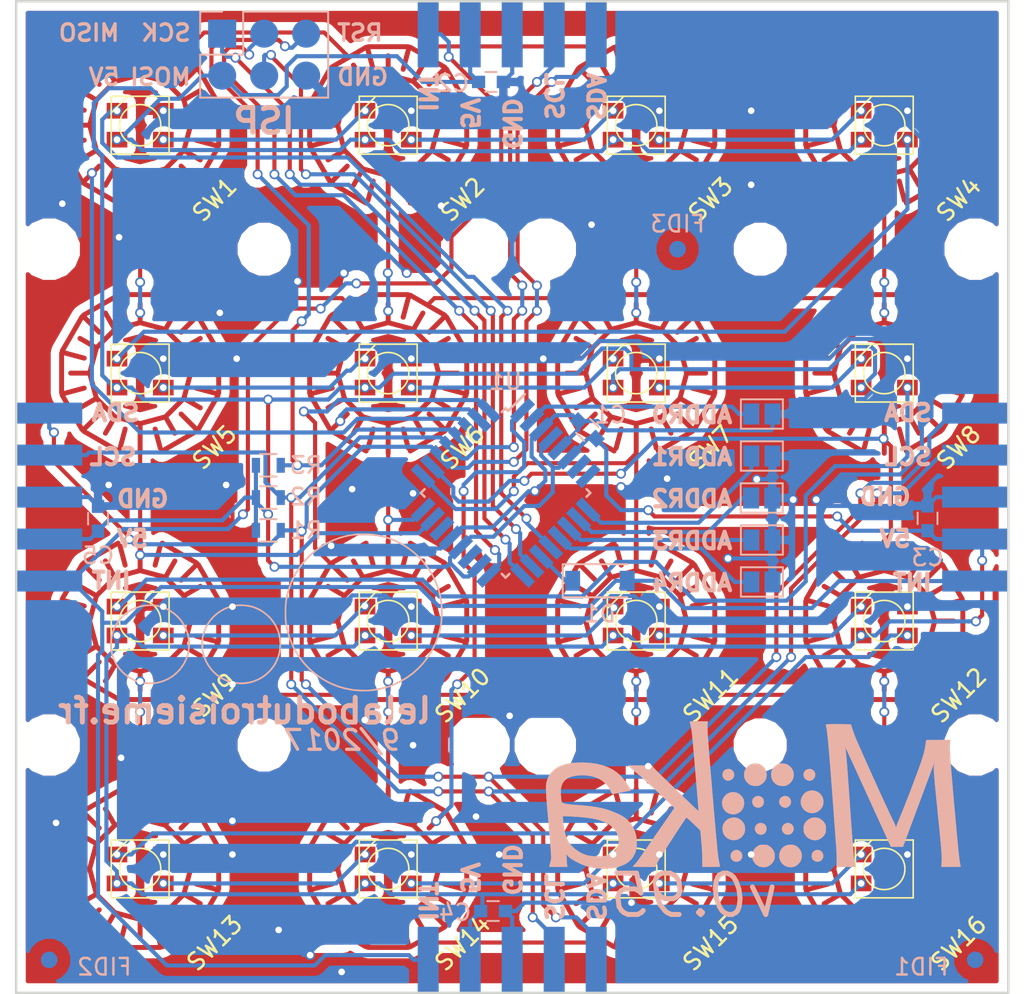
<source format=kicad_pcb>
(kicad_pcb (version 4) (host pcbnew 4.0.7-e2-6376~58~ubuntu16.04.1)
  (layers (0 F.Cu signal) (31 B.Cu signal) (34 B.Paste user) (35 F.Paste user) (36 B.SilkS user) (37 F.SilkS user) (38 B.Mask user hide) (39 F.Mask user hide) (44 Edge.Cuts user))
  (net 0 "")
  (net 1 +5V)
  (net 2 GND)
  (net 3 DIN)
  (net 4 RESET)
  (net 5 MISO)
  (net 6 SCK)
  (net 7 MOSI)
  (net 8 INT)
  (net 9 SDA)
  (net 10 SCL)
  (net 11 ADDR4)
  (net 12 ADDR3)
  (net 13 ADDR2)
  (net 14 ADDR1)
  (net 15 ADDR0)
  (net 16 "Net-(D1-Pad1)")
  (net 17 "Net-(D2-Pad1)")
  (net 18 "Net-(D3-Pad1)")
  (net 19 "Net-(D4-Pad1)")
  (net 20 "Net-(D5-Pad1)")
  (net 21 "Net-(D6-Pad1)")
  (net 22 "Net-(D7-Pad1)")
  (net 23 "Net-(D8-Pad1)")
  (net 24 "Net-(D10-Pad3)")
  (net 25 "Net-(D10-Pad1)")
  (net 26 "Net-(D11-Pad1)")
  (net 27 "Net-(D12-Pad1)")
  (net 28 "Net-(D13-Pad1)")
  (net 29 "Net-(D14-Pad1)")
  (net 30 "Net-(D15-Pad1)")
  (net 31 "Net-(D16-Pad1)")
  (net 32 BREAD1)
  (net 33 BCH1)
  (net 34 BREAD2)
  (net 35 BREAD3)
  (net 36 BREAD4)
  (net 37 BCH2)
  (net 38 BCH3)
  (net 39 BCH4)
  (net 40 "Net-(D17-Pad1)")
  (net 41 "Net-(U1-Pad7)")
  (net 42 "Net-(U1-Pad8)")
  (net 43 "Net-(U1-Pad19)")
  (net 44 "Net-(U1-Pad22)")
  (module switches_perso:Pad_30 (layer F.Cu) (at 187.5 117.5 75)
    (fp_text reference SW12 (at -3.181981 5.511352 225) (layer F.SilkS))
    (fp_text value SW_Push)
    (pad 1 connect oval (at 2.95 0 75) (size 0.3 1.8) (layers F.Cu F.Mask) (net 36 BREAD4))
    (pad 1 connect oval (at 2.554775 -1.475 105) (size 0.3 1.8) (layers F.Cu F.Mask) (net 36 BREAD4))
    (pad 1 connect oval (at 1.475 -2.554775 135) (size 0.3 1.8) (layers F.Cu F.Mask) (net 36 BREAD4))
    (pad 1 connect oval (at 0 -2.95 165) (size 0.3 1.8) (layers F.Cu F.Mask) (net 36 BREAD4))
    (pad 1 connect oval (at -1.475 -2.554775 195) (size 0.3 1.8) (layers F.Cu F.Mask) (net 36 BREAD4))
    (pad 1 connect oval (at -2.554775 -1.475 225) (size 0.3 1.8) (layers F.Cu F.Mask) (net 36 BREAD4))
    (pad 1 connect oval (at -2.95 0 255) (size 0.3 1.8) (layers F.Cu F.Mask) (net 36 BREAD4))
    (pad 1 connect oval (at -2.554775 1.475 285) (size 0.3 1.8) (layers F.Cu F.Mask) (net 36 BREAD4))
    (pad 1 connect oval (at -1.475 2.554775 315) (size 0.3 1.8) (layers F.Cu F.Mask) (net 36 BREAD4))
    (pad 1 connect oval (at 0 2.95 345) (size 0.3 1.8) (layers F.Cu F.Mask) (net 36 BREAD4))
    (pad 1 connect oval (at 1.475 2.554775 15) (size 0.3 1.8) (layers F.Cu F.Mask) (net 36 BREAD4))
    (pad 1 connect oval (at 2.554775 1.475 45) (size 0.3 1.8) (layers F.Cu F.Mask) (net 36 BREAD4))
    (pad 2 connect oval (at 4.1 0 75) (size 1.5 0.3) (layers F.Cu F.Mask) (net 38 BCH3))
    (pad 2 connect oval (at 3.358758 -3.358757 120) (size 0.3 2.7) (layers F.Cu F.Mask) (net 38 BCH3))
    (pad 2 connect oval (at 1.229391 -4.588148 150) (size 0.3 2.7) (layers F.Cu F.Mask) (net 38 BCH3))
    (pad 2 connect oval (at -1.22939 -4.588148 180) (size 0.3 2.7) (layers F.Cu F.Mask) (net 38 BCH3))
    (pad 2 connect oval (at -3.358757 -3.358758 210) (size 0.3 2.7) (layers F.Cu F.Mask) (net 38 BCH3))
    (pad 2 connect oval (at -4.588148 -1.229391 240) (size 0.3 2.7) (layers F.Cu F.Mask) (net 38 BCH3))
    (pad 2 connect oval (at -4.588148 1.22939 270) (size 0.3 2.7) (layers F.Cu F.Mask) (net 38 BCH3))
    (pad 2 connect oval (at -3.358758 3.358757 300) (size 0.3 2.7) (layers F.Cu F.Mask) (net 38 BCH3))
    (pad 2 connect oval (at -1.229391 4.588148 330) (size 0.3 2.7) (layers F.Cu F.Mask) (net 38 BCH3))
    (pad 2 connect oval (at 1.22939 4.588148) (size 0.3 2.7) (layers F.Cu F.Mask) (net 38 BCH3))
    (pad 2 connect oval (at 3.358757 3.358758 30) (size 0.3 2.7) (layers F.Cu F.Mask) (net 38 BCH3))
    (pad 2 connect oval (at 4.588148 1.229391 60) (size 0.3 2.7) (layers F.Cu F.Mask) (net 38 BCH3))
    (pad 1 connect oval (at 3.863704 -1.035275 90) (size 2 0.3) (layers F.Cu F.Mask) (net 36 BREAD4))
    (pad 2 connect oval (at 3.550704 -2.05 105) (size 1.5 0.3) (layers F.Cu F.Mask) (net 38 BCH3))
    (pad 2 connect oval (at 2.05 -3.550704 135) (size 1.5 0.3) (layers F.Cu F.Mask) (net 38 BCH3))
    (pad 2 connect oval (at 0 -4.1 165) (size 1.5 0.3) (layers F.Cu F.Mask) (net 38 BCH3))
    (pad 2 connect oval (at -2.05 -3.550704 195) (size 1.5 0.3) (layers F.Cu F.Mask) (net 38 BCH3))
    (pad 2 connect oval (at -3.550704 -2.05 225) (size 1.5 0.3) (layers F.Cu F.Mask) (net 38 BCH3))
    (pad 2 connect oval (at -4.1 0 255) (size 1.5 0.3) (layers F.Cu F.Mask) (net 38 BCH3))
    (pad 2 connect oval (at -3.550704 2.05 285) (size 1.5 0.3) (layers F.Cu F.Mask) (net 38 BCH3))
    (pad 2 connect oval (at -2.05 3.550704 315) (size 1.5 0.3) (layers F.Cu F.Mask) (net 38 BCH3))
    (pad 2 connect oval (at 0 4.1 345) (size 1.5 0.3) (layers F.Cu F.Mask) (net 38 BCH3))
    (pad 2 connect oval (at 2.05 3.550704 15) (size 1.5 0.3) (layers F.Cu F.Mask) (net 38 BCH3))
    (pad 2 connect oval (at 3.550704 2.05 45) (size 1.5 0.3) (layers F.Cu F.Mask) (net 38 BCH3))
    (pad 1 connect oval (at 3.525629 0.94469 60) (size 1.4 0.3) (layers F.Cu F.Mask) (net 36 BREAD4))
    (pad 1 connect oval (at 2.580939 2.58094 30) (size 1.4 0.3) (layers F.Cu F.Mask) (net 36 BREAD4))
    (pad 1 connect oval (at 0.944689 3.525629) (size 1.4 0.3) (layers F.Cu F.Mask) (net 36 BREAD4))
    (pad 1 connect oval (at -0.94469 3.525629 330) (size 1.4 0.3) (layers F.Cu F.Mask) (net 36 BREAD4))
    (pad 1 connect oval (at -2.58094 2.580939 300) (size 1.4 0.3) (layers F.Cu F.Mask) (net 36 BREAD4))
    (pad 1 connect oval (at -3.525629 0.944689 270) (size 1.4 0.3) (layers F.Cu F.Mask) (net 36 BREAD4))
    (pad 1 connect oval (at -3.525629 -0.94469 240) (size 1.4 0.3) (layers F.Cu F.Mask) (net 36 BREAD4))
    (pad 1 connect oval (at -2.580939 -2.58094 210) (size 1.4 0.3) (layers F.Cu F.Mask) (net 36 BREAD4))
    (pad 1 connect oval (at -0.944689 -3.525629 180) (size 1.4 0.3) (layers F.Cu F.Mask) (net 36 BREAD4))
    (pad 1 connect oval (at 0.94469 -3.525629 150) (size 1.4 0.3) (layers F.Cu F.Mask) (net 36 BREAD4))
    (pad 1 connect oval (at 2.58094 -2.580939 120) (size 1.4 0.3) (layers F.Cu F.Mask) (net 36 BREAD4))
  )
  (module Capacitors_SMD:C_0603 (layer B.Cu) (at 169.53033 105.93033 135)
    (fp_text reference C1 (at -0.360865 1.635538 180) (layer B.SilkS) (effects (justify mirror)))
    (fp_text value 100n)
    (pad 2 smd rect (at 0.75 0 135) (size 0.8 0.75) (layers B.Cu B.Paste B.Mask) (net 2 GND))
    (pad 1 smd rect (at -0.75 0 135) (size 0.8 0.75) (layers B.Cu B.Paste B.Mask) (net 1 +5V))
  )
  (module Capacitors_SMD:C_0603 (layer B.Cu) (at 163.714 84.882)
    (fp_text reference C2 (at -2.297 0.081) (layer B.SilkS) (effects (justify mirror)))
    (fp_text value 100n)
    (pad 2 smd rect (at 0.75 0) (size 0.8 0.75) (layers B.Cu B.Paste B.Mask) (net 2 GND))
    (pad 1 smd rect (at -0.75 0) (size 0.8 0.75) (layers B.Cu B.Paste B.Mask) (net 1 +5V))
  )
  (module Capacitors_SMD:C_0603 (layer B.Cu) (at 190.118 111.286 90)
    (fp_text reference C3 (at -2.379 0.001 180) (layer B.SilkS) (effects (justify mirror)))
    (fp_text value 100n)
    (pad 2 smd rect (at 0.75 0 90) (size 0.8 0.75) (layers B.Cu B.Paste B.Mask) (net 2 GND))
    (pad 1 smd rect (at -0.75 0 90) (size 0.8 0.75) (layers B.Cu B.Paste B.Mask) (net 1 +5V))
  )
  (module Capacitors_SMD:C_0603 (layer B.Cu) (at 163.841 135.047)
    (fp_text reference C4 (at -2.297 0.081) (layer B.SilkS) (effects (justify mirror)))
    (fp_text value 100n)
    (pad 2 smd rect (at 0.75 0) (size 0.8 0.75) (layers B.Cu B.Paste B.Mask) (net 2 GND))
    (pad 1 smd rect (at -0.75 0) (size 0.8 0.75) (layers B.Cu B.Paste B.Mask) (net 1 +5V))
  )
  (module Capacitors_SMD:C_0603 (layer B.Cu) (at 139.953 111.31 90)
    (fp_text reference C5 (at -2.228 0.001 180) (layer B.SilkS) (effects (justify mirror)))
    (fp_text value 100n)
    (pad 2 smd rect (at 0.75 0 90) (size 0.8 0.75) (layers B.Cu B.Paste B.Mask) (net 2 GND))
    (pad 1 smd rect (at -0.75 0 90) (size 0.8 0.75) (layers B.Cu B.Paste B.Mask) (net 1 +5V))
  )
  (module Display_perso:SK6812-mini (layer F.Cu) (at 142.5 87.5)
    (fp_text reference D2 hide)
    (fp_text value SK6812_MINI)
    (pad 2 smd rect (at 1.4 -0.875) (size 1.25 0.95) (layers F.Cu F.Paste F.Mask) (net 2 GND))
    (pad 1 smd rect (at 1.4 0.875) (size 1.25 0.95) (layers F.Cu F.Paste F.Mask) (net 17 "Net-(D2-Pad1)"))
    (pad 4 smd rect (at -1.4 0.875) (size 1.25 0.95) (layers F.Cu F.Paste F.Mask) (net 1 +5V))
    (pad 3 smd rect (at -1.4 -0.875) (size 1.25 0.95) (layers F.Cu F.Paste F.Mask) (net 3 DIN))
  )
  (module Display_perso:SK6812-mini (layer F.Cu) (at 157.5 87.5)
    (fp_text reference D3 hide)
    (fp_text value SK6812_MINI)
    (pad 2 smd rect (at 1.4 -0.875) (size 1.25 0.95) (layers F.Cu F.Paste F.Mask) (net 2 GND))
    (pad 1 smd rect (at 1.4 0.875) (size 1.25 0.95) (layers F.Cu F.Paste F.Mask) (net 18 "Net-(D3-Pad1)"))
    (pad 4 smd rect (at -1.4 0.875) (size 1.25 0.95) (layers F.Cu F.Paste F.Mask) (net 1 +5V))
    (pad 3 smd rect (at -1.4 -0.875) (size 1.25 0.95) (layers F.Cu F.Paste F.Mask) (net 17 "Net-(D2-Pad1)"))
  )
  (module Display_perso:SK6812-mini (layer F.Cu) (at 172.5 87.5)
    (fp_text reference D4 hide)
    (fp_text value SK6812_MINI)
    (pad 2 smd rect (at 1.4 -0.875) (size 1.25 0.95) (layers F.Cu F.Paste F.Mask) (net 2 GND))
    (pad 1 smd rect (at 1.4 0.875) (size 1.25 0.95) (layers F.Cu F.Paste F.Mask) (net 19 "Net-(D4-Pad1)"))
    (pad 4 smd rect (at -1.4 0.875) (size 1.25 0.95) (layers F.Cu F.Paste F.Mask) (net 1 +5V))
    (pad 3 smd rect (at -1.4 -0.875) (size 1.25 0.95) (layers F.Cu F.Paste F.Mask) (net 18 "Net-(D3-Pad1)"))
  )
  (module Display_perso:SK6812-mini (layer F.Cu) (at 187.5 87.5)
    (fp_text reference D5 hide)
    (fp_text value SK6812_MINI)
    (pad 2 smd rect (at 1.4 -0.875) (size 1.25 0.95) (layers F.Cu F.Paste F.Mask) (net 2 GND))
    (pad 1 smd rect (at 1.4 0.875) (size 1.25 0.95) (layers F.Cu F.Paste F.Mask) (net 20 "Net-(D5-Pad1)"))
    (pad 4 smd rect (at -1.4 0.875) (size 1.25 0.95) (layers F.Cu F.Paste F.Mask) (net 1 +5V))
    (pad 3 smd rect (at -1.4 -0.875) (size 1.25 0.95) (layers F.Cu F.Paste F.Mask) (net 19 "Net-(D4-Pad1)"))
  )
  (module Display_perso:SK6812-mini (layer F.Cu) (at 142.5 102.5)
    (fp_text reference D6 hide)
    (fp_text value SK6812_MINI)
    (pad 2 smd rect (at 1.4 -0.875) (size 1.25 0.95) (layers F.Cu F.Paste F.Mask) (net 2 GND))
    (pad 1 smd rect (at 1.4 0.875) (size 1.25 0.95) (layers F.Cu F.Paste F.Mask) (net 21 "Net-(D6-Pad1)"))
    (pad 4 smd rect (at -1.4 0.875) (size 1.25 0.95) (layers F.Cu F.Paste F.Mask) (net 1 +5V))
    (pad 3 smd rect (at -1.4 -0.875) (size 1.25 0.95) (layers F.Cu F.Paste F.Mask) (net 20 "Net-(D5-Pad1)"))
  )
  (module Display_perso:SK6812-mini (layer F.Cu) (at 157.5 102.5)
    (fp_text reference D7 hide)
    (fp_text value SK6812_MINI)
    (pad 2 smd rect (at 1.4 -0.875) (size 1.25 0.95) (layers F.Cu F.Paste F.Mask) (net 2 GND))
    (pad 1 smd rect (at 1.4 0.875) (size 1.25 0.95) (layers F.Cu F.Paste F.Mask) (net 22 "Net-(D7-Pad1)"))
    (pad 4 smd rect (at -1.4 0.875) (size 1.25 0.95) (layers F.Cu F.Paste F.Mask) (net 1 +5V))
    (pad 3 smd rect (at -1.4 -0.875) (size 1.25 0.95) (layers F.Cu F.Paste F.Mask) (net 21 "Net-(D6-Pad1)"))
  )
  (module Display_perso:SK6812-mini (layer F.Cu) (at 172.5 102.5)
    (fp_text reference D8 hide)
    (fp_text value SK6812_MINI)
    (pad 2 smd rect (at 1.4 -0.875) (size 1.25 0.95) (layers F.Cu F.Paste F.Mask) (net 2 GND))
    (pad 1 smd rect (at 1.4 0.875) (size 1.25 0.95) (layers F.Cu F.Paste F.Mask) (net 23 "Net-(D8-Pad1)"))
    (pad 4 smd rect (at -1.4 0.875) (size 1.25 0.95) (layers F.Cu F.Paste F.Mask) (net 1 +5V))
    (pad 3 smd rect (at -1.4 -0.875) (size 1.25 0.95) (layers F.Cu F.Paste F.Mask) (net 22 "Net-(D7-Pad1)"))
  )
  (module Display_perso:SK6812-mini (layer F.Cu) (at 187.5 102.5)
    (fp_text reference D9 hide)
    (fp_text value SK6812_MINI)
    (pad 2 smd rect (at 1.4 -0.875) (size 1.25 0.95) (layers F.Cu F.Paste F.Mask) (net 2 GND))
    (pad 1 smd rect (at 1.4 0.875) (size 1.25 0.95) (layers F.Cu F.Paste F.Mask) (net 24 "Net-(D10-Pad3)"))
    (pad 4 smd rect (at -1.4 0.875) (size 1.25 0.95) (layers F.Cu F.Paste F.Mask) (net 1 +5V))
    (pad 3 smd rect (at -1.4 -0.875) (size 1.25 0.95) (layers F.Cu F.Paste F.Mask) (net 23 "Net-(D8-Pad1)"))
  )
  (module Display_perso:SK6812-mini (layer F.Cu) (at 142.5 117.5)
    (fp_text reference D10 hide)
    (fp_text value SK6812_MINI)
    (pad 2 smd rect (at 1.4 -0.875) (size 1.25 0.95) (layers F.Cu F.Paste F.Mask) (net 2 GND))
    (pad 1 smd rect (at 1.4 0.875) (size 1.25 0.95) (layers F.Cu F.Paste F.Mask) (net 25 "Net-(D10-Pad1)"))
    (pad 4 smd rect (at -1.4 0.875) (size 1.25 0.95) (layers F.Cu F.Paste F.Mask) (net 1 +5V))
    (pad 3 smd rect (at -1.4 -0.875) (size 1.25 0.95) (layers F.Cu F.Paste F.Mask) (net 24 "Net-(D10-Pad3)"))
  )
  (module Display_perso:SK6812-mini (layer F.Cu) (at 157.5 117.5)
    (fp_text reference D11 hide)
    (fp_text value SK6812_MINI)
    (pad 2 smd rect (at 1.4 -0.875) (size 1.25 0.95) (layers F.Cu F.Paste F.Mask) (net 2 GND))
    (pad 1 smd rect (at 1.4 0.875) (size 1.25 0.95) (layers F.Cu F.Paste F.Mask) (net 26 "Net-(D11-Pad1)"))
    (pad 4 smd rect (at -1.4 0.875) (size 1.25 0.95) (layers F.Cu F.Paste F.Mask) (net 1 +5V))
    (pad 3 smd rect (at -1.4 -0.875) (size 1.25 0.95) (layers F.Cu F.Paste F.Mask) (net 25 "Net-(D10-Pad1)"))
  )
  (module Display_perso:SK6812-mini (layer F.Cu) (at 172.5 117.5)
    (fp_text reference D12 hide)
    (fp_text value SK6812_MINI)
    (pad 2 smd rect (at 1.4 -0.875) (size 1.25 0.95) (layers F.Cu F.Paste F.Mask) (net 2 GND))
    (pad 1 smd rect (at 1.4 0.875) (size 1.25 0.95) (layers F.Cu F.Paste F.Mask) (net 27 "Net-(D12-Pad1)"))
    (pad 4 smd rect (at -1.4 0.875) (size 1.25 0.95) (layers F.Cu F.Paste F.Mask) (net 1 +5V))
    (pad 3 smd rect (at -1.4 -0.875) (size 1.25 0.95) (layers F.Cu F.Paste F.Mask) (net 26 "Net-(D11-Pad1)"))
  )
  (module Display_perso:SK6812-mini (layer F.Cu) (at 187.5 117.5)
    (fp_text reference D13 hide)
    (fp_text value SK6812_MINI)
    (pad 2 smd rect (at 1.4 -0.875) (size 1.25 0.95) (layers F.Cu F.Paste F.Mask) (net 2 GND))
    (pad 1 smd rect (at 1.4 0.875) (size 1.25 0.95) (layers F.Cu F.Paste F.Mask) (net 28 "Net-(D13-Pad1)"))
    (pad 4 smd rect (at -1.4 0.875) (size 1.25 0.95) (layers F.Cu F.Paste F.Mask) (net 1 +5V))
    (pad 3 smd rect (at -1.4 -0.875) (size 1.25 0.95) (layers F.Cu F.Paste F.Mask) (net 27 "Net-(D12-Pad1)"))
  )
  (module Display_perso:SK6812-mini (layer F.Cu) (at 142.5 132.5)
    (fp_text reference D14 hide)
    (fp_text value SK6812_MINI)
    (pad 2 smd rect (at 1.4 -0.875) (size 1.25 0.95) (layers F.Cu F.Paste F.Mask) (net 2 GND))
    (pad 1 smd rect (at 1.4 0.875) (size 1.25 0.95) (layers F.Cu F.Paste F.Mask) (net 29 "Net-(D14-Pad1)"))
    (pad 4 smd rect (at -1.4 0.875) (size 1.25 0.95) (layers F.Cu F.Paste F.Mask) (net 1 +5V))
    (pad 3 smd rect (at -1.4 -0.875) (size 1.25 0.95) (layers F.Cu F.Paste F.Mask) (net 28 "Net-(D13-Pad1)"))
  )
  (module Display_perso:SK6812-mini (layer F.Cu) (at 157.5 132.5)
    (fp_text reference D15 hide)
    (fp_text value SK6812_MINI)
    (pad 2 smd rect (at 1.4 -0.875) (size 1.25 0.95) (layers F.Cu F.Paste F.Mask) (net 2 GND))
    (pad 1 smd rect (at 1.4 0.875) (size 1.25 0.95) (layers F.Cu F.Paste F.Mask) (net 30 "Net-(D15-Pad1)"))
    (pad 4 smd rect (at -1.4 0.875) (size 1.25 0.95) (layers F.Cu F.Paste F.Mask) (net 1 +5V))
    (pad 3 smd rect (at -1.4 -0.875) (size 1.25 0.95) (layers F.Cu F.Paste F.Mask) (net 29 "Net-(D14-Pad1)"))
  )
  (module Display_perso:SK6812-mini (layer F.Cu) (at 172.5 132.5)
    (fp_text reference D16 hide)
    (fp_text value SK6812_MINI)
    (pad 2 smd rect (at 1.4 -0.875) (size 1.25 0.95) (layers F.Cu F.Paste F.Mask) (net 2 GND))
    (pad 1 smd rect (at 1.4 0.875) (size 1.25 0.95) (layers F.Cu F.Paste F.Mask) (net 31 "Net-(D16-Pad1)"))
    (pad 4 smd rect (at -1.4 0.875) (size 1.25 0.95) (layers F.Cu F.Paste F.Mask) (net 1 +5V))
    (pad 3 smd rect (at -1.4 -0.875) (size 1.25 0.95) (layers F.Cu F.Paste F.Mask) (net 30 "Net-(D15-Pad1)"))
  )
  (module Display_perso:SK6812-mini (layer F.Cu) (at 187.5 132.5)
    (fp_text reference D17 hide)
    (fp_text value SK6812_MINI)
    (pad 2 smd rect (at 1.4 -0.875) (size 1.25 0.95) (layers F.Cu F.Paste F.Mask) (net 2 GND))
    (pad 1 smd rect (at 1.4 0.875) (size 1.25 0.95) (layers F.Cu F.Paste F.Mask) (net 40 "Net-(D17-Pad1)"))
    (pad 4 smd rect (at -1.4 0.875) (size 1.25 0.95) (layers F.Cu F.Paste F.Mask) (net 1 +5V))
    (pad 3 smd rect (at -1.4 -0.875) (size 1.25 0.95) (layers F.Cu F.Paste F.Mask) (net 31 "Net-(D16-Pad1)"))
  )
  (module Fiducials:Fiducial_1mm_Dia_2.54mm_Outer_CopperTop (layer B.Cu) (at 193 138)
    (fp_text reference FID1 (at -3.262 0.43) (layer B.SilkS) (effects (justify mirror)))
    (fp_text value Fiducial)
    (pad ~ smd circle (at 0 0) (size 1 1) (layers B.Cu B.Mask) (clearance 0.77))
  )
  (module Fiducials:Fiducial_1mm_Dia_2.54mm_Outer_CopperTop (layer B.Cu) (at 137 138)
    (fp_text reference FID2 (at 3.335 0.43) (layer B.SilkS) (effects (justify mirror)))
    (fp_text value Fiducial)
    (pad ~ smd circle (at 0 0) (size 1 1) (layers B.Cu B.Mask) (clearance 0.77))
  )
  (module Fiducials:Fiducial_1mm_Dia_2.54mm_Outer_CopperTop (layer B.Cu) (at 175 95)
    (fp_text reference FID3 (at 0.006 -1.528) (layer B.SilkS) (effects (justify mirror)))
    (fp_text value Fiducial)
    (pad ~ smd circle (at 0 0) (size 1 1) (layers B.Cu B.Mask) (clearance 0.77))
  )
  (module Connectors_perso:Pin_Header_Straight_2x03_Pitch2.54mm_SMD (layer B.Cu) (at 147.46 81.961 270)
    (fp_text reference J1 hide)
    (fp_text value Conn_02x03_Odd_Even)
    (pad 1 connect rect (at 0 0 270) (size 1.7 1.7) (layers B.Cu B.Mask) (net 5 MISO))
    (pad 2 connect circle (at 2.54 0 270) (size 1.7 1.7) (layers B.Cu B.Mask) (net 1 +5V))
    (pad 3 connect circle (at 0 -2.54 270) (size 1.7 1.7) (layers B.Cu B.Mask) (net 6 SCK))
    (pad 4 connect circle (at 2.54 -2.54 270) (size 1.7 1.7) (layers B.Cu B.Mask) (net 7 MOSI))
    (pad 5 connect circle (at 0 -5.08 270) (size 1.7 1.7) (layers B.Cu B.Mask) (net 4 RESET))
    (pad 6 connect circle (at 2.54 -5.08 270) (size 1.7 1.7) (layers B.Cu B.Mask) (net 2 GND))
  )
  (module Connectors:GS2 (layer B.Cu) (at 180.099377 115.135691 270)
    (fp_text reference J2 hide)
    (fp_text value GS2)
    (pad 1 smd rect (at 0 0.64 270) (size 1.27 0.97) (layers B.Cu B.Paste B.Mask) (net 11 ADDR4))
    (pad 2 smd rect (at 0 -0.64 270) (size 1.27 0.97) (layers B.Cu B.Paste B.Mask) (net 2 GND))
  )
  (module Connectors:GS2 (layer B.Cu) (at 180.099377 112.595691 270)
    (fp_text reference J3 hide)
    (fp_text value GS2)
    (pad 1 smd rect (at 0 0.64 270) (size 1.27 0.97) (layers B.Cu B.Paste B.Mask) (net 12 ADDR3))
    (pad 2 smd rect (at 0 -0.64 270) (size 1.27 0.97) (layers B.Cu B.Paste B.Mask) (net 2 GND))
  )
  (module Connectors:GS2 (layer B.Cu) (at 180.089377 110.055691 270)
    (fp_text reference J4 hide)
    (fp_text value GS2)
    (pad 1 smd rect (at 0 0.64 270) (size 1.27 0.97) (layers B.Cu B.Paste B.Mask) (net 13 ADDR2))
    (pad 2 smd rect (at 0 -0.64 270) (size 1.27 0.97) (layers B.Cu B.Paste B.Mask) (net 2 GND))
  )
  (module Connectors:GS2 (layer B.Cu) (at 180.099377 107.515691 270)
    (fp_text reference J5 hide)
    (fp_text value GS2)
    (pad 1 smd rect (at 0 0.64 270) (size 1.27 0.97) (layers B.Cu B.Paste B.Mask) (net 14 ADDR1))
    (pad 2 smd rect (at 0 -0.64 270) (size 1.27 0.97) (layers B.Cu B.Paste B.Mask) (net 2 GND))
  )
  (module Connectors:GS2 (layer B.Cu) (at 180.099377 104.975691 270)
    (fp_text reference J6 hide)
    (fp_text value GS2)
    (pad 1 smd rect (at 0 0.64 270) (size 1.27 0.97) (layers B.Cu B.Paste B.Mask) (net 15 ADDR0))
    (pad 2 smd rect (at 0 -0.64 270) (size 1.27 0.97) (layers B.Cu B.Paste B.Mask) (net 2 GND))
  )
  (module Connectors_perso:Connecteur_1x5_SMD (layer B.Cu) (at 137 110 90)
    (fp_text reference J7 hide)
    (fp_text value CONN_01X05)
    (pad 5 connect rect (at 5.08 0 90) (size 1.27 4) (layers B.Cu B.Mask) (net 9 SDA))
    (pad 4 connect rect (at 2.54 0 90) (size 1.27 4) (layers B.Cu B.Mask) (net 10 SCL))
    (pad 3 connect rect (at 0 0 90) (size 1.27 4) (layers B.Cu B.Mask) (net 2 GND))
    (pad 2 connect rect (at -2.54 0 90) (size 1.27 4) (layers B.Cu B.Mask) (net 1 +5V))
    (pad 1 connect rect (at -5.08 0 90) (size 1.27 4) (layers B.Cu B.Mask) (net 8 INT))
  )
  (module Connectors_perso:Connecteur_1x5_SMD (layer B.Cu) (at 165 138)
    (fp_text reference J8 hide)
    (fp_text value CONN_01X05)
    (pad 5 connect rect (at 5.08 0) (size 1.27 4) (layers B.Cu B.Mask) (net 9 SDA))
    (pad 4 connect rect (at 2.54 0) (size 1.27 4) (layers B.Cu B.Mask) (net 10 SCL))
    (pad 3 connect rect (at 0 0) (size 1.27 4) (layers B.Cu B.Mask) (net 2 GND))
    (pad 2 connect rect (at -2.54 0) (size 1.27 4) (layers B.Cu B.Mask) (net 1 +5V))
    (pad 1 connect rect (at -5.08 0) (size 1.27 4) (layers B.Cu B.Mask) (net 8 INT))
  )
  (module Connectors_perso:Connecteur_1x5_SMD (layer B.Cu) (at 165 82)
    (fp_text reference J9 hide)
    (fp_text value CONN_01X05)
    (pad 5 connect rect (at 5.08 0) (size 1.27 4) (layers B.Cu B.Mask) (net 9 SDA))
    (pad 4 connect rect (at 2.54 0) (size 1.27 4) (layers B.Cu B.Mask) (net 10 SCL))
    (pad 3 connect rect (at 0 0) (size 1.27 4) (layers B.Cu B.Mask) (net 2 GND))
    (pad 2 connect rect (at -2.54 0) (size 1.27 4) (layers B.Cu B.Mask) (net 1 +5V))
    (pad 1 connect rect (at -5.08 0) (size 1.27 4) (layers B.Cu B.Mask) (net 8 INT))
  )
  (module Connectors_perso:Connecteur_1x5_SMD (layer B.Cu) (at 193 110 90)
    (fp_text reference J10 hide)
    (fp_text value CONN_01X05)
    (pad 5 connect rect (at 5.08 0 90) (size 1.27 4) (layers B.Cu B.Mask) (net 9 SDA))
    (pad 4 connect rect (at 2.54 0 90) (size 1.27 4) (layers B.Cu B.Mask) (net 10 SCL))
    (pad 3 connect rect (at 0 0 90) (size 1.27 4) (layers B.Cu B.Mask) (net 2 GND))
    (pad 2 connect rect (at -2.54 0 90) (size 1.27 4) (layers B.Cu B.Mask) (net 1 +5V))
    (pad 1 connect rect (at -5.08 0 90) (size 1.27 4) (layers B.Cu B.Mask) (net 8 INT))
  )
  (module logos:Moka_25mm (layer B.Cu) (at 179.578 128.016 180)
    (fp_text reference logo1 hide)
    (fp_text value Moka hide)
  )
  (module logos:Le_labo_20mm (layer B.Cu) (at 150.749 116.967 180)
    (fp_text reference logo2 hide)
    (fp_text value "le labo" hide)
  )
  (module Mounting_Holes:MountingHole_2.2mm_M2 (layer F.Cu) (at 150 95)
    (fp_text reference Mount1 hide)
    (fp_text value Mounting_2,2)
    (pad 1 np_thru_hole circle (at 0 0) (size 2.2 2.2) (drill 2.2) (layers *.Cu *.Mask))
  )
  (module Mounting_Holes:MountingHole_2.2mm_M2 (layer F.Cu) (at 180 95)
    (fp_text reference Mount2 hide)
    (fp_text value Mounting_2,2)
    (pad 1 np_thru_hole circle (at 0 0) (size 2.2 2.2) (drill 2.2) (layers *.Cu *.Mask))
  )
  (module Mounting_Holes:MountingHole_2.2mm_M2 (layer F.Cu) (at 150 125)
    (fp_text reference Mount3 hide)
    (fp_text value Mounting_2,2)
    (pad 1 np_thru_hole circle (at 0 0) (size 2.2 2.2) (drill 2.2) (layers *.Cu *.Mask))
  )
  (module Mounting_Holes:MountingHole_2.2mm_M2 (layer F.Cu) (at 180 125)
    (fp_text reference Mount4 hide)
    (fp_text value Mounting_2,2)
    (pad 1 np_thru_hole circle (at 0 0) (size 2.2 2.2) (drill 2.2) (layers *.Cu *.Mask))
  )
  (module Mounting_Holes:MountingHole_2.7mm_M2.5 (layer F.Cu) (at 137 95)
    (fp_text reference Mount5 hide)
    (fp_text value Centering_2,8)
    (pad 1 np_thru_hole circle (at 0 0) (size 2.7 2.7) (drill 2.7) (layers *.Cu *.Mask))
  )
  (module Mounting_Holes:MountingHole_2.7mm_M2.5 (layer F.Cu) (at 163 95)
    (fp_text reference Mount6 hide)
    (fp_text value Centering_2,8)
    (pad 1 np_thru_hole circle (at 0 0) (size 2.7 2.7) (drill 2.7) (layers *.Cu *.Mask))
  )
  (module Mounting_Holes:MountingHole_2.7mm_M2.5 (layer F.Cu) (at 167 95)
    (fp_text reference Mount7 hide)
    (fp_text value Centering_2,8)
    (pad 1 np_thru_hole circle (at 0 0) (size 2.7 2.7) (drill 2.7) (layers *.Cu *.Mask))
  )
  (module Mounting_Holes:MountingHole_2.7mm_M2.5 (layer F.Cu) (at 193 95)
    (fp_text reference Mount8 hide)
    (fp_text value Centering_2,8)
    (pad 1 np_thru_hole circle (at 0 0) (size 2.7 2.7) (drill 2.7) (layers *.Cu *.Mask))
  )
  (module Mounting_Holes:MountingHole_2.7mm_M2.5 (layer F.Cu) (at 137 125)
    (fp_text reference Mount9 hide)
    (fp_text value Centering_2,8)
    (pad 1 np_thru_hole circle (at 0 0) (size 2.7 2.7) (drill 2.7) (layers *.Cu *.Mask))
  )
  (module Mounting_Holes:MountingHole_2.7mm_M2.5 (layer F.Cu) (at 163 125)
    (fp_text reference Mount10 hide)
    (fp_text value Centering_2,8)
    (pad 1 np_thru_hole circle (at 0 0) (size 2.7 2.7) (drill 2.7) (layers *.Cu *.Mask))
  )
  (module Mounting_Holes:MountingHole_2.7mm_M2.5 (layer F.Cu) (at 167 125)
    (fp_text reference Mount11 hide)
    (fp_text value Centering_2,8)
    (pad 1 np_thru_hole circle (at 0 0) (size 2.7 2.7) (drill 2.7) (layers *.Cu *.Mask))
  )
  (module Mounting_Holes:MountingHole_2.7mm_M2.5 (layer F.Cu) (at 193 125)
    (fp_text reference Mount12 hide)
    (fp_text value Centering_2,8)
    (pad 1 np_thru_hole circle (at 0 0) (size 2.7 2.7) (drill 2.7) (layers *.Cu *.Mask))
  )
  (module Resistors_SMD:R_0603 (layer B.Cu) (at 150.253 112.014)
    (fp_text reference R1 (at 2.274 0) (layer B.SilkS) (effects (justify mirror)))
    (fp_text value 10K)
    (pad 1 smd rect (at -0.75 0) (size 0.5 0.9) (layers B.Cu B.Paste B.Mask) (net 1 +5V))
    (pad 2 smd rect (at 0.75 0) (size 0.5 0.9) (layers B.Cu B.Paste B.Mask) (net 9 SDA))
  )
  (module Resistors_SMD:R_0603 (layer B.Cu) (at 150.252 110.028)
    (fp_text reference R2 (at 2.275 -0.046) (layer B.SilkS) (effects (justify mirror)))
    (fp_text value 10K)
    (pad 1 smd rect (at -0.75 0) (size 0.5 0.9) (layers B.Cu B.Paste B.Mask) (net 1 +5V))
    (pad 2 smd rect (at 0.75 0) (size 0.5 0.9) (layers B.Cu B.Paste B.Mask) (net 10 SCL))
  )
  (module Resistors_SMD:R_0603 (layer B.Cu) (at 150.253 108.077)
    (fp_text reference R3 (at 2.274 0) (layer B.SilkS) (effects (justify mirror)))
    (fp_text value 10K)
    (pad 1 smd rect (at -0.75 0) (size 0.5 0.9) (layers B.Cu B.Paste B.Mask) (net 1 +5V))
    (pad 2 smd rect (at 0.75 0) (size 0.5 0.9) (layers B.Cu B.Paste B.Mask) (net 4 RESET))
  )
  (module switches_perso:Pad_30 (layer F.Cu) (at 142.5 87.5 255)
    (fp_text reference SW1 (at 3.181981 -5.511352 405) (layer F.SilkS))
    (fp_text value SW_Push)
    (pad 1 connect oval (at 2.95 0 255) (size 0.3 1.8) (layers F.Cu F.Mask) (net 32 BREAD1))
    (pad 1 connect oval (at 2.554775 -1.475 285) (size 0.3 1.8) (layers F.Cu F.Mask) (net 32 BREAD1))
    (pad 1 connect oval (at 1.475 -2.554775 315) (size 0.3 1.8) (layers F.Cu F.Mask) (net 32 BREAD1))
    (pad 1 connect oval (at 0 -2.95 345) (size 0.3 1.8) (layers F.Cu F.Mask) (net 32 BREAD1))
    (pad 1 connect oval (at -1.475 -2.554775 15) (size 0.3 1.8) (layers F.Cu F.Mask) (net 32 BREAD1))
    (pad 1 connect oval (at -2.554775 -1.475 45) (size 0.3 1.8) (layers F.Cu F.Mask) (net 32 BREAD1))
    (pad 1 connect oval (at -2.95 0 75) (size 0.3 1.8) (layers F.Cu F.Mask) (net 32 BREAD1))
    (pad 1 connect oval (at -2.554775 1.475 105) (size 0.3 1.8) (layers F.Cu F.Mask) (net 32 BREAD1))
    (pad 1 connect oval (at -1.475 2.554775 135) (size 0.3 1.8) (layers F.Cu F.Mask) (net 32 BREAD1))
    (pad 1 connect oval (at 0 2.95 165) (size 0.3 1.8) (layers F.Cu F.Mask) (net 32 BREAD1))
    (pad 1 connect oval (at 1.475 2.554775 195) (size 0.3 1.8) (layers F.Cu F.Mask) (net 32 BREAD1))
    (pad 1 connect oval (at 2.554775 1.475 225) (size 0.3 1.8) (layers F.Cu F.Mask) (net 32 BREAD1))
    (pad 2 connect oval (at 4.1 0 255) (size 1.5 0.3) (layers F.Cu F.Mask) (net 33 BCH1))
    (pad 2 connect oval (at 3.358758 -3.358757 300) (size 0.3 2.7) (layers F.Cu F.Mask) (net 33 BCH1))
    (pad 2 connect oval (at 1.229391 -4.588148 330) (size 0.3 2.7) (layers F.Cu F.Mask) (net 33 BCH1))
    (pad 2 connect oval (at -1.22939 -4.588148) (size 0.3 2.7) (layers F.Cu F.Mask) (net 33 BCH1))
    (pad 2 connect oval (at -3.358757 -3.358758 30) (size 0.3 2.7) (layers F.Cu F.Mask) (net 33 BCH1))
    (pad 2 connect oval (at -4.588148 -1.229391 60) (size 0.3 2.7) (layers F.Cu F.Mask) (net 33 BCH1))
    (pad 2 connect oval (at -4.588148 1.22939 90) (size 0.3 2.7) (layers F.Cu F.Mask) (net 33 BCH1))
    (pad 2 connect oval (at -3.358758 3.358757 120) (size 0.3 2.7) (layers F.Cu F.Mask) (net 33 BCH1))
    (pad 2 connect oval (at -1.229391 4.588148 150) (size 0.3 2.7) (layers F.Cu F.Mask) (net 33 BCH1))
    (pad 2 connect oval (at 1.22939 4.588148 180) (size 0.3 2.7) (layers F.Cu F.Mask) (net 33 BCH1))
    (pad 2 connect oval (at 3.358757 3.358758 210) (size 0.3 2.7) (layers F.Cu F.Mask) (net 33 BCH1))
    (pad 2 connect oval (at 4.588148 1.229391 240) (size 0.3 2.7) (layers F.Cu F.Mask) (net 33 BCH1))
    (pad 1 connect oval (at 3.863704 -1.035275 270) (size 2 0.3) (layers F.Cu F.Mask) (net 32 BREAD1))
    (pad 2 connect oval (at 3.550704 -2.05 285) (size 1.5 0.3) (layers F.Cu F.Mask) (net 33 BCH1))
    (pad 2 connect oval (at 2.05 -3.550704 315) (size 1.5 0.3) (layers F.Cu F.Mask) (net 33 BCH1))
    (pad 2 connect oval (at 0 -4.1 345) (size 1.5 0.3) (layers F.Cu F.Mask) (net 33 BCH1))
    (pad 2 connect oval (at -2.05 -3.550704 15) (size 1.5 0.3) (layers F.Cu F.Mask) (net 33 BCH1))
    (pad 2 connect oval (at -3.550704 -2.05 45) (size 1.5 0.3) (layers F.Cu F.Mask) (net 33 BCH1))
    (pad 2 connect oval (at -4.1 0 75) (size 1.5 0.3) (layers F.Cu F.Mask) (net 33 BCH1))
    (pad 2 connect oval (at -3.550704 2.05 105) (size 1.5 0.3) (layers F.Cu F.Mask) (net 33 BCH1))
    (pad 2 connect oval (at -2.05 3.550704 135) (size 1.5 0.3) (layers F.Cu F.Mask) (net 33 BCH1))
    (pad 2 connect oval (at 0 4.1 165) (size 1.5 0.3) (layers F.Cu F.Mask) (net 33 BCH1))
    (pad 2 connect oval (at 2.05 3.550704 195) (size 1.5 0.3) (layers F.Cu F.Mask) (net 33 BCH1))
    (pad 2 connect oval (at 3.550704 2.05 225) (size 1.5 0.3) (layers F.Cu F.Mask) (net 33 BCH1))
    (pad 1 connect oval (at 3.525629 0.94469 240) (size 1.4 0.3) (layers F.Cu F.Mask) (net 32 BREAD1))
    (pad 1 connect oval (at 2.580939 2.58094 210) (size 1.4 0.3) (layers F.Cu F.Mask) (net 32 BREAD1))
    (pad 1 connect oval (at 0.944689 3.525629 180) (size 1.4 0.3) (layers F.Cu F.Mask) (net 32 BREAD1))
    (pad 1 connect oval (at -0.94469 3.525629 150) (size 1.4 0.3) (layers F.Cu F.Mask) (net 32 BREAD1))
    (pad 1 connect oval (at -2.58094 2.580939 120) (size 1.4 0.3) (layers F.Cu F.Mask) (net 32 BREAD1))
    (pad 1 connect oval (at -3.525629 0.944689 90) (size 1.4 0.3) (layers F.Cu F.Mask) (net 32 BREAD1))
    (pad 1 connect oval (at -3.525629 -0.94469 60) (size 1.4 0.3) (layers F.Cu F.Mask) (net 32 BREAD1))
    (pad 1 connect oval (at -2.580939 -2.58094 30) (size 1.4 0.3) (layers F.Cu F.Mask) (net 32 BREAD1))
    (pad 1 connect oval (at -0.944689 -3.525629) (size 1.4 0.3) (layers F.Cu F.Mask) (net 32 BREAD1))
    (pad 1 connect oval (at 0.94469 -3.525629 330) (size 1.4 0.3) (layers F.Cu F.Mask) (net 32 BREAD1))
    (pad 1 connect oval (at 2.58094 -2.580939 300) (size 1.4 0.3) (layers F.Cu F.Mask) (net 32 BREAD1))
  )
  (module switches_perso:Pad_30 (layer F.Cu) (at 157.5 87.5 255)
    (fp_text reference SW2 (at 3.181981 -5.511352 405) (layer F.SilkS))
    (fp_text value SW_Push)
    (pad 1 connect oval (at 2.95 0 255) (size 0.3 1.8) (layers F.Cu F.Mask) (net 34 BREAD2))
    (pad 1 connect oval (at 2.554775 -1.475 285) (size 0.3 1.8) (layers F.Cu F.Mask) (net 34 BREAD2))
    (pad 1 connect oval (at 1.475 -2.554775 315) (size 0.3 1.8) (layers F.Cu F.Mask) (net 34 BREAD2))
    (pad 1 connect oval (at 0 -2.95 345) (size 0.3 1.8) (layers F.Cu F.Mask) (net 34 BREAD2))
    (pad 1 connect oval (at -1.475 -2.554775 15) (size 0.3 1.8) (layers F.Cu F.Mask) (net 34 BREAD2))
    (pad 1 connect oval (at -2.554775 -1.475 45) (size 0.3 1.8) (layers F.Cu F.Mask) (net 34 BREAD2))
    (pad 1 connect oval (at -2.95 0 75) (size 0.3 1.8) (layers F.Cu F.Mask) (net 34 BREAD2))
    (pad 1 connect oval (at -2.554775 1.475 105) (size 0.3 1.8) (layers F.Cu F.Mask) (net 34 BREAD2))
    (pad 1 connect oval (at -1.475 2.554775 135) (size 0.3 1.8) (layers F.Cu F.Mask) (net 34 BREAD2))
    (pad 1 connect oval (at 0 2.95 165) (size 0.3 1.8) (layers F.Cu F.Mask) (net 34 BREAD2))
    (pad 1 connect oval (at 1.475 2.554775 195) (size 0.3 1.8) (layers F.Cu F.Mask) (net 34 BREAD2))
    (pad 1 connect oval (at 2.554775 1.475 225) (size 0.3 1.8) (layers F.Cu F.Mask) (net 34 BREAD2))
    (pad 2 connect oval (at 4.1 0 255) (size 1.5 0.3) (layers F.Cu F.Mask) (net 33 BCH1))
    (pad 2 connect oval (at 3.358758 -3.358757 300) (size 0.3 2.7) (layers F.Cu F.Mask) (net 33 BCH1))
    (pad 2 connect oval (at 1.229391 -4.588148 330) (size 0.3 2.7) (layers F.Cu F.Mask) (net 33 BCH1))
    (pad 2 connect oval (at -1.22939 -4.588148) (size 0.3 2.7) (layers F.Cu F.Mask) (net 33 BCH1))
    (pad 2 connect oval (at -3.358757 -3.358758 30) (size 0.3 2.7) (layers F.Cu F.Mask) (net 33 BCH1))
    (pad 2 connect oval (at -4.588148 -1.229391 60) (size 0.3 2.7) (layers F.Cu F.Mask) (net 33 BCH1))
    (pad 2 connect oval (at -4.588148 1.22939 90) (size 0.3 2.7) (layers F.Cu F.Mask) (net 33 BCH1))
    (pad 2 connect oval (at -3.358758 3.358757 120) (size 0.3 2.7) (layers F.Cu F.Mask) (net 33 BCH1))
    (pad 2 connect oval (at -1.229391 4.588148 150) (size 0.3 2.7) (layers F.Cu F.Mask) (net 33 BCH1))
    (pad 2 connect oval (at 1.22939 4.588148 180) (size 0.3 2.7) (layers F.Cu F.Mask) (net 33 BCH1))
    (pad 2 connect oval (at 3.358757 3.358758 210) (size 0.3 2.7) (layers F.Cu F.Mask) (net 33 BCH1))
    (pad 2 connect oval (at 4.588148 1.229391 240) (size 0.3 2.7) (layers F.Cu F.Mask) (net 33 BCH1))
    (pad 1 connect oval (at 3.863704 -1.035275 270) (size 2 0.3) (layers F.Cu F.Mask) (net 34 BREAD2))
    (pad 2 connect oval (at 3.550704 -2.05 285) (size 1.5 0.3) (layers F.Cu F.Mask) (net 33 BCH1))
    (pad 2 connect oval (at 2.05 -3.550704 315) (size 1.5 0.3) (layers F.Cu F.Mask) (net 33 BCH1))
    (pad 2 connect oval (at 0 -4.1 345) (size 1.5 0.3) (layers F.Cu F.Mask) (net 33 BCH1))
    (pad 2 connect oval (at -2.05 -3.550704 15) (size 1.5 0.3) (layers F.Cu F.Mask) (net 33 BCH1))
    (pad 2 connect oval (at -3.550704 -2.05 45) (size 1.5 0.3) (layers F.Cu F.Mask) (net 33 BCH1))
    (pad 2 connect oval (at -4.1 0 75) (size 1.5 0.3) (layers F.Cu F.Mask) (net 33 BCH1))
    (pad 2 connect oval (at -3.550704 2.05 105) (size 1.5 0.3) (layers F.Cu F.Mask) (net 33 BCH1))
    (pad 2 connect oval (at -2.05 3.550704 135) (size 1.5 0.3) (layers F.Cu F.Mask) (net 33 BCH1))
    (pad 2 connect oval (at 0 4.1 165) (size 1.5 0.3) (layers F.Cu F.Mask) (net 33 BCH1))
    (pad 2 connect oval (at 2.05 3.550704 195) (size 1.5 0.3) (layers F.Cu F.Mask) (net 33 BCH1))
    (pad 2 connect oval (at 3.550704 2.05 225) (size 1.5 0.3) (layers F.Cu F.Mask) (net 33 BCH1))
    (pad 1 connect oval (at 3.525629 0.94469 240) (size 1.4 0.3) (layers F.Cu F.Mask) (net 34 BREAD2))
    (pad 1 connect oval (at 2.580939 2.58094 210) (size 1.4 0.3) (layers F.Cu F.Mask) (net 34 BREAD2))
    (pad 1 connect oval (at 0.944689 3.525629 180) (size 1.4 0.3) (layers F.Cu F.Mask) (net 34 BREAD2))
    (pad 1 connect oval (at -0.94469 3.525629 150) (size 1.4 0.3) (layers F.Cu F.Mask) (net 34 BREAD2))
    (pad 1 connect oval (at -2.58094 2.580939 120) (size 1.4 0.3) (layers F.Cu F.Mask) (net 34 BREAD2))
    (pad 1 connect oval (at -3.525629 0.944689 90) (size 1.4 0.3) (layers F.Cu F.Mask) (net 34 BREAD2))
    (pad 1 connect oval (at -3.525629 -0.94469 60) (size 1.4 0.3) (layers F.Cu F.Mask) (net 34 BREAD2))
    (pad 1 connect oval (at -2.580939 -2.58094 30) (size 1.4 0.3) (layers F.Cu F.Mask) (net 34 BREAD2))
    (pad 1 connect oval (at -0.944689 -3.525629) (size 1.4 0.3) (layers F.Cu F.Mask) (net 34 BREAD2))
    (pad 1 connect oval (at 0.94469 -3.525629 330) (size 1.4 0.3) (layers F.Cu F.Mask) (net 34 BREAD2))
    (pad 1 connect oval (at 2.58094 -2.580939 300) (size 1.4 0.3) (layers F.Cu F.Mask) (net 34 BREAD2))
  )
  (module switches_perso:Pad_30 (layer F.Cu) (at 172.5 87.5 255)
    (fp_text reference SW3 (at 3.181981 -5.511352 585) (layer F.SilkS))
    (fp_text value SW_Push)
    (pad 1 connect oval (at 2.95 0 255) (size 0.3 1.8) (layers F.Cu F.Mask) (net 35 BREAD3))
    (pad 1 connect oval (at 2.554775 -1.475 285) (size 0.3 1.8) (layers F.Cu F.Mask) (net 35 BREAD3))
    (pad 1 connect oval (at 1.475 -2.554775 315) (size 0.3 1.8) (layers F.Cu F.Mask) (net 35 BREAD3))
    (pad 1 connect oval (at 0 -2.95 345) (size 0.3 1.8) (layers F.Cu F.Mask) (net 35 BREAD3))
    (pad 1 connect oval (at -1.475 -2.554775 15) (size 0.3 1.8) (layers F.Cu F.Mask) (net 35 BREAD3))
    (pad 1 connect oval (at -2.554775 -1.475 45) (size 0.3 1.8) (layers F.Cu F.Mask) (net 35 BREAD3))
    (pad 1 connect oval (at -2.95 0 75) (size 0.3 1.8) (layers F.Cu F.Mask) (net 35 BREAD3))
    (pad 1 connect oval (at -2.554775 1.475 105) (size 0.3 1.8) (layers F.Cu F.Mask) (net 35 BREAD3))
    (pad 1 connect oval (at -1.475 2.554775 135) (size 0.3 1.8) (layers F.Cu F.Mask) (net 35 BREAD3))
    (pad 1 connect oval (at 0 2.95 165) (size 0.3 1.8) (layers F.Cu F.Mask) (net 35 BREAD3))
    (pad 1 connect oval (at 1.475 2.554775 195) (size 0.3 1.8) (layers F.Cu F.Mask) (net 35 BREAD3))
    (pad 1 connect oval (at 2.554775 1.475 225) (size 0.3 1.8) (layers F.Cu F.Mask) (net 35 BREAD3))
    (pad 2 connect oval (at 4.1 0 255) (size 1.5 0.3) (layers F.Cu F.Mask) (net 33 BCH1))
    (pad 2 connect oval (at 3.358758 -3.358757 300) (size 0.3 2.7) (layers F.Cu F.Mask) (net 33 BCH1))
    (pad 2 connect oval (at 1.229391 -4.588148 330) (size 0.3 2.7) (layers F.Cu F.Mask) (net 33 BCH1))
    (pad 2 connect oval (at -1.22939 -4.588148) (size 0.3 2.7) (layers F.Cu F.Mask) (net 33 BCH1))
    (pad 2 connect oval (at -3.358757 -3.358758 30) (size 0.3 2.7) (layers F.Cu F.Mask) (net 33 BCH1))
    (pad 2 connect oval (at -4.588148 -1.229391 60) (size 0.3 2.7) (layers F.Cu F.Mask) (net 33 BCH1))
    (pad 2 connect oval (at -4.588148 1.22939 90) (size 0.3 2.7) (layers F.Cu F.Mask) (net 33 BCH1))
    (pad 2 connect oval (at -3.358758 3.358757 120) (size 0.3 2.7) (layers F.Cu F.Mask) (net 33 BCH1))
    (pad 2 connect oval (at -1.229391 4.588148 150) (size 0.3 2.7) (layers F.Cu F.Mask) (net 33 BCH1))
    (pad 2 connect oval (at 1.22939 4.588148 180) (size 0.3 2.7) (layers F.Cu F.Mask) (net 33 BCH1))
    (pad 2 connect oval (at 3.358757 3.358758 210) (size 0.3 2.7) (layers F.Cu F.Mask) (net 33 BCH1))
    (pad 2 connect oval (at 4.588148 1.229391 240) (size 0.3 2.7) (layers F.Cu F.Mask) (net 33 BCH1))
    (pad 1 connect oval (at 3.863704 -1.035275 270) (size 2 0.3) (layers F.Cu F.Mask) (net 35 BREAD3))
    (pad 2 connect oval (at 3.550704 -2.05 285) (size 1.5 0.3) (layers F.Cu F.Mask) (net 33 BCH1))
    (pad 2 connect oval (at 2.05 -3.550704 315) (size 1.5 0.3) (layers F.Cu F.Mask) (net 33 BCH1))
    (pad 2 connect oval (at 0 -4.1 345) (size 1.5 0.3) (layers F.Cu F.Mask) (net 33 BCH1))
    (pad 2 connect oval (at -2.05 -3.550704 15) (size 1.5 0.3) (layers F.Cu F.Mask) (net 33 BCH1))
    (pad 2 connect oval (at -3.550704 -2.05 45) (size 1.5 0.3) (layers F.Cu F.Mask) (net 33 BCH1))
    (pad 2 connect oval (at -4.1 0 75) (size 1.5 0.3) (layers F.Cu F.Mask) (net 33 BCH1))
    (pad 2 connect oval (at -3.550704 2.05 105) (size 1.5 0.3) (layers F.Cu F.Mask) (net 33 BCH1))
    (pad 2 connect oval (at -2.05 3.550704 135) (size 1.5 0.3) (layers F.Cu F.Mask) (net 33 BCH1))
    (pad 2 connect oval (at 0 4.1 165) (size 1.5 0.3) (layers F.Cu F.Mask) (net 33 BCH1))
    (pad 2 connect oval (at 2.05 3.550704 195) (size 1.5 0.3) (layers F.Cu F.Mask) (net 33 BCH1))
    (pad 2 connect oval (at 3.550704 2.05 225) (size 1.5 0.3) (layers F.Cu F.Mask) (net 33 BCH1))
    (pad 1 connect oval (at 3.525629 0.94469 240) (size 1.4 0.3) (layers F.Cu F.Mask) (net 35 BREAD3))
    (pad 1 connect oval (at 2.580939 2.58094 210) (size 1.4 0.3) (layers F.Cu F.Mask) (net 35 BREAD3))
    (pad 1 connect oval (at 0.944689 3.525629 180) (size 1.4 0.3) (layers F.Cu F.Mask) (net 35 BREAD3))
    (pad 1 connect oval (at -0.94469 3.525629 150) (size 1.4 0.3) (layers F.Cu F.Mask) (net 35 BREAD3))
    (pad 1 connect oval (at -2.58094 2.580939 120) (size 1.4 0.3) (layers F.Cu F.Mask) (net 35 BREAD3))
    (pad 1 connect oval (at -3.525629 0.944689 90) (size 1.4 0.3) (layers F.Cu F.Mask) (net 35 BREAD3))
    (pad 1 connect oval (at -3.525629 -0.94469 60) (size 1.4 0.3) (layers F.Cu F.Mask) (net 35 BREAD3))
    (pad 1 connect oval (at -2.580939 -2.58094 30) (size 1.4 0.3) (layers F.Cu F.Mask) (net 35 BREAD3))
    (pad 1 connect oval (at -0.944689 -3.525629) (size 1.4 0.3) (layers F.Cu F.Mask) (net 35 BREAD3))
    (pad 1 connect oval (at 0.94469 -3.525629 330) (size 1.4 0.3) (layers F.Cu F.Mask) (net 35 BREAD3))
    (pad 1 connect oval (at 2.58094 -2.580939 300) (size 1.4 0.3) (layers F.Cu F.Mask) (net 35 BREAD3))
  )
  (module switches_perso:Pad_30 (layer F.Cu) (at 187.5 87.5 255)
    (fp_text reference SW4 (at 3.181981 -5.511352 585) (layer F.SilkS))
    (fp_text value SW_Push)
    (pad 1 connect oval (at 2.95 0 255) (size 0.3 1.8) (layers F.Cu F.Mask) (net 36 BREAD4))
    (pad 1 connect oval (at 2.554775 -1.475 285) (size 0.3 1.8) (layers F.Cu F.Mask) (net 36 BREAD4))
    (pad 1 connect oval (at 1.475 -2.554775 315) (size 0.3 1.8) (layers F.Cu F.Mask) (net 36 BREAD4))
    (pad 1 connect oval (at 0 -2.95 345) (size 0.3 1.8) (layers F.Cu F.Mask) (net 36 BREAD4))
    (pad 1 connect oval (at -1.475 -2.554775 15) (size 0.3 1.8) (layers F.Cu F.Mask) (net 36 BREAD4))
    (pad 1 connect oval (at -2.554775 -1.475 45) (size 0.3 1.8) (layers F.Cu F.Mask) (net 36 BREAD4))
    (pad 1 connect oval (at -2.95 0 75) (size 0.3 1.8) (layers F.Cu F.Mask) (net 36 BREAD4))
    (pad 1 connect oval (at -2.554775 1.475 105) (size 0.3 1.8) (layers F.Cu F.Mask) (net 36 BREAD4))
    (pad 1 connect oval (at -1.475 2.554775 135) (size 0.3 1.8) (layers F.Cu F.Mask) (net 36 BREAD4))
    (pad 1 connect oval (at 0 2.95 165) (size 0.3 1.8) (layers F.Cu F.Mask) (net 36 BREAD4))
    (pad 1 connect oval (at 1.475 2.554775 195) (size 0.3 1.8) (layers F.Cu F.Mask) (net 36 BREAD4))
    (pad 1 connect oval (at 2.554775 1.475 225) (size 0.3 1.8) (layers F.Cu F.Mask) (net 36 BREAD4))
    (pad 2 connect oval (at 4.1 0 255) (size 1.5 0.3) (layers F.Cu F.Mask) (net 33 BCH1))
    (pad 2 connect oval (at 3.358758 -3.358757 300) (size 0.3 2.7) (layers F.Cu F.Mask) (net 33 BCH1))
    (pad 2 connect oval (at 1.229391 -4.588148 330) (size 0.3 2.7) (layers F.Cu F.Mask) (net 33 BCH1))
    (pad 2 connect oval (at -1.22939 -4.588148) (size 0.3 2.7) (layers F.Cu F.Mask) (net 33 BCH1))
    (pad 2 connect oval (at -3.358757 -3.358758 30) (size 0.3 2.7) (layers F.Cu F.Mask) (net 33 BCH1))
    (pad 2 connect oval (at -4.588148 -1.229391 60) (size 0.3 2.7) (layers F.Cu F.Mask) (net 33 BCH1))
    (pad 2 connect oval (at -4.588148 1.22939 90) (size 0.3 2.7) (layers F.Cu F.Mask) (net 33 BCH1))
    (pad 2 connect oval (at -3.358758 3.358757 120) (size 0.3 2.7) (layers F.Cu F.Mask) (net 33 BCH1))
    (pad 2 connect oval (at -1.229391 4.588148 150) (size 0.3 2.7) (layers F.Cu F.Mask) (net 33 BCH1))
    (pad 2 connect oval (at 1.22939 4.588148 180) (size 0.3 2.7) (layers F.Cu F.Mask) (net 33 BCH1))
    (pad 2 connect oval (at 3.358757 3.358758 210) (size 0.3 2.7) (layers F.Cu F.Mask) (net 33 BCH1))
    (pad 2 connect oval (at 4.588148 1.229391 240) (size 0.3 2.7) (layers F.Cu F.Mask) (net 33 BCH1))
    (pad 1 connect oval (at 3.863704 -1.035275 270) (size 2 0.3) (layers F.Cu F.Mask) (net 36 BREAD4))
    (pad 2 connect oval (at 3.550704 -2.05 285) (size 1.5 0.3) (layers F.Cu F.Mask) (net 33 BCH1))
    (pad 2 connect oval (at 2.05 -3.550704 315) (size 1.5 0.3) (layers F.Cu F.Mask) (net 33 BCH1))
    (pad 2 connect oval (at 0 -4.1 345) (size 1.5 0.3) (layers F.Cu F.Mask) (net 33 BCH1))
    (pad 2 connect oval (at -2.05 -3.550704 15) (size 1.5 0.3) (layers F.Cu F.Mask) (net 33 BCH1))
    (pad 2 connect oval (at -3.550704 -2.05 45) (size 1.5 0.3) (layers F.Cu F.Mask) (net 33 BCH1))
    (pad 2 connect oval (at -4.1 0 75) (size 1.5 0.3) (layers F.Cu F.Mask) (net 33 BCH1))
    (pad 2 connect oval (at -3.550704 2.05 105) (size 1.5 0.3) (layers F.Cu F.Mask) (net 33 BCH1))
    (pad 2 connect oval (at -2.05 3.550704 135) (size 1.5 0.3) (layers F.Cu F.Mask) (net 33 BCH1))
    (pad 2 connect oval (at 0 4.1 165) (size 1.5 0.3) (layers F.Cu F.Mask) (net 33 BCH1))
    (pad 2 connect oval (at 2.05 3.550704 195) (size 1.5 0.3) (layers F.Cu F.Mask) (net 33 BCH1))
    (pad 2 connect oval (at 3.550704 2.05 225) (size 1.5 0.3) (layers F.Cu F.Mask) (net 33 BCH1))
    (pad 1 connect oval (at 3.525629 0.94469 240) (size 1.4 0.3) (layers F.Cu F.Mask) (net 36 BREAD4))
    (pad 1 connect oval (at 2.580939 2.58094 210) (size 1.4 0.3) (layers F.Cu F.Mask) (net 36 BREAD4))
    (pad 1 connect oval (at 0.944689 3.525629 180) (size 1.4 0.3) (layers F.Cu F.Mask) (net 36 BREAD4))
    (pad 1 connect oval (at -0.94469 3.525629 150) (size 1.4 0.3) (layers F.Cu F.Mask) (net 36 BREAD4))
    (pad 1 connect oval (at -2.58094 2.580939 120) (size 1.4 0.3) (layers F.Cu F.Mask) (net 36 BREAD4))
    (pad 1 connect oval (at -3.525629 0.944689 90) (size 1.4 0.3) (layers F.Cu F.Mask) (net 36 BREAD4))
    (pad 1 connect oval (at -3.525629 -0.94469 60) (size 1.4 0.3) (layers F.Cu F.Mask) (net 36 BREAD4))
    (pad 1 connect oval (at -2.580939 -2.58094 30) (size 1.4 0.3) (layers F.Cu F.Mask) (net 36 BREAD4))
    (pad 1 connect oval (at -0.944689 -3.525629) (size 1.4 0.3) (layers F.Cu F.Mask) (net 36 BREAD4))
    (pad 1 connect oval (at 0.94469 -3.525629 330) (size 1.4 0.3) (layers F.Cu F.Mask) (net 36 BREAD4))
    (pad 1 connect oval (at 2.58094 -2.580939 300) (size 1.4 0.3) (layers F.Cu F.Mask) (net 36 BREAD4))
  )
  (module switches_perso:Pad_30 (layer F.Cu) (at 142.5 102.5 255)
    (fp_text reference SW5 (at 3.181981 -5.511352 405) (layer F.SilkS))
    (fp_text value SW_Push)
    (pad 1 connect oval (at 2.95 0 255) (size 0.3 1.8) (layers F.Cu F.Mask) (net 32 BREAD1))
    (pad 1 connect oval (at 2.554775 -1.475 285) (size 0.3 1.8) (layers F.Cu F.Mask) (net 32 BREAD1))
    (pad 1 connect oval (at 1.475 -2.554775 315) (size 0.3 1.8) (layers F.Cu F.Mask) (net 32 BREAD1))
    (pad 1 connect oval (at 0 -2.95 345) (size 0.3 1.8) (layers F.Cu F.Mask) (net 32 BREAD1))
    (pad 1 connect oval (at -1.475 -2.554775 15) (size 0.3 1.8) (layers F.Cu F.Mask) (net 32 BREAD1))
    (pad 1 connect oval (at -2.554775 -1.475 45) (size 0.3 1.8) (layers F.Cu F.Mask) (net 32 BREAD1))
    (pad 1 connect oval (at -2.95 0 75) (size 0.3 1.8) (layers F.Cu F.Mask) (net 32 BREAD1))
    (pad 1 connect oval (at -2.554775 1.475 105) (size 0.3 1.8) (layers F.Cu F.Mask) (net 32 BREAD1))
    (pad 1 connect oval (at -1.475 2.554775 135) (size 0.3 1.8) (layers F.Cu F.Mask) (net 32 BREAD1))
    (pad 1 connect oval (at 0 2.95 165) (size 0.3 1.8) (layers F.Cu F.Mask) (net 32 BREAD1))
    (pad 1 connect oval (at 1.475 2.554775 195) (size 0.3 1.8) (layers F.Cu F.Mask) (net 32 BREAD1))
    (pad 1 connect oval (at 2.554775 1.475 225) (size 0.3 1.8) (layers F.Cu F.Mask) (net 32 BREAD1))
    (pad 2 connect oval (at 4.1 0 255) (size 1.5 0.3) (layers F.Cu F.Mask) (net 37 BCH2))
    (pad 2 connect oval (at 3.358758 -3.358757 300) (size 0.3 2.7) (layers F.Cu F.Mask) (net 37 BCH2))
    (pad 2 connect oval (at 1.229391 -4.588148 330) (size 0.3 2.7) (layers F.Cu F.Mask) (net 37 BCH2))
    (pad 2 connect oval (at -1.22939 -4.588148) (size 0.3 2.7) (layers F.Cu F.Mask) (net 37 BCH2))
    (pad 2 connect oval (at -3.358757 -3.358758 30) (size 0.3 2.7) (layers F.Cu F.Mask) (net 37 BCH2))
    (pad 2 connect oval (at -4.588148 -1.229391 60) (size 0.3 2.7) (layers F.Cu F.Mask) (net 37 BCH2))
    (pad 2 connect oval (at -4.588148 1.22939 90) (size 0.3 2.7) (layers F.Cu F.Mask) (net 37 BCH2))
    (pad 2 connect oval (at -3.358758 3.358757 120) (size 0.3 2.7) (layers F.Cu F.Mask) (net 37 BCH2))
    (pad 2 connect oval (at -1.229391 4.588148 150) (size 0.3 2.7) (layers F.Cu F.Mask) (net 37 BCH2))
    (pad 2 connect oval (at 1.22939 4.588148 180) (size 0.3 2.7) (layers F.Cu F.Mask) (net 37 BCH2))
    (pad 2 connect oval (at 3.358757 3.358758 210) (size 0.3 2.7) (layers F.Cu F.Mask) (net 37 BCH2))
    (pad 2 connect oval (at 4.588148 1.229391 240) (size 0.3 2.7) (layers F.Cu F.Mask) (net 37 BCH2))
    (pad 1 connect oval (at 3.863704 -1.035275 270) (size 2 0.3) (layers F.Cu F.Mask) (net 32 BREAD1))
    (pad 2 connect oval (at 3.550704 -2.05 285) (size 1.5 0.3) (layers F.Cu F.Mask) (net 37 BCH2))
    (pad 2 connect oval (at 2.05 -3.550704 315) (size 1.5 0.3) (layers F.Cu F.Mask) (net 37 BCH2))
    (pad 2 connect oval (at 0 -4.1 345) (size 1.5 0.3) (layers F.Cu F.Mask) (net 37 BCH2))
    (pad 2 connect oval (at -2.05 -3.550704 15) (size 1.5 0.3) (layers F.Cu F.Mask) (net 37 BCH2))
    (pad 2 connect oval (at -3.550704 -2.05 45) (size 1.5 0.3) (layers F.Cu F.Mask) (net 37 BCH2))
    (pad 2 connect oval (at -4.1 0 75) (size 1.5 0.3) (layers F.Cu F.Mask) (net 37 BCH2))
    (pad 2 connect oval (at -3.550704 2.05 105) (size 1.5 0.3) (layers F.Cu F.Mask) (net 37 BCH2))
    (pad 2 connect oval (at -2.05 3.550704 135) (size 1.5 0.3) (layers F.Cu F.Mask) (net 37 BCH2))
    (pad 2 connect oval (at 0 4.1 165) (size 1.5 0.3) (layers F.Cu F.Mask) (net 37 BCH2))
    (pad 2 connect oval (at 2.05 3.550704 195) (size 1.5 0.3) (layers F.Cu F.Mask) (net 37 BCH2))
    (pad 2 connect oval (at 3.550704 2.05 225) (size 1.5 0.3) (layers F.Cu F.Mask) (net 37 BCH2))
    (pad 1 connect oval (at 3.525629 0.94469 240) (size 1.4 0.3) (layers F.Cu F.Mask) (net 32 BREAD1))
    (pad 1 connect oval (at 2.580939 2.58094 210) (size 1.4 0.3) (layers F.Cu F.Mask) (net 32 BREAD1))
    (pad 1 connect oval (at 0.944689 3.525629 180) (size 1.4 0.3) (layers F.Cu F.Mask) (net 32 BREAD1))
    (pad 1 connect oval (at -0.94469 3.525629 150) (size 1.4 0.3) (layers F.Cu F.Mask) (net 32 BREAD1))
    (pad 1 connect oval (at -2.58094 2.580939 120) (size 1.4 0.3) (layers F.Cu F.Mask) (net 32 BREAD1))
    (pad 1 connect oval (at -3.525629 0.944689 90) (size 1.4 0.3) (layers F.Cu F.Mask) (net 32 BREAD1))
    (pad 1 connect oval (at -3.525629 -0.94469 60) (size 1.4 0.3) (layers F.Cu F.Mask) (net 32 BREAD1))
    (pad 1 connect oval (at -2.580939 -2.58094 30) (size 1.4 0.3) (layers F.Cu F.Mask) (net 32 BREAD1))
    (pad 1 connect oval (at -0.944689 -3.525629) (size 1.4 0.3) (layers F.Cu F.Mask) (net 32 BREAD1))
    (pad 1 connect oval (at 0.94469 -3.525629 330) (size 1.4 0.3) (layers F.Cu F.Mask) (net 32 BREAD1))
    (pad 1 connect oval (at 2.58094 -2.580939 300) (size 1.4 0.3) (layers F.Cu F.Mask) (net 32 BREAD1))
  )
  (module switches_perso:Pad_30 (layer F.Cu) (at 157.5 102.5 255)
    (fp_text reference SW6 (at 3.181981 -5.511352 405) (layer F.SilkS))
    (fp_text value SW_Push)
    (pad 1 connect oval (at 2.95 0 255) (size 0.3 1.8) (layers F.Cu F.Mask) (net 34 BREAD2))
    (pad 1 connect oval (at 2.554775 -1.475 285) (size 0.3 1.8) (layers F.Cu F.Mask) (net 34 BREAD2))
    (pad 1 connect oval (at 1.475 -2.554775 315) (size 0.3 1.8) (layers F.Cu F.Mask) (net 34 BREAD2))
    (pad 1 connect oval (at 0 -2.95 345) (size 0.3 1.8) (layers F.Cu F.Mask) (net 34 BREAD2))
    (pad 1 connect oval (at -1.475 -2.554775 15) (size 0.3 1.8) (layers F.Cu F.Mask) (net 34 BREAD2))
    (pad 1 connect oval (at -2.554775 -1.475 45) (size 0.3 1.8) (layers F.Cu F.Mask) (net 34 BREAD2))
    (pad 1 connect oval (at -2.95 0 75) (size 0.3 1.8) (layers F.Cu F.Mask) (net 34 BREAD2))
    (pad 1 connect oval (at -2.554775 1.475 105) (size 0.3 1.8) (layers F.Cu F.Mask) (net 34 BREAD2))
    (pad 1 connect oval (at -1.475 2.554775 135) (size 0.3 1.8) (layers F.Cu F.Mask) (net 34 BREAD2))
    (pad 1 connect oval (at 0 2.95 165) (size 0.3 1.8) (layers F.Cu F.Mask) (net 34 BREAD2))
    (pad 1 connect oval (at 1.475 2.554775 195) (size 0.3 1.8) (layers F.Cu F.Mask) (net 34 BREAD2))
    (pad 1 connect oval (at 2.554775 1.475 225) (size 0.3 1.8) (layers F.Cu F.Mask) (net 34 BREAD2))
    (pad 2 connect oval (at 4.1 0 255) (size 1.5 0.3) (layers F.Cu F.Mask) (net 37 BCH2))
    (pad 2 connect oval (at 3.358758 -3.358757 300) (size 0.3 2.7) (layers F.Cu F.Mask) (net 37 BCH2))
    (pad 2 connect oval (at 1.229391 -4.588148 330) (size 0.3 2.7) (layers F.Cu F.Mask) (net 37 BCH2))
    (pad 2 connect oval (at -1.22939 -4.588148) (size 0.3 2.7) (layers F.Cu F.Mask) (net 37 BCH2))
    (pad 2 connect oval (at -3.358757 -3.358758 30) (size 0.3 2.7) (layers F.Cu F.Mask) (net 37 BCH2))
    (pad 2 connect oval (at -4.588148 -1.229391 60) (size 0.3 2.7) (layers F.Cu F.Mask) (net 37 BCH2))
    (pad 2 connect oval (at -4.588148 1.22939 90) (size 0.3 2.7) (layers F.Cu F.Mask) (net 37 BCH2))
    (pad 2 connect oval (at -3.358758 3.358757 120) (size 0.3 2.7) (layers F.Cu F.Mask) (net 37 BCH2))
    (pad 2 connect oval (at -1.229391 4.588148 150) (size 0.3 2.7) (layers F.Cu F.Mask) (net 37 BCH2))
    (pad 2 connect oval (at 1.22939 4.588148 180) (size 0.3 2.7) (layers F.Cu F.Mask) (net 37 BCH2))
    (pad 2 connect oval (at 3.358757 3.358758 210) (size 0.3 2.7) (layers F.Cu F.Mask) (net 37 BCH2))
    (pad 2 connect oval (at 4.588148 1.229391 240) (size 0.3 2.7) (layers F.Cu F.Mask) (net 37 BCH2))
    (pad 1 connect oval (at 3.863704 -1.035275 270) (size 2 0.3) (layers F.Cu F.Mask) (net 34 BREAD2))
    (pad 2 connect oval (at 3.550704 -2.05 285) (size 1.5 0.3) (layers F.Cu F.Mask) (net 37 BCH2))
    (pad 2 connect oval (at 2.05 -3.550704 315) (size 1.5 0.3) (layers F.Cu F.Mask) (net 37 BCH2))
    (pad 2 connect oval (at 0 -4.1 345) (size 1.5 0.3) (layers F.Cu F.Mask) (net 37 BCH2))
    (pad 2 connect oval (at -2.05 -3.550704 15) (size 1.5 0.3) (layers F.Cu F.Mask) (net 37 BCH2))
    (pad 2 connect oval (at -3.550704 -2.05 45) (size 1.5 0.3) (layers F.Cu F.Mask) (net 37 BCH2))
    (pad 2 connect oval (at -4.1 0 75) (size 1.5 0.3) (layers F.Cu F.Mask) (net 37 BCH2))
    (pad 2 connect oval (at -3.550704 2.05 105) (size 1.5 0.3) (layers F.Cu F.Mask) (net 37 BCH2))
    (pad 2 connect oval (at -2.05 3.550704 135) (size 1.5 0.3) (layers F.Cu F.Mask) (net 37 BCH2))
    (pad 2 connect oval (at 0 4.1 165) (size 1.5 0.3) (layers F.Cu F.Mask) (net 37 BCH2))
    (pad 2 connect oval (at 2.05 3.550704 195) (size 1.5 0.3) (layers F.Cu F.Mask) (net 37 BCH2))
    (pad 2 connect oval (at 3.550704 2.05 225) (size 1.5 0.3) (layers F.Cu F.Mask) (net 37 BCH2))
    (pad 1 connect oval (at 3.525629 0.94469 240) (size 1.4 0.3) (layers F.Cu F.Mask) (net 34 BREAD2))
    (pad 1 connect oval (at 2.580939 2.58094 210) (size 1.4 0.3) (layers F.Cu F.Mask) (net 34 BREAD2))
    (pad 1 connect oval (at 0.944689 3.525629 180) (size 1.4 0.3) (layers F.Cu F.Mask) (net 34 BREAD2))
    (pad 1 connect oval (at -0.94469 3.525629 150) (size 1.4 0.3) (layers F.Cu F.Mask) (net 34 BREAD2))
    (pad 1 connect oval (at -2.58094 2.580939 120) (size 1.4 0.3) (layers F.Cu F.Mask) (net 34 BREAD2))
    (pad 1 connect oval (at -3.525629 0.944689 90) (size 1.4 0.3) (layers F.Cu F.Mask) (net 34 BREAD2))
    (pad 1 connect oval (at -3.525629 -0.94469 60) (size 1.4 0.3) (layers F.Cu F.Mask) (net 34 BREAD2))
    (pad 1 connect oval (at -2.580939 -2.58094 30) (size 1.4 0.3) (layers F.Cu F.Mask) (net 34 BREAD2))
    (pad 1 connect oval (at -0.944689 -3.525629) (size 1.4 0.3) (layers F.Cu F.Mask) (net 34 BREAD2))
    (pad 1 connect oval (at 0.94469 -3.525629 330) (size 1.4 0.3) (layers F.Cu F.Mask) (net 34 BREAD2))
    (pad 1 connect oval (at 2.58094 -2.580939 300) (size 1.4 0.3) (layers F.Cu F.Mask) (net 34 BREAD2))
  )
  (module switches_perso:Pad_30 (layer F.Cu) (at 172.5 102.5 255)
    (fp_text reference SW7 (at 3.181981 -5.511352 405) (layer F.SilkS))
    (fp_text value SW_Push)
    (pad 1 connect oval (at 2.95 0 255) (size 0.3 1.8) (layers F.Cu F.Mask) (net 35 BREAD3))
    (pad 1 connect oval (at 2.554775 -1.475 285) (size 0.3 1.8) (layers F.Cu F.Mask) (net 35 BREAD3))
    (pad 1 connect oval (at 1.475 -2.554775 315) (size 0.3 1.8) (layers F.Cu F.Mask) (net 35 BREAD3))
    (pad 1 connect oval (at 0 -2.95 345) (size 0.3 1.8) (layers F.Cu F.Mask) (net 35 BREAD3))
    (pad 1 connect oval (at -1.475 -2.554775 15) (size 0.3 1.8) (layers F.Cu F.Mask) (net 35 BREAD3))
    (pad 1 connect oval (at -2.554775 -1.475 45) (size 0.3 1.8) (layers F.Cu F.Mask) (net 35 BREAD3))
    (pad 1 connect oval (at -2.95 0 75) (size 0.3 1.8) (layers F.Cu F.Mask) (net 35 BREAD3))
    (pad 1 connect oval (at -2.554775 1.475 105) (size 0.3 1.8) (layers F.Cu F.Mask) (net 35 BREAD3))
    (pad 1 connect oval (at -1.475 2.554775 135) (size 0.3 1.8) (layers F.Cu F.Mask) (net 35 BREAD3))
    (pad 1 connect oval (at 0 2.95 165) (size 0.3 1.8) (layers F.Cu F.Mask) (net 35 BREAD3))
    (pad 1 connect oval (at 1.475 2.554775 195) (size 0.3 1.8) (layers F.Cu F.Mask) (net 35 BREAD3))
    (pad 1 connect oval (at 2.554775 1.475 225) (size 0.3 1.8) (layers F.Cu F.Mask) (net 35 BREAD3))
    (pad 2 connect oval (at 4.1 0 255) (size 1.5 0.3) (layers F.Cu F.Mask) (net 37 BCH2))
    (pad 2 connect oval (at 3.358758 -3.358757 300) (size 0.3 2.7) (layers F.Cu F.Mask) (net 37 BCH2))
    (pad 2 connect oval (at 1.229391 -4.588148 330) (size 0.3 2.7) (layers F.Cu F.Mask) (net 37 BCH2))
    (pad 2 connect oval (at -1.22939 -4.588148) (size 0.3 2.7) (layers F.Cu F.Mask) (net 37 BCH2))
    (pad 2 connect oval (at -3.358757 -3.358758 30) (size 0.3 2.7) (layers F.Cu F.Mask) (net 37 BCH2))
    (pad 2 connect oval (at -4.588148 -1.229391 60) (size 0.3 2.7) (layers F.Cu F.Mask) (net 37 BCH2))
    (pad 2 connect oval (at -4.588148 1.22939 90) (size 0.3 2.7) (layers F.Cu F.Mask) (net 37 BCH2))
    (pad 2 connect oval (at -3.358758 3.358757 120) (size 0.3 2.7) (layers F.Cu F.Mask) (net 37 BCH2))
    (pad 2 connect oval (at -1.229391 4.588148 150) (size 0.3 2.7) (layers F.Cu F.Mask) (net 37 BCH2))
    (pad 2 connect oval (at 1.22939 4.588148 180) (size 0.3 2.7) (layers F.Cu F.Mask) (net 37 BCH2))
    (pad 2 connect oval (at 3.358757 3.358758 210) (size 0.3 2.7) (layers F.Cu F.Mask) (net 37 BCH2))
    (pad 2 connect oval (at 4.588148 1.229391 240) (size 0.3 2.7) (layers F.Cu F.Mask) (net 37 BCH2))
    (pad 1 connect oval (at 3.863704 -1.035275 270) (size 2 0.3) (layers F.Cu F.Mask) (net 35 BREAD3))
    (pad 2 connect oval (at 3.550704 -2.05 285) (size 1.5 0.3) (layers F.Cu F.Mask) (net 37 BCH2))
    (pad 2 connect oval (at 2.05 -3.550704 315) (size 1.5 0.3) (layers F.Cu F.Mask) (net 37 BCH2))
    (pad 2 connect oval (at 0 -4.1 345) (size 1.5 0.3) (layers F.Cu F.Mask) (net 37 BCH2))
    (pad 2 connect oval (at -2.05 -3.550704 15) (size 1.5 0.3) (layers F.Cu F.Mask) (net 37 BCH2))
    (pad 2 connect oval (at -3.550704 -2.05 45) (size 1.5 0.3) (layers F.Cu F.Mask) (net 37 BCH2))
    (pad 2 connect oval (at -4.1 0 75) (size 1.5 0.3) (layers F.Cu F.Mask) (net 37 BCH2))
    (pad 2 connect oval (at -3.550704 2.05 105) (size 1.5 0.3) (layers F.Cu F.Mask) (net 37 BCH2))
    (pad 2 connect oval (at -2.05 3.550704 135) (size 1.5 0.3) (layers F.Cu F.Mask) (net 37 BCH2))
    (pad 2 connect oval (at 0 4.1 165) (size 1.5 0.3) (layers F.Cu F.Mask) (net 37 BCH2))
    (pad 2 connect oval (at 2.05 3.550704 195) (size 1.5 0.3) (layers F.Cu F.Mask) (net 37 BCH2))
    (pad 2 connect oval (at 3.550704 2.05 225) (size 1.5 0.3) (layers F.Cu F.Mask) (net 37 BCH2))
    (pad 1 connect oval (at 3.525629 0.94469 240) (size 1.4 0.3) (layers F.Cu F.Mask) (net 35 BREAD3))
    (pad 1 connect oval (at 2.580939 2.58094 210) (size 1.4 0.3) (layers F.Cu F.Mask) (net 35 BREAD3))
    (pad 1 connect oval (at 0.944689 3.525629 180) (size 1.4 0.3) (layers F.Cu F.Mask) (net 35 BREAD3))
    (pad 1 connect oval (at -0.94469 3.525629 150) (size 1.4 0.3) (layers F.Cu F.Mask) (net 35 BREAD3))
    (pad 1 connect oval (at -2.58094 2.580939 120) (size 1.4 0.3) (layers F.Cu F.Mask) (net 35 BREAD3))
    (pad 1 connect oval (at -3.525629 0.944689 90) (size 1.4 0.3) (layers F.Cu F.Mask) (net 35 BREAD3))
    (pad 1 connect oval (at -3.525629 -0.94469 60) (size 1.4 0.3) (layers F.Cu F.Mask) (net 35 BREAD3))
    (pad 1 connect oval (at -2.580939 -2.58094 30) (size 1.4 0.3) (layers F.Cu F.Mask) (net 35 BREAD3))
    (pad 1 connect oval (at -0.944689 -3.525629) (size 1.4 0.3) (layers F.Cu F.Mask) (net 35 BREAD3))
    (pad 1 connect oval (at 0.94469 -3.525629 330) (size 1.4 0.3) (layers F.Cu F.Mask) (net 35 BREAD3))
    (pad 1 connect oval (at 2.58094 -2.580939 300) (size 1.4 0.3) (layers F.Cu F.Mask) (net 35 BREAD3))
  )
  (module switches_perso:Pad_30 (layer F.Cu) (at 187.5 102.5 255)
    (fp_text reference SW8 (at 3.181981 -5.511352 405) (layer F.SilkS))
    (fp_text value SW_Push)
    (pad 1 connect oval (at 2.95 0 255) (size 0.3 1.8) (layers F.Cu F.Mask) (net 36 BREAD4))
    (pad 1 connect oval (at 2.554775 -1.475 285) (size 0.3 1.8) (layers F.Cu F.Mask) (net 36 BREAD4))
    (pad 1 connect oval (at 1.475 -2.554775 315) (size 0.3 1.8) (layers F.Cu F.Mask) (net 36 BREAD4))
    (pad 1 connect oval (at 0 -2.95 345) (size 0.3 1.8) (layers F.Cu F.Mask) (net 36 BREAD4))
    (pad 1 connect oval (at -1.475 -2.554775 15) (size 0.3 1.8) (layers F.Cu F.Mask) (net 36 BREAD4))
    (pad 1 connect oval (at -2.554775 -1.475 45) (size 0.3 1.8) (layers F.Cu F.Mask) (net 36 BREAD4))
    (pad 1 connect oval (at -2.95 0 75) (size 0.3 1.8) (layers F.Cu F.Mask) (net 36 BREAD4))
    (pad 1 connect oval (at -2.554775 1.475 105) (size 0.3 1.8) (layers F.Cu F.Mask) (net 36 BREAD4))
    (pad 1 connect oval (at -1.475 2.554775 135) (size 0.3 1.8) (layers F.Cu F.Mask) (net 36 BREAD4))
    (pad 1 connect oval (at 0 2.95 165) (size 0.3 1.8) (layers F.Cu F.Mask) (net 36 BREAD4))
    (pad 1 connect oval (at 1.475 2.554775 195) (size 0.3 1.8) (layers F.Cu F.Mask) (net 36 BREAD4))
    (pad 1 connect oval (at 2.554775 1.475 225) (size 0.3 1.8) (layers F.Cu F.Mask) (net 36 BREAD4))
    (pad 2 connect oval (at 4.1 0 255) (size 1.5 0.3) (layers F.Cu F.Mask) (net 37 BCH2))
    (pad 2 connect oval (at 3.358758 -3.358757 300) (size 0.3 2.7) (layers F.Cu F.Mask) (net 37 BCH2))
    (pad 2 connect oval (at 1.229391 -4.588148 330) (size 0.3 2.7) (layers F.Cu F.Mask) (net 37 BCH2))
    (pad 2 connect oval (at -1.22939 -4.588148) (size 0.3 2.7) (layers F.Cu F.Mask) (net 37 BCH2))
    (pad 2 connect oval (at -3.358757 -3.358758 30) (size 0.3 2.7) (layers F.Cu F.Mask) (net 37 BCH2))
    (pad 2 connect oval (at -4.588148 -1.229391 60) (size 0.3 2.7) (layers F.Cu F.Mask) (net 37 BCH2))
    (pad 2 connect oval (at -4.588148 1.22939 90) (size 0.3 2.7) (layers F.Cu F.Mask) (net 37 BCH2))
    (pad 2 connect oval (at -3.358758 3.358757 120) (size 0.3 2.7) (layers F.Cu F.Mask) (net 37 BCH2))
    (pad 2 connect oval (at -1.229391 4.588148 150) (size 0.3 2.7) (layers F.Cu F.Mask) (net 37 BCH2))
    (pad 2 connect oval (at 1.22939 4.588148 180) (size 0.3 2.7) (layers F.Cu F.Mask) (net 37 BCH2))
    (pad 2 connect oval (at 3.358757 3.358758 210) (size 0.3 2.7) (layers F.Cu F.Mask) (net 37 BCH2))
    (pad 2 connect oval (at 4.588148 1.229391 240) (size 0.3 2.7) (layers F.Cu F.Mask) (net 37 BCH2))
    (pad 1 connect oval (at 3.863704 -1.035275 270) (size 2 0.3) (layers F.Cu F.Mask) (net 36 BREAD4))
    (pad 2 connect oval (at 3.550704 -2.05 285) (size 1.5 0.3) (layers F.Cu F.Mask) (net 37 BCH2))
    (pad 2 connect oval (at 2.05 -3.550704 315) (size 1.5 0.3) (layers F.Cu F.Mask) (net 37 BCH2))
    (pad 2 connect oval (at 0 -4.1 345) (size 1.5 0.3) (layers F.Cu F.Mask) (net 37 BCH2))
    (pad 2 connect oval (at -2.05 -3.550704 15) (size 1.5 0.3) (layers F.Cu F.Mask) (net 37 BCH2))
    (pad 2 connect oval (at -3.550704 -2.05 45) (size 1.5 0.3) (layers F.Cu F.Mask) (net 37 BCH2))
    (pad 2 connect oval (at -4.1 0 75) (size 1.5 0.3) (layers F.Cu F.Mask) (net 37 BCH2))
    (pad 2 connect oval (at -3.550704 2.05 105) (size 1.5 0.3) (layers F.Cu F.Mask) (net 37 BCH2))
    (pad 2 connect oval (at -2.05 3.550704 135) (size 1.5 0.3) (layers F.Cu F.Mask) (net 37 BCH2))
    (pad 2 connect oval (at 0 4.1 165) (size 1.5 0.3) (layers F.Cu F.Mask) (net 37 BCH2))
    (pad 2 connect oval (at 2.05 3.550704 195) (size 1.5 0.3) (layers F.Cu F.Mask) (net 37 BCH2))
    (pad 2 connect oval (at 3.550704 2.05 225) (size 1.5 0.3) (layers F.Cu F.Mask) (net 37 BCH2))
    (pad 1 connect oval (at 3.525629 0.94469 240) (size 1.4 0.3) (layers F.Cu F.Mask) (net 36 BREAD4))
    (pad 1 connect oval (at 2.580939 2.58094 210) (size 1.4 0.3) (layers F.Cu F.Mask) (net 36 BREAD4))
    (pad 1 connect oval (at 0.944689 3.525629 180) (size 1.4 0.3) (layers F.Cu F.Mask) (net 36 BREAD4))
    (pad 1 connect oval (at -0.94469 3.525629 150) (size 1.4 0.3) (layers F.Cu F.Mask) (net 36 BREAD4))
    (pad 1 connect oval (at -2.58094 2.580939 120) (size 1.4 0.3) (layers F.Cu F.Mask) (net 36 BREAD4))
    (pad 1 connect oval (at -3.525629 0.944689 90) (size 1.4 0.3) (layers F.Cu F.Mask) (net 36 BREAD4))
    (pad 1 connect oval (at -3.525629 -0.94469 60) (size 1.4 0.3) (layers F.Cu F.Mask) (net 36 BREAD4))
    (pad 1 connect oval (at -2.580939 -2.58094 30) (size 1.4 0.3) (layers F.Cu F.Mask) (net 36 BREAD4))
    (pad 1 connect oval (at -0.944689 -3.525629) (size 1.4 0.3) (layers F.Cu F.Mask) (net 36 BREAD4))
    (pad 1 connect oval (at 0.94469 -3.525629 330) (size 1.4 0.3) (layers F.Cu F.Mask) (net 36 BREAD4))
    (pad 1 connect oval (at 2.58094 -2.580939 300) (size 1.4 0.3) (layers F.Cu F.Mask) (net 36 BREAD4))
  )
  (module switches_perso:Pad_30 (layer F.Cu) (at 142.5 117.5 75)
    (fp_text reference SW9 (at -3.181981 5.511352 225) (layer F.SilkS))
    (fp_text value SW_Push)
    (pad 1 connect oval (at 2.95 0 75) (size 0.3 1.8) (layers F.Cu F.Mask) (net 32 BREAD1))
    (pad 1 connect oval (at 2.554775 -1.475 105) (size 0.3 1.8) (layers F.Cu F.Mask) (net 32 BREAD1))
    (pad 1 connect oval (at 1.475 -2.554775 135) (size 0.3 1.8) (layers F.Cu F.Mask) (net 32 BREAD1))
    (pad 1 connect oval (at 0 -2.95 165) (size 0.3 1.8) (layers F.Cu F.Mask) (net 32 BREAD1))
    (pad 1 connect oval (at -1.475 -2.554775 195) (size 0.3 1.8) (layers F.Cu F.Mask) (net 32 BREAD1))
    (pad 1 connect oval (at -2.554775 -1.475 225) (size 0.3 1.8) (layers F.Cu F.Mask) (net 32 BREAD1))
    (pad 1 connect oval (at -2.95 0 255) (size 0.3 1.8) (layers F.Cu F.Mask) (net 32 BREAD1))
    (pad 1 connect oval (at -2.554775 1.475 285) (size 0.3 1.8) (layers F.Cu F.Mask) (net 32 BREAD1))
    (pad 1 connect oval (at -1.475 2.554775 315) (size 0.3 1.8) (layers F.Cu F.Mask) (net 32 BREAD1))
    (pad 1 connect oval (at 0 2.95 345) (size 0.3 1.8) (layers F.Cu F.Mask) (net 32 BREAD1))
    (pad 1 connect oval (at 1.475 2.554775 15) (size 0.3 1.8) (layers F.Cu F.Mask) (net 32 BREAD1))
    (pad 1 connect oval (at 2.554775 1.475 45) (size 0.3 1.8) (layers F.Cu F.Mask) (net 32 BREAD1))
    (pad 2 connect oval (at 4.1 0 75) (size 1.5 0.3) (layers F.Cu F.Mask) (net 38 BCH3))
    (pad 2 connect oval (at 3.358758 -3.358757 120) (size 0.3 2.7) (layers F.Cu F.Mask) (net 38 BCH3))
    (pad 2 connect oval (at 1.229391 -4.588148 150) (size 0.3 2.7) (layers F.Cu F.Mask) (net 38 BCH3))
    (pad 2 connect oval (at -1.22939 -4.588148 180) (size 0.3 2.7) (layers F.Cu F.Mask) (net 38 BCH3))
    (pad 2 connect oval (at -3.358757 -3.358758 210) (size 0.3 2.7) (layers F.Cu F.Mask) (net 38 BCH3))
    (pad 2 connect oval (at -4.588148 -1.229391 240) (size 0.3 2.7) (layers F.Cu F.Mask) (net 38 BCH3))
    (pad 2 connect oval (at -4.588148 1.22939 270) (size 0.3 2.7) (layers F.Cu F.Mask) (net 38 BCH3))
    (pad 2 connect oval (at -3.358758 3.358757 300) (size 0.3 2.7) (layers F.Cu F.Mask) (net 38 BCH3))
    (pad 2 connect oval (at -1.229391 4.588148 330) (size 0.3 2.7) (layers F.Cu F.Mask) (net 38 BCH3))
    (pad 2 connect oval (at 1.22939 4.588148) (size 0.3 2.7) (layers F.Cu F.Mask) (net 38 BCH3))
    (pad 2 connect oval (at 3.358757 3.358758 30) (size 0.3 2.7) (layers F.Cu F.Mask) (net 38 BCH3))
    (pad 2 connect oval (at 4.588148 1.229391 60) (size 0.3 2.7) (layers F.Cu F.Mask) (net 38 BCH3))
    (pad 1 connect oval (at 3.863704 -1.035275 90) (size 2 0.3) (layers F.Cu F.Mask) (net 32 BREAD1))
    (pad 2 connect oval (at 3.550704 -2.05 105) (size 1.5 0.3) (layers F.Cu F.Mask) (net 38 BCH3))
    (pad 2 connect oval (at 2.05 -3.550704 135) (size 1.5 0.3) (layers F.Cu F.Mask) (net 38 BCH3))
    (pad 2 connect oval (at 0 -4.1 165) (size 1.5 0.3) (layers F.Cu F.Mask) (net 38 BCH3))
    (pad 2 connect oval (at -2.05 -3.550704 195) (size 1.5 0.3) (layers F.Cu F.Mask) (net 38 BCH3))
    (pad 2 connect oval (at -3.550704 -2.05 225) (size 1.5 0.3) (layers F.Cu F.Mask) (net 38 BCH3))
    (pad 2 connect oval (at -4.1 0 255) (size 1.5 0.3) (layers F.Cu F.Mask) (net 38 BCH3))
    (pad 2 connect oval (at -3.550704 2.05 285) (size 1.5 0.3) (layers F.Cu F.Mask) (net 38 BCH3))
    (pad 2 connect oval (at -2.05 3.550704 315) (size 1.5 0.3) (layers F.Cu F.Mask) (net 38 BCH3))
    (pad 2 connect oval (at 0 4.1 345) (size 1.5 0.3) (layers F.Cu F.Mask) (net 38 BCH3))
    (pad 2 connect oval (at 2.05 3.550704 15) (size 1.5 0.3) (layers F.Cu F.Mask) (net 38 BCH3))
    (pad 2 connect oval (at 3.550704 2.05 45) (size 1.5 0.3) (layers F.Cu F.Mask) (net 38 BCH3))
    (pad 1 connect oval (at 3.525629 0.94469 60) (size 1.4 0.3) (layers F.Cu F.Mask) (net 32 BREAD1))
    (pad 1 connect oval (at 2.580939 2.58094 30) (size 1.4 0.3) (layers F.Cu F.Mask) (net 32 BREAD1))
    (pad 1 connect oval (at 0.944689 3.525629) (size 1.4 0.3) (layers F.Cu F.Mask) (net 32 BREAD1))
    (pad 1 connect oval (at -0.94469 3.525629 330) (size 1.4 0.3) (layers F.Cu F.Mask) (net 32 BREAD1))
    (pad 1 connect oval (at -2.58094 2.580939 300) (size 1.4 0.3) (layers F.Cu F.Mask) (net 32 BREAD1))
    (pad 1 connect oval (at -3.525629 0.944689 270) (size 1.4 0.3) (layers F.Cu F.Mask) (net 32 BREAD1))
    (pad 1 connect oval (at -3.525629 -0.94469 240) (size 1.4 0.3) (layers F.Cu F.Mask) (net 32 BREAD1))
    (pad 1 connect oval (at -2.580939 -2.58094 210) (size 1.4 0.3) (layers F.Cu F.Mask) (net 32 BREAD1))
    (pad 1 connect oval (at -0.944689 -3.525629 180) (size 1.4 0.3) (layers F.Cu F.Mask) (net 32 BREAD1))
    (pad 1 connect oval (at 0.94469 -3.525629 150) (size 1.4 0.3) (layers F.Cu F.Mask) (net 32 BREAD1))
    (pad 1 connect oval (at 2.58094 -2.580939 120) (size 1.4 0.3) (layers F.Cu F.Mask) (net 32 BREAD1))
  )
  (module switches_perso:Pad_30 (layer F.Cu) (at 157.5 117.5 75)
    (fp_text reference SW10 (at -3.181981 5.511352 225) (layer F.SilkS))
    (fp_text value SW_Push)
    (pad 1 connect oval (at 2.95 0 75) (size 0.3 1.8) (layers F.Cu F.Mask) (net 34 BREAD2))
    (pad 1 connect oval (at 2.554775 -1.475 105) (size 0.3 1.8) (layers F.Cu F.Mask) (net 34 BREAD2))
    (pad 1 connect oval (at 1.475 -2.554775 135) (size 0.3 1.8) (layers F.Cu F.Mask) (net 34 BREAD2))
    (pad 1 connect oval (at 0 -2.95 165) (size 0.3 1.8) (layers F.Cu F.Mask) (net 34 BREAD2))
    (pad 1 connect oval (at -1.475 -2.554775 195) (size 0.3 1.8) (layers F.Cu F.Mask) (net 34 BREAD2))
    (pad 1 connect oval (at -2.554775 -1.475 225) (size 0.3 1.8) (layers F.Cu F.Mask) (net 34 BREAD2))
    (pad 1 connect oval (at -2.95 0 255) (size 0.3 1.8) (layers F.Cu F.Mask) (net 34 BREAD2))
    (pad 1 connect oval (at -2.554775 1.475 285) (size 0.3 1.8) (layers F.Cu F.Mask) (net 34 BREAD2))
    (pad 1 connect oval (at -1.475 2.554775 315) (size 0.3 1.8) (layers F.Cu F.Mask) (net 34 BREAD2))
    (pad 1 connect oval (at 0 2.95 345) (size 0.3 1.8) (layers F.Cu F.Mask) (net 34 BREAD2))
    (pad 1 connect oval (at 1.475 2.554775 15) (size 0.3 1.8) (layers F.Cu F.Mask) (net 34 BREAD2))
    (pad 1 connect oval (at 2.554775 1.475 45) (size 0.3 1.8) (layers F.Cu F.Mask) (net 34 BREAD2))
    (pad 2 connect oval (at 4.1 0 75) (size 1.5 0.3) (layers F.Cu F.Mask) (net 38 BCH3))
    (pad 2 connect oval (at 3.358758 -3.358757 120) (size 0.3 2.7) (layers F.Cu F.Mask) (net 38 BCH3))
    (pad 2 connect oval (at 1.229391 -4.588148 150) (size 0.3 2.7) (layers F.Cu F.Mask) (net 38 BCH3))
    (pad 2 connect oval (at -1.22939 -4.588148 180) (size 0.3 2.7) (layers F.Cu F.Mask) (net 38 BCH3))
    (pad 2 connect oval (at -3.358757 -3.358758 210) (size 0.3 2.7) (layers F.Cu F.Mask) (net 38 BCH3))
    (pad 2 connect oval (at -4.588148 -1.229391 240) (size 0.3 2.7) (layers F.Cu F.Mask) (net 38 BCH3))
    (pad 2 connect oval (at -4.588148 1.22939 270) (size 0.3 2.7) (layers F.Cu F.Mask) (net 38 BCH3))
    (pad 2 connect oval (at -3.358758 3.358757 300) (size 0.3 2.7) (layers F.Cu F.Mask) (net 38 BCH3))
    (pad 2 connect oval (at -1.229391 4.588148 330) (size 0.3 2.7) (layers F.Cu F.Mask) (net 38 BCH3))
    (pad 2 connect oval (at 1.22939 4.588148) (size 0.3 2.7) (layers F.Cu F.Mask) (net 38 BCH3))
    (pad 2 connect oval (at 3.358757 3.358758 30) (size 0.3 2.7) (layers F.Cu F.Mask) (net 38 BCH3))
    (pad 2 connect oval (at 4.588148 1.229391 60) (size 0.3 2.7) (layers F.Cu F.Mask) (net 38 BCH3))
    (pad 1 connect oval (at 3.863704 -1.035275 90) (size 2 0.3) (layers F.Cu F.Mask) (net 34 BREAD2))
    (pad 2 connect oval (at 3.550704 -2.05 105) (size 1.5 0.3) (layers F.Cu F.Mask) (net 38 BCH3))
    (pad 2 connect oval (at 2.05 -3.550704 135) (size 1.5 0.3) (layers F.Cu F.Mask) (net 38 BCH3))
    (pad 2 connect oval (at 0 -4.1 165) (size 1.5 0.3) (layers F.Cu F.Mask) (net 38 BCH3))
    (pad 2 connect oval (at -2.05 -3.550704 195) (size 1.5 0.3) (layers F.Cu F.Mask) (net 38 BCH3))
    (pad 2 connect oval (at -3.550704 -2.05 225) (size 1.5 0.3) (layers F.Cu F.Mask) (net 38 BCH3))
    (pad 2 connect oval (at -4.1 0 255) (size 1.5 0.3) (layers F.Cu F.Mask) (net 38 BCH3))
    (pad 2 connect oval (at -3.550704 2.05 285) (size 1.5 0.3) (layers F.Cu F.Mask) (net 38 BCH3))
    (pad 2 connect oval (at -2.05 3.550704 315) (size 1.5 0.3) (layers F.Cu F.Mask) (net 38 BCH3))
    (pad 2 connect oval (at 0 4.1 345) (size 1.5 0.3) (layers F.Cu F.Mask) (net 38 BCH3))
    (pad 2 connect oval (at 2.05 3.550704 15) (size 1.5 0.3) (layers F.Cu F.Mask) (net 38 BCH3))
    (pad 2 connect oval (at 3.550704 2.05 45) (size 1.5 0.3) (layers F.Cu F.Mask) (net 38 BCH3))
    (pad 1 connect oval (at 3.525629 0.94469 60) (size 1.4 0.3) (layers F.Cu F.Mask) (net 34 BREAD2))
    (pad 1 connect oval (at 2.580939 2.58094 30) (size 1.4 0.3) (layers F.Cu F.Mask) (net 34 BREAD2))
    (pad 1 connect oval (at 0.944689 3.525629) (size 1.4 0.3) (layers F.Cu F.Mask) (net 34 BREAD2))
    (pad 1 connect oval (at -0.94469 3.525629 330) (size 1.4 0.3) (layers F.Cu F.Mask) (net 34 BREAD2))
    (pad 1 connect oval (at -2.58094 2.580939 300) (size 1.4 0.3) (layers F.Cu F.Mask) (net 34 BREAD2))
    (pad 1 connect oval (at -3.525629 0.944689 270) (size 1.4 0.3) (layers F.Cu F.Mask) (net 34 BREAD2))
    (pad 1 connect oval (at -3.525629 -0.94469 240) (size 1.4 0.3) (layers F.Cu F.Mask) (net 34 BREAD2))
    (pad 1 connect oval (at -2.580939 -2.58094 210) (size 1.4 0.3) (layers F.Cu F.Mask) (net 34 BREAD2))
    (pad 1 connect oval (at -0.944689 -3.525629 180) (size 1.4 0.3) (layers F.Cu F.Mask) (net 34 BREAD2))
    (pad 1 connect oval (at 0.94469 -3.525629 150) (size 1.4 0.3) (layers F.Cu F.Mask) (net 34 BREAD2))
    (pad 1 connect oval (at 2.58094 -2.580939 120) (size 1.4 0.3) (layers F.Cu F.Mask) (net 34 BREAD2))
  )
  (module switches_perso:Pad_30 (layer F.Cu) (at 172.5 117.5 75)
    (fp_text reference SW11 (at -3.181981 5.511352 225) (layer F.SilkS))
    (fp_text value SW_Push)
    (pad 1 connect oval (at 2.95 0 75) (size 0.3 1.8) (layers F.Cu F.Mask) (net 35 BREAD3))
    (pad 1 connect oval (at 2.554775 -1.475 105) (size 0.3 1.8) (layers F.Cu F.Mask) (net 35 BREAD3))
    (pad 1 connect oval (at 1.475 -2.554775 135) (size 0.3 1.8) (layers F.Cu F.Mask) (net 35 BREAD3))
    (pad 1 connect oval (at 0 -2.95 165) (size 0.3 1.8) (layers F.Cu F.Mask) (net 35 BREAD3))
    (pad 1 connect oval (at -1.475 -2.554775 195) (size 0.3 1.8) (layers F.Cu F.Mask) (net 35 BREAD3))
    (pad 1 connect oval (at -2.554775 -1.475 225) (size 0.3 1.8) (layers F.Cu F.Mask) (net 35 BREAD3))
    (pad 1 connect oval (at -2.95 0 255) (size 0.3 1.8) (layers F.Cu F.Mask) (net 35 BREAD3))
    (pad 1 connect oval (at -2.554775 1.475 285) (size 0.3 1.8) (layers F.Cu F.Mask) (net 35 BREAD3))
    (pad 1 connect oval (at -1.475 2.554775 315) (size 0.3 1.8) (layers F.Cu F.Mask) (net 35 BREAD3))
    (pad 1 connect oval (at 0 2.95 345) (size 0.3 1.8) (layers F.Cu F.Mask) (net 35 BREAD3))
    (pad 1 connect oval (at 1.475 2.554775 15) (size 0.3 1.8) (layers F.Cu F.Mask) (net 35 BREAD3))
    (pad 1 connect oval (at 2.554775 1.475 45) (size 0.3 1.8) (layers F.Cu F.Mask) (net 35 BREAD3))
    (pad 2 connect oval (at 4.1 0 75) (size 1.5 0.3) (layers F.Cu F.Mask) (net 38 BCH3))
    (pad 2 connect oval (at 3.358758 -3.358757 120) (size 0.3 2.7) (layers F.Cu F.Mask) (net 38 BCH3))
    (pad 2 connect oval (at 1.229391 -4.588148 150) (size 0.3 2.7) (layers F.Cu F.Mask) (net 38 BCH3))
    (pad 2 connect oval (at -1.22939 -4.588148 180) (size 0.3 2.7) (layers F.Cu F.Mask) (net 38 BCH3))
    (pad 2 connect oval (at -3.358757 -3.358758 210) (size 0.3 2.7) (layers F.Cu F.Mask) (net 38 BCH3))
    (pad 2 connect oval (at -4.588148 -1.229391 240) (size 0.3 2.7) (layers F.Cu F.Mask) (net 38 BCH3))
    (pad 2 connect oval (at -4.588148 1.22939 270) (size 0.3 2.7) (layers F.Cu F.Mask) (net 38 BCH3))
    (pad 2 connect oval (at -3.358758 3.358757 300) (size 0.3 2.7) (layers F.Cu F.Mask) (net 38 BCH3))
    (pad 2 connect oval (at -1.229391 4.588148 330) (size 0.3 2.7) (layers F.Cu F.Mask) (net 38 BCH3))
    (pad 2 connect oval (at 1.22939 4.588148) (size 0.3 2.7) (layers F.Cu F.Mask) (net 38 BCH3))
    (pad 2 connect oval (at 3.358757 3.358758 30) (size 0.3 2.7) (layers F.Cu F.Mask) (net 38 BCH3))
    (pad 2 connect oval (at 4.588148 1.229391 60) (size 0.3 2.7) (layers F.Cu F.Mask) (net 38 BCH3))
    (pad 1 connect oval (at 3.863704 -1.035275 90) (size 2 0.3) (layers F.Cu F.Mask) (net 35 BREAD3))
    (pad 2 connect oval (at 3.550704 -2.05 105) (size 1.5 0.3) (layers F.Cu F.Mask) (net 38 BCH3))
    (pad 2 connect oval (at 2.05 -3.550704 135) (size 1.5 0.3) (layers F.Cu F.Mask) (net 38 BCH3))
    (pad 2 connect oval (at 0 -4.1 165) (size 1.5 0.3) (layers F.Cu F.Mask) (net 38 BCH3))
    (pad 2 connect oval (at -2.05 -3.550704 195) (size 1.5 0.3) (layers F.Cu F.Mask) (net 38 BCH3))
    (pad 2 connect oval (at -3.550704 -2.05 225) (size 1.5 0.3) (layers F.Cu F.Mask) (net 38 BCH3))
    (pad 2 connect oval (at -4.1 0 255) (size 1.5 0.3) (layers F.Cu F.Mask) (net 38 BCH3))
    (pad 2 connect oval (at -3.550704 2.05 285) (size 1.5 0.3) (layers F.Cu F.Mask) (net 38 BCH3))
    (pad 2 connect oval (at -2.05 3.550704 315) (size 1.5 0.3) (layers F.Cu F.Mask) (net 38 BCH3))
    (pad 2 connect oval (at 0 4.1 345) (size 1.5 0.3) (layers F.Cu F.Mask) (net 38 BCH3))
    (pad 2 connect oval (at 2.05 3.550704 15) (size 1.5 0.3) (layers F.Cu F.Mask) (net 38 BCH3))
    (pad 2 connect oval (at 3.550704 2.05 45) (size 1.5 0.3) (layers F.Cu F.Mask) (net 38 BCH3))
    (pad 1 connect oval (at 3.525629 0.94469 60) (size 1.4 0.3) (layers F.Cu F.Mask) (net 35 BREAD3))
    (pad 1 connect oval (at 2.580939 2.58094 30) (size 1.4 0.3) (layers F.Cu F.Mask) (net 35 BREAD3))
    (pad 1 connect oval (at 0.944689 3.525629) (size 1.4 0.3) (layers F.Cu F.Mask) (net 35 BREAD3))
    (pad 1 connect oval (at -0.94469 3.525629 330) (size 1.4 0.3) (layers F.Cu F.Mask) (net 35 BREAD3))
    (pad 1 connect oval (at -2.58094 2.580939 300) (size 1.4 0.3) (layers F.Cu F.Mask) (net 35 BREAD3))
    (pad 1 connect oval (at -3.525629 0.944689 270) (size 1.4 0.3) (layers F.Cu F.Mask) (net 35 BREAD3))
    (pad 1 connect oval (at -3.525629 -0.94469 240) (size 1.4 0.3) (layers F.Cu F.Mask) (net 35 BREAD3))
    (pad 1 connect oval (at -2.580939 -2.58094 210) (size 1.4 0.3) (layers F.Cu F.Mask) (net 35 BREAD3))
    (pad 1 connect oval (at -0.944689 -3.525629 180) (size 1.4 0.3) (layers F.Cu F.Mask) (net 35 BREAD3))
    (pad 1 connect oval (at 0.94469 -3.525629 150) (size 1.4 0.3) (layers F.Cu F.Mask) (net 35 BREAD3))
    (pad 1 connect oval (at 2.58094 -2.580939 120) (size 1.4 0.3) (layers F.Cu F.Mask) (net 35 BREAD3))
  )
  (module switches_perso:Pad_30 (layer F.Cu) (at 142.5 132.5 75)
    (fp_text reference SW13 (at -3.181981 5.511352 225) (layer F.SilkS))
    (fp_text value SW_Push)
    (pad 1 connect oval (at 2.95 0 75) (size 0.3 1.8) (layers F.Cu F.Mask) (net 32 BREAD1))
    (pad 1 connect oval (at 2.554775 -1.475 105) (size 0.3 1.8) (layers F.Cu F.Mask) (net 32 BREAD1))
    (pad 1 connect oval (at 1.475 -2.554775 135) (size 0.3 1.8) (layers F.Cu F.Mask) (net 32 BREAD1))
    (pad 1 connect oval (at 0 -2.95 165) (size 0.3 1.8) (layers F.Cu F.Mask) (net 32 BREAD1))
    (pad 1 connect oval (at -1.475 -2.554775 195) (size 0.3 1.8) (layers F.Cu F.Mask) (net 32 BREAD1))
    (pad 1 connect oval (at -2.554775 -1.475 225) (size 0.3 1.8) (layers F.Cu F.Mask) (net 32 BREAD1))
    (pad 1 connect oval (at -2.95 0 255) (size 0.3 1.8) (layers F.Cu F.Mask) (net 32 BREAD1))
    (pad 1 connect oval (at -2.554775 1.475 285) (size 0.3 1.8) (layers F.Cu F.Mask) (net 32 BREAD1))
    (pad 1 connect oval (at -1.475 2.554775 315) (size 0.3 1.8) (layers F.Cu F.Mask) (net 32 BREAD1))
    (pad 1 connect oval (at 0 2.95 345) (size 0.3 1.8) (layers F.Cu F.Mask) (net 32 BREAD1))
    (pad 1 connect oval (at 1.475 2.554775 15) (size 0.3 1.8) (layers F.Cu F.Mask) (net 32 BREAD1))
    (pad 1 connect oval (at 2.554775 1.475 45) (size 0.3 1.8) (layers F.Cu F.Mask) (net 32 BREAD1))
    (pad 2 connect oval (at 4.1 0 75) (size 1.5 0.3) (layers F.Cu F.Mask) (net 39 BCH4))
    (pad 2 connect oval (at 3.358758 -3.358757 120) (size 0.3 2.7) (layers F.Cu F.Mask) (net 39 BCH4))
    (pad 2 connect oval (at 1.229391 -4.588148 150) (size 0.3 2.7) (layers F.Cu F.Mask) (net 39 BCH4))
    (pad 2 connect oval (at -1.22939 -4.588148 180) (size 0.3 2.7) (layers F.Cu F.Mask) (net 39 BCH4))
    (pad 2 connect oval (at -3.358757 -3.358758 210) (size 0.3 2.7) (layers F.Cu F.Mask) (net 39 BCH4))
    (pad 2 connect oval (at -4.588148 -1.229391 240) (size 0.3 2.7) (layers F.Cu F.Mask) (net 39 BCH4))
    (pad 2 connect oval (at -4.588148 1.22939 270) (size 0.3 2.7) (layers F.Cu F.Mask) (net 39 BCH4))
    (pad 2 connect oval (at -3.358758 3.358757 300) (size 0.3 2.7) (layers F.Cu F.Mask) (net 39 BCH4))
    (pad 2 connect oval (at -1.229391 4.588148 330) (size 0.3 2.7) (layers F.Cu F.Mask) (net 39 BCH4))
    (pad 2 connect oval (at 1.22939 4.588148) (size 0.3 2.7) (layers F.Cu F.Mask) (net 39 BCH4))
    (pad 2 connect oval (at 3.358757 3.358758 30) (size 0.3 2.7) (layers F.Cu F.Mask) (net 39 BCH4))
    (pad 2 connect oval (at 4.588148 1.229391 60) (size 0.3 2.7) (layers F.Cu F.Mask) (net 39 BCH4))
    (pad 1 connect oval (at 3.863704 -1.035275 90) (size 2 0.3) (layers F.Cu F.Mask) (net 32 BREAD1))
    (pad 2 connect oval (at 3.550704 -2.05 105) (size 1.5 0.3) (layers F.Cu F.Mask) (net 39 BCH4))
    (pad 2 connect oval (at 2.05 -3.550704 135) (size 1.5 0.3) (layers F.Cu F.Mask) (net 39 BCH4))
    (pad 2 connect oval (at 0 -4.1 165) (size 1.5 0.3) (layers F.Cu F.Mask) (net 39 BCH4))
    (pad 2 connect oval (at -2.05 -3.550704 195) (size 1.5 0.3) (layers F.Cu F.Mask) (net 39 BCH4))
    (pad 2 connect oval (at -3.550704 -2.05 225) (size 1.5 0.3) (layers F.Cu F.Mask) (net 39 BCH4))
    (pad 2 connect oval (at -4.1 0 255) (size 1.5 0.3) (layers F.Cu F.Mask) (net 39 BCH4))
    (pad 2 connect oval (at -3.550704 2.05 285) (size 1.5 0.3) (layers F.Cu F.Mask) (net 39 BCH4))
    (pad 2 connect oval (at -2.05 3.550704 315) (size 1.5 0.3) (layers F.Cu F.Mask) (net 39 BCH4))
    (pad 2 connect oval (at 0 4.1 345) (size 1.5 0.3) (layers F.Cu F.Mask) (net 39 BCH4))
    (pad 2 connect oval (at 2.05 3.550704 15) (size 1.5 0.3) (layers F.Cu F.Mask) (net 39 BCH4))
    (pad 2 connect oval (at 3.550704 2.05 45) (size 1.5 0.3) (layers F.Cu F.Mask) (net 39 BCH4))
    (pad 1 connect oval (at 3.525629 0.94469 60) (size 1.4 0.3) (layers F.Cu F.Mask) (net 32 BREAD1))
    (pad 1 connect oval (at 2.580939 2.58094 30) (size 1.4 0.3) (layers F.Cu F.Mask) (net 32 BREAD1))
    (pad 1 connect oval (at 0.944689 3.525629) (size 1.4 0.3) (layers F.Cu F.Mask) (net 32 BREAD1))
    (pad 1 connect oval (at -0.94469 3.525629 330) (size 1.4 0.3) (layers F.Cu F.Mask) (net 32 BREAD1))
    (pad 1 connect oval (at -2.58094 2.580939 300) (size 1.4 0.3) (layers F.Cu F.Mask) (net 32 BREAD1))
    (pad 1 connect oval (at -3.525629 0.944689 270) (size 1.4 0.3) (layers F.Cu F.Mask) (net 32 BREAD1))
    (pad 1 connect oval (at -3.525629 -0.94469 240) (size 1.4 0.3) (layers F.Cu F.Mask) (net 32 BREAD1))
    (pad 1 connect oval (at -2.580939 -2.58094 210) (size 1.4 0.3) (layers F.Cu F.Mask) (net 32 BREAD1))
    (pad 1 connect oval (at -0.944689 -3.525629 180) (size 1.4 0.3) (layers F.Cu F.Mask) (net 32 BREAD1))
    (pad 1 connect oval (at 0.94469 -3.525629 150) (size 1.4 0.3) (layers F.Cu F.Mask) (net 32 BREAD1))
    (pad 1 connect oval (at 2.58094 -2.580939 120) (size 1.4 0.3) (layers F.Cu F.Mask) (net 32 BREAD1))
  )
  (module switches_perso:Pad_30 (layer F.Cu) (at 157.5 132.5 75)
    (fp_text reference SW14 (at -3.181981 5.511352 225) (layer F.SilkS))
    (fp_text value SW_Push)
    (pad 1 connect oval (at 2.95 0 75) (size 0.3 1.8) (layers F.Cu F.Mask) (net 34 BREAD2))
    (pad 1 connect oval (at 2.554775 -1.475 105) (size 0.3 1.8) (layers F.Cu F.Mask) (net 34 BREAD2))
    (pad 1 connect oval (at 1.475 -2.554775 135) (size 0.3 1.8) (layers F.Cu F.Mask) (net 34 BREAD2))
    (pad 1 connect oval (at 0 -2.95 165) (size 0.3 1.8) (layers F.Cu F.Mask) (net 34 BREAD2))
    (pad 1 connect oval (at -1.475 -2.554775 195) (size 0.3 1.8) (layers F.Cu F.Mask) (net 34 BREAD2))
    (pad 1 connect oval (at -2.554775 -1.475 225) (size 0.3 1.8) (layers F.Cu F.Mask) (net 34 BREAD2))
    (pad 1 connect oval (at -2.95 0 255) (size 0.3 1.8) (layers F.Cu F.Mask) (net 34 BREAD2))
    (pad 1 connect oval (at -2.554775 1.475 285) (size 0.3 1.8) (layers F.Cu F.Mask) (net 34 BREAD2))
    (pad 1 connect oval (at -1.475 2.554775 315) (size 0.3 1.8) (layers F.Cu F.Mask) (net 34 BREAD2))
    (pad 1 connect oval (at 0 2.95 345) (size 0.3 1.8) (layers F.Cu F.Mask) (net 34 BREAD2))
    (pad 1 connect oval (at 1.475 2.554775 15) (size 0.3 1.8) (layers F.Cu F.Mask) (net 34 BREAD2))
    (pad 1 connect oval (at 2.554775 1.475 45) (size 0.3 1.8) (layers F.Cu F.Mask) (net 34 BREAD2))
    (pad 2 connect oval (at 4.1 0 75) (size 1.5 0.3) (layers F.Cu F.Mask) (net 39 BCH4))
    (pad 2 connect oval (at 3.358758 -3.358757 120) (size 0.3 2.7) (layers F.Cu F.Mask) (net 39 BCH4))
    (pad 2 connect oval (at 1.229391 -4.588148 150) (size 0.3 2.7) (layers F.Cu F.Mask) (net 39 BCH4))
    (pad 2 connect oval (at -1.22939 -4.588148 180) (size 0.3 2.7) (layers F.Cu F.Mask) (net 39 BCH4))
    (pad 2 connect oval (at -3.358757 -3.358758 210) (size 0.3 2.7) (layers F.Cu F.Mask) (net 39 BCH4))
    (pad 2 connect oval (at -4.588148 -1.229391 240) (size 0.3 2.7) (layers F.Cu F.Mask) (net 39 BCH4))
    (pad 2 connect oval (at -4.588148 1.22939 270) (size 0.3 2.7) (layers F.Cu F.Mask) (net 39 BCH4))
    (pad 2 connect oval (at -3.358758 3.358757 300) (size 0.3 2.7) (layers F.Cu F.Mask) (net 39 BCH4))
    (pad 2 connect oval (at -1.229391 4.588148 330) (size 0.3 2.7) (layers F.Cu F.Mask) (net 39 BCH4))
    (pad 2 connect oval (at 1.22939 4.588148) (size 0.3 2.7) (layers F.Cu F.Mask) (net 39 BCH4))
    (pad 2 connect oval (at 3.358757 3.358758 30) (size 0.3 2.7) (layers F.Cu F.Mask) (net 39 BCH4))
    (pad 2 connect oval (at 4.588148 1.229391 60) (size 0.3 2.7) (layers F.Cu F.Mask) (net 39 BCH4))
    (pad 1 connect oval (at 3.863704 -1.035275 90) (size 2 0.3) (layers F.Cu F.Mask) (net 34 BREAD2))
    (pad 2 connect oval (at 3.550704 -2.05 105) (size 1.5 0.3) (layers F.Cu F.Mask) (net 39 BCH4))
    (pad 2 connect oval (at 2.05 -3.550704 135) (size 1.5 0.3) (layers F.Cu F.Mask) (net 39 BCH4))
    (pad 2 connect oval (at 0 -4.1 165) (size 1.5 0.3) (layers F.Cu F.Mask) (net 39 BCH4))
    (pad 2 connect oval (at -2.05 -3.550704 195) (size 1.5 0.3) (layers F.Cu F.Mask) (net 39 BCH4))
    (pad 2 connect oval (at -3.550704 -2.05 225) (size 1.5 0.3) (layers F.Cu F.Mask) (net 39 BCH4))
    (pad 2 connect oval (at -4.1 0 255) (size 1.5 0.3) (layers F.Cu F.Mask) (net 39 BCH4))
    (pad 2 connect oval (at -3.550704 2.05 285) (size 1.5 0.3) (layers F.Cu F.Mask) (net 39 BCH4))
    (pad 2 connect oval (at -2.05 3.550704 315) (size 1.5 0.3) (layers F.Cu F.Mask) (net 39 BCH4))
    (pad 2 connect oval (at 0 4.1 345) (size 1.5 0.3) (layers F.Cu F.Mask) (net 39 BCH4))
    (pad 2 connect oval (at 2.05 3.550704 15) (size 1.5 0.3) (layers F.Cu F.Mask) (net 39 BCH4))
    (pad 2 connect oval (at 3.550704 2.05 45) (size 1.5 0.3) (layers F.Cu F.Mask) (net 39 BCH4))
    (pad 1 connect oval (at 3.525629 0.94469 60) (size 1.4 0.3) (layers F.Cu F.Mask) (net 34 BREAD2))
    (pad 1 connect oval (at 2.580939 2.58094 30) (size 1.4 0.3) (layers F.Cu F.Mask) (net 34 BREAD2))
    (pad 1 connect oval (at 0.944689 3.525629) (size 1.4 0.3) (layers F.Cu F.Mask) (net 34 BREAD2))
    (pad 1 connect oval (at -0.94469 3.525629 330) (size 1.4 0.3) (layers F.Cu F.Mask) (net 34 BREAD2))
    (pad 1 connect oval (at -2.58094 2.580939 300) (size 1.4 0.3) (layers F.Cu F.Mask) (net 34 BREAD2))
    (pad 1 connect oval (at -3.525629 0.944689 270) (size 1.4 0.3) (layers F.Cu F.Mask) (net 34 BREAD2))
    (pad 1 connect oval (at -3.525629 -0.94469 240) (size 1.4 0.3) (layers F.Cu F.Mask) (net 34 BREAD2))
    (pad 1 connect oval (at -2.580939 -2.58094 210) (size 1.4 0.3) (layers F.Cu F.Mask) (net 34 BREAD2))
    (pad 1 connect oval (at -0.944689 -3.525629 180) (size 1.4 0.3) (layers F.Cu F.Mask) (net 34 BREAD2))
    (pad 1 connect oval (at 0.94469 -3.525629 150) (size 1.4 0.3) (layers F.Cu F.Mask) (net 34 BREAD2))
    (pad 1 connect oval (at 2.58094 -2.580939 120) (size 1.4 0.3) (layers F.Cu F.Mask) (net 34 BREAD2))
  )
  (module switches_perso:Pad_30 (layer F.Cu) (at 172.5 132.5 75)
    (fp_text reference SW15 (at -3.181981 5.511352 225) (layer F.SilkS))
    (fp_text value SW_Push)
    (pad 1 connect oval (at 2.95 0 75) (size 0.3 1.8) (layers F.Cu F.Mask) (net 35 BREAD3))
    (pad 1 connect oval (at 2.554775 -1.475 105) (size 0.3 1.8) (layers F.Cu F.Mask) (net 35 BREAD3))
    (pad 1 connect oval (at 1.475 -2.554775 135) (size 0.3 1.8) (layers F.Cu F.Mask) (net 35 BREAD3))
    (pad 1 connect oval (at 0 -2.95 165) (size 0.3 1.8) (layers F.Cu F.Mask) (net 35 BREAD3))
    (pad 1 connect oval (at -1.475 -2.554775 195) (size 0.3 1.8) (layers F.Cu F.Mask) (net 35 BREAD3))
    (pad 1 connect oval (at -2.554775 -1.475 225) (size 0.3 1.8) (layers F.Cu F.Mask) (net 35 BREAD3))
    (pad 1 connect oval (at -2.95 0 255) (size 0.3 1.8) (layers F.Cu F.Mask) (net 35 BREAD3))
    (pad 1 connect oval (at -2.554775 1.475 285) (size 0.3 1.8) (layers F.Cu F.Mask) (net 35 BREAD3))
    (pad 1 connect oval (at -1.475 2.554775 315) (size 0.3 1.8) (layers F.Cu F.Mask) (net 35 BREAD3))
    (pad 1 connect oval (at 0 2.95 345) (size 0.3 1.8) (layers F.Cu F.Mask) (net 35 BREAD3))
    (pad 1 connect oval (at 1.475 2.554775 15) (size 0.3 1.8) (layers F.Cu F.Mask) (net 35 BREAD3))
    (pad 1 connect oval (at 2.554775 1.475 45) (size 0.3 1.8) (layers F.Cu F.Mask) (net 35 BREAD3))
    (pad 2 connect oval (at 4.1 0 75) (size 1.5 0.3) (layers F.Cu F.Mask) (net 39 BCH4))
    (pad 2 connect oval (at 3.358758 -3.358757 120) (size 0.3 2.7) (layers F.Cu F.Mask) (net 39 BCH4))
    (pad 2 connect oval (at 1.229391 -4.588148 150) (size 0.3 2.7) (layers F.Cu F.Mask) (net 39 BCH4))
    (pad 2 connect oval (at -1.22939 -4.588148 180) (size 0.3 2.7) (layers F.Cu F.Mask) (net 39 BCH4))
    (pad 2 connect oval (at -3.358757 -3.358758 210) (size 0.3 2.7) (layers F.Cu F.Mask) (net 39 BCH4))
    (pad 2 connect oval (at -4.588148 -1.229391 240) (size 0.3 2.7) (layers F.Cu F.Mask) (net 39 BCH4))
    (pad 2 connect oval (at -4.588148 1.22939 270) (size 0.3 2.7) (layers F.Cu F.Mask) (net 39 BCH4))
    (pad 2 connect oval (at -3.358758 3.358757 300) (size 0.3 2.7) (layers F.Cu F.Mask) (net 39 BCH4))
    (pad 2 connect oval (at -1.229391 4.588148 330) (size 0.3 2.7) (layers F.Cu F.Mask) (net 39 BCH4))
    (pad 2 connect oval (at 1.22939 4.588148) (size 0.3 2.7) (layers F.Cu F.Mask) (net 39 BCH4))
    (pad 2 connect oval (at 3.358757 3.358758 30) (size 0.3 2.7) (layers F.Cu F.Mask) (net 39 BCH4))
    (pad 2 connect oval (at 4.588148 1.229391 60) (size 0.3 2.7) (layers F.Cu F.Mask) (net 39 BCH4))
    (pad 1 connect oval (at 3.863704 -1.035275 90) (size 2 0.3) (layers F.Cu F.Mask) (net 35 BREAD3))
    (pad 2 connect oval (at 3.550704 -2.05 105) (size 1.5 0.3) (layers F.Cu F.Mask) (net 39 BCH4))
    (pad 2 connect oval (at 2.05 -3.550704 135) (size 1.5 0.3) (layers F.Cu F.Mask) (net 39 BCH4))
    (pad 2 connect oval (at 0 -4.1 165) (size 1.5 0.3) (layers F.Cu F.Mask) (net 39 BCH4))
    (pad 2 connect oval (at -2.05 -3.550704 195) (size 1.5 0.3) (layers F.Cu F.Mask) (net 39 BCH4))
    (pad 2 connect oval (at -3.550704 -2.05 225) (size 1.5 0.3) (layers F.Cu F.Mask) (net 39 BCH4))
    (pad 2 connect oval (at -4.1 0 255) (size 1.5 0.3) (layers F.Cu F.Mask) (net 39 BCH4))
    (pad 2 connect oval (at -3.550704 2.05 285) (size 1.5 0.3) (layers F.Cu F.Mask) (net 39 BCH4))
    (pad 2 connect oval (at -2.05 3.550704 315) (size 1.5 0.3) (layers F.Cu F.Mask) (net 39 BCH4))
    (pad 2 connect oval (at 0 4.1 345) (size 1.5 0.3) (layers F.Cu F.Mask) (net 39 BCH4))
    (pad 2 connect oval (at 2.05 3.550704 15) (size 1.5 0.3) (layers F.Cu F.Mask) (net 39 BCH4))
    (pad 2 connect oval (at 3.550704 2.05 45) (size 1.5 0.3) (layers F.Cu F.Mask) (net 39 BCH4))
    (pad 1 connect oval (at 3.525629 0.94469 60) (size 1.4 0.3) (layers F.Cu F.Mask) (net 35 BREAD3))
    (pad 1 connect oval (at 2.580939 2.58094 30) (size 1.4 0.3) (layers F.Cu F.Mask) (net 35 BREAD3))
    (pad 1 connect oval (at 0.944689 3.525629) (size 1.4 0.3) (layers F.Cu F.Mask) (net 35 BREAD3))
    (pad 1 connect oval (at -0.94469 3.525629 330) (size 1.4 0.3) (layers F.Cu F.Mask) (net 35 BREAD3))
    (pad 1 connect oval (at -2.58094 2.580939 300) (size 1.4 0.3) (layers F.Cu F.Mask) (net 35 BREAD3))
    (pad 1 connect oval (at -3.525629 0.944689 270) (size 1.4 0.3) (layers F.Cu F.Mask) (net 35 BREAD3))
    (pad 1 connect oval (at -3.525629 -0.94469 240) (size 1.4 0.3) (layers F.Cu F.Mask) (net 35 BREAD3))
    (pad 1 connect oval (at -2.580939 -2.58094 210) (size 1.4 0.3) (layers F.Cu F.Mask) (net 35 BREAD3))
    (pad 1 connect oval (at -0.944689 -3.525629 180) (size 1.4 0.3) (layers F.Cu F.Mask) (net 35 BREAD3))
    (pad 1 connect oval (at 0.94469 -3.525629 150) (size 1.4 0.3) (layers F.Cu F.Mask) (net 35 BREAD3))
    (pad 1 connect oval (at 2.58094 -2.580939 120) (size 1.4 0.3) (layers F.Cu F.Mask) (net 35 BREAD3))
  )
  (module switches_perso:Pad_30 (layer F.Cu) (at 187.5 132.5 75)
    (fp_text reference SW16 (at -3.181981 5.511352 225) (layer F.SilkS))
    (fp_text value SW_Push)
    (pad 1 connect oval (at 2.95 0 75) (size 0.3 1.8) (layers F.Cu F.Mask) (net 36 BREAD4))
    (pad 1 connect oval (at 2.554775 -1.475 105) (size 0.3 1.8) (layers F.Cu F.Mask) (net 36 BREAD4))
    (pad 1 connect oval (at 1.475 -2.554775 135) (size 0.3 1.8) (layers F.Cu F.Mask) (net 36 BREAD4))
    (pad 1 connect oval (at 0 -2.95 165) (size 0.3 1.8) (layers F.Cu F.Mask) (net 36 BREAD4))
    (pad 1 connect oval (at -1.475 -2.554775 195) (size 0.3 1.8) (layers F.Cu F.Mask) (net 36 BREAD4))
    (pad 1 connect oval (at -2.554775 -1.475 225) (size 0.3 1.8) (layers F.Cu F.Mask) (net 36 BREAD4))
    (pad 1 connect oval (at -2.95 0 255) (size 0.3 1.8) (layers F.Cu F.Mask) (net 36 BREAD4))
    (pad 1 connect oval (at -2.554775 1.475 285) (size 0.3 1.8) (layers F.Cu F.Mask) (net 36 BREAD4))
    (pad 1 connect oval (at -1.475 2.554775 315) (size 0.3 1.8) (layers F.Cu F.Mask) (net 36 BREAD4))
    (pad 1 connect oval (at 0 2.95 345) (size 0.3 1.8) (layers F.Cu F.Mask) (net 36 BREAD4))
    (pad 1 connect oval (at 1.475 2.554775 15) (size 0.3 1.8) (layers F.Cu F.Mask) (net 36 BREAD4))
    (pad 1 connect oval (at 2.554775 1.475 45) (size 0.3 1.8) (layers F.Cu F.Mask) (net 36 BREAD4))
    (pad 2 connect oval (at 4.1 0 75) (size 1.5 0.3) (layers F.Cu F.Mask) (net 39 BCH4))
    (pad 2 connect oval (at 3.358758 -3.358757 120) (size 0.3 2.7) (layers F.Cu F.Mask) (net 39 BCH4))
    (pad 2 connect oval (at 1.229391 -4.588148 150) (size 0.3 2.7) (layers F.Cu F.Mask) (net 39 BCH4))
    (pad 2 connect oval (at -1.22939 -4.588148 180) (size 0.3 2.7) (layers F.Cu F.Mask) (net 39 BCH4))
    (pad 2 connect oval (at -3.358757 -3.358758 210) (size 0.3 2.7) (layers F.Cu F.Mask) (net 39 BCH4))
    (pad 2 connect oval (at -4.588148 -1.229391 240) (size 0.3 2.7) (layers F.Cu F.Mask) (net 39 BCH4))
    (pad 2 connect oval (at -4.588148 1.22939 270) (size 0.3 2.7) (layers F.Cu F.Mask) (net 39 BCH4))
    (pad 2 connect oval (at -3.358758 3.358757 300) (size 0.3 2.7) (layers F.Cu F.Mask) (net 39 BCH4))
    (pad 2 connect oval (at -1.229391 4.588148 330) (size 0.3 2.7) (layers F.Cu F.Mask) (net 39 BCH4))
    (pad 2 connect oval (at 1.22939 4.588148) (size 0.3 2.7) (layers F.Cu F.Mask) (net 39 BCH4))
    (pad 2 connect oval (at 3.358757 3.358758 30) (size 0.3 2.7) (layers F.Cu F.Mask) (net 39 BCH4))
    (pad 2 connect oval (at 4.588148 1.229391 60) (size 0.3 2.7) (layers F.Cu F.Mask) (net 39 BCH4))
    (pad 1 connect oval (at 3.863704 -1.035275 90) (size 2 0.3) (layers F.Cu F.Mask) (net 36 BREAD4))
    (pad 2 connect oval (at 3.550704 -2.05 105) (size 1.5 0.3) (layers F.Cu F.Mask) (net 39 BCH4))
    (pad 2 connect oval (at 2.05 -3.550704 135) (size 1.5 0.3) (layers F.Cu F.Mask) (net 39 BCH4))
    (pad 2 connect oval (at 0 -4.1 165) (size 1.5 0.3) (layers F.Cu F.Mask) (net 39 BCH4))
    (pad 2 connect oval (at -2.05 -3.550704 195) (size 1.5 0.3) (layers F.Cu F.Mask) (net 39 BCH4))
    (pad 2 connect oval (at -3.550704 -2.05 225) (size 1.5 0.3) (layers F.Cu F.Mask) (net 39 BCH4))
    (pad 2 connect oval (at -4.1 0 255) (size 1.5 0.3) (layers F.Cu F.Mask) (net 39 BCH4))
    (pad 2 connect oval (at -3.550704 2.05 285) (size 1.5 0.3) (layers F.Cu F.Mask) (net 39 BCH4))
    (pad 2 connect oval (at -2.05 3.550704 315) (size 1.5 0.3) (layers F.Cu F.Mask) (net 39 BCH4))
    (pad 2 connect oval (at 0 4.1 345) (size 1.5 0.3) (layers F.Cu F.Mask) (net 39 BCH4))
    (pad 2 connect oval (at 2.05 3.550704 15) (size 1.5 0.3) (layers F.Cu F.Mask) (net 39 BCH4))
    (pad 2 connect oval (at 3.550704 2.05 45) (size 1.5 0.3) (layers F.Cu F.Mask) (net 39 BCH4))
    (pad 1 connect oval (at 3.525629 0.94469 60) (size 1.4 0.3) (layers F.Cu F.Mask) (net 36 BREAD4))
    (pad 1 connect oval (at 2.580939 2.58094 30) (size 1.4 0.3) (layers F.Cu F.Mask) (net 36 BREAD4))
    (pad 1 connect oval (at 0.944689 3.525629) (size 1.4 0.3) (layers F.Cu F.Mask) (net 36 BREAD4))
    (pad 1 connect oval (at -0.94469 3.525629 330) (size 1.4 0.3) (layers F.Cu F.Mask) (net 36 BREAD4))
    (pad 1 connect oval (at -2.58094 2.580939 300) (size 1.4 0.3) (layers F.Cu F.Mask) (net 36 BREAD4))
    (pad 1 connect oval (at -3.525629 0.944689 270) (size 1.4 0.3) (layers F.Cu F.Mask) (net 36 BREAD4))
    (pad 1 connect oval (at -3.525629 -0.94469 240) (size 1.4 0.3) (layers F.Cu F.Mask) (net 36 BREAD4))
    (pad 1 connect oval (at -2.580939 -2.58094 210) (size 1.4 0.3) (layers F.Cu F.Mask) (net 36 BREAD4))
    (pad 1 connect oval (at -0.944689 -3.525629 180) (size 1.4 0.3) (layers F.Cu F.Mask) (net 36 BREAD4))
    (pad 1 connect oval (at 0.94469 -3.525629 150) (size 1.4 0.3) (layers F.Cu F.Mask) (net 36 BREAD4))
    (pad 1 connect oval (at 2.58094 -2.580939 120) (size 1.4 0.3) (layers F.Cu F.Mask) (net 36 BREAD4))
  )
  (module Housings_QFP:TQFP-32_7x7mm_Pitch0.8mm (layer B.Cu) (at 164.6 109.75 225)
    (fp_text reference U1 (at -4.769435 4.780749 540) (layer B.SilkS) (effects (justify mirror)))
    (fp_text value ATMEGA328P-AU)
    (pad 1 smd rect (at -4.25 2.8 225) (size 1.6 0.55) (layers B.Cu B.Paste B.Mask) (net 39 BCH4))
    (pad 2 smd rect (at -4.25 2 225) (size 1.6 0.55) (layers B.Cu B.Paste B.Mask) (net 15 ADDR0))
    (pad 3 smd rect (at -4.25 1.2 225) (size 1.6 0.55) (layers B.Cu B.Paste B.Mask) (net 2 GND))
    (pad 4 smd rect (at -4.25 0.4 225) (size 1.6 0.55) (layers B.Cu B.Paste B.Mask) (net 1 +5V))
    (pad 5 smd rect (at -4.25 -0.4 225) (size 1.6 0.55) (layers B.Cu B.Paste B.Mask) (net 2 GND))
    (pad 6 smd rect (at -4.25 -1.2 225) (size 1.6 0.55) (layers B.Cu B.Paste B.Mask) (net 1 +5V))
    (pad 7 smd rect (at -4.25 -2 225) (size 1.6 0.55) (layers B.Cu B.Paste B.Mask) (net 41 "Net-(U1-Pad7)"))
    (pad 8 smd rect (at -4.25 -2.8 225) (size 1.6 0.55) (layers B.Cu B.Paste B.Mask) (net 42 "Net-(U1-Pad8)"))
    (pad 9 smd rect (at -2.8 -4.25 135) (size 1.6 0.55) (layers B.Cu B.Paste B.Mask) (net 14 ADDR1))
    (pad 10 smd rect (at -2 -4.25 135) (size 1.6 0.55) (layers B.Cu B.Paste B.Mask) (net 13 ADDR2))
    (pad 11 smd rect (at -1.2 -4.25 135) (size 1.6 0.55) (layers B.Cu B.Paste B.Mask) (net 12 ADDR3))
    (pad 12 smd rect (at -0.4 -4.25 135) (size 1.6 0.55) (layers B.Cu B.Paste B.Mask) (net 11 ADDR4))
    (pad 13 smd rect (at 0.4 -4.25 135) (size 1.6 0.55) (layers B.Cu B.Paste B.Mask) (net 3 DIN))
    (pad 14 smd rect (at 1.2 -4.25 135) (size 1.6 0.55) (layers B.Cu B.Paste B.Mask) (net 16 "Net-(D1-Pad1)"))
    (pad 15 smd rect (at 2 -4.25 135) (size 1.6 0.55) (layers B.Cu B.Paste B.Mask) (net 7 MOSI))
    (pad 16 smd rect (at 2.8 -4.25 135) (size 1.6 0.55) (layers B.Cu B.Paste B.Mask) (net 5 MISO))
    (pad 17 smd rect (at 4.25 -2.8 225) (size 1.6 0.55) (layers B.Cu B.Paste B.Mask) (net 6 SCK))
    (pad 18 smd rect (at 4.25 -2 225) (size 1.6 0.55) (layers B.Cu B.Paste B.Mask) (net 1 +5V))
    (pad 19 smd rect (at 4.25 -1.2 225) (size 1.6 0.55) (layers B.Cu B.Paste B.Mask) (net 43 "Net-(U1-Pad19)"))
    (pad 20 smd rect (at 4.25 -0.4 225) (size 1.6 0.55) (layers B.Cu B.Paste B.Mask) (net 1 +5V))
    (pad 21 smd rect (at 4.25 0.4 225) (size 1.6 0.55) (layers B.Cu B.Paste B.Mask) (net 2 GND))
    (pad 22 smd rect (at 4.25 1.2 225) (size 1.6 0.55) (layers B.Cu B.Paste B.Mask) (net 44 "Net-(U1-Pad22)"))
    (pad 23 smd rect (at 4.25 2 225) (size 1.6 0.55) (layers B.Cu B.Paste B.Mask) (net 32 BREAD1))
    (pad 24 smd rect (at 4.25 2.8 225) (size 1.6 0.55) (layers B.Cu B.Paste B.Mask) (net 34 BREAD2))
    (pad 25 smd rect (at 2.8 4.25 135) (size 1.6 0.55) (layers B.Cu B.Paste B.Mask) (net 35 BREAD3))
    (pad 26 smd rect (at 2 4.25 135) (size 1.6 0.55) (layers B.Cu B.Paste B.Mask) (net 36 BREAD4))
    (pad 27 smd rect (at 1.2 4.25 135) (size 1.6 0.55) (layers B.Cu B.Paste B.Mask) (net 9 SDA))
    (pad 28 smd rect (at 0.4 4.25 135) (size 1.6 0.55) (layers B.Cu B.Paste B.Mask) (net 10 SCL))
    (pad 29 smd rect (at -0.4 4.25 135) (size 1.6 0.55) (layers B.Cu B.Paste B.Mask) (net 4 RESET))
    (pad 30 smd rect (at -1.2 4.25 135) (size 1.6 0.55) (layers B.Cu B.Paste B.Mask) (net 33 BCH1))
    (pad 31 smd rect (at -2 4.25 135) (size 1.6 0.55) (layers B.Cu B.Paste B.Mask) (net 37 BCH2))
    (pad 32 smd rect (at -2.8 4.25 135) (size 1.6 0.55) (layers B.Cu B.Paste B.Mask) (net 38 BCH3))
  )
  (module Diodes_SMD:D_SOD-123 (layer B.Cu) (at 170.306 115.062)
    (fp_text reference D1 (at 0 2) (layer B.SilkS) (effects (justify mirror)))
    (fp_text value D)
    (pad 1 smd rect (at -1.65 0) (size 0.9 1.2) (layers B.Cu B.Paste B.Mask) (net 16 "Net-(D1-Pad1)"))
    (pad 2 smd rect (at 1.65 0) (size 0.9 1.2) (layers B.Cu B.Paste B.Mask) (net 8 INT))
  )
  (gr_text GND (at 154.305 84.582) (layer B.SilkS) (effects (font (size 1 1) (thickness 0.2)) (justify right mirror)))
  (gr_text 5V (at 141.351 84.582) (layer B.SilkS) (effects (font (size 1 1) (thickness 0.2)) (justify left mirror)))
  (gr_text RST (at 154.305 81.915) (layer B.SilkS) (effects (font (size 1 1) (thickness 0.2)) (justify right mirror)))
  (gr_text SCK (at 145.669 81.915) (layer B.SilkS) (effects (font (size 1 1) (thickness 0.2)) (justify left mirror)))
  (gr_text MISO (at 141.351 81.915) (layer B.SilkS) (effects (font (size 1 1) (thickness 0.2)) (justify left mirror)))
  (gr_text MOSI (at 145.669 84.582) (layer B.SilkS) (effects (font (size 1 1) (thickness 0.2)) (justify left mirror)))
  (gr_text ISP (at 149.987 87.249) (layer B.SilkS) (effects (font (size 1.5 1.5) (thickness 0.3)) (justify mirror)))
  (gr_text v0.95 (at 176.149 134.112) (layer B.SilkS) (effects (font (size 2.5 2.5) (thickness 0.3) italic) (justify mirror)))
  (gr_text 9/2017 (at 154.813 124.714) (layer B.SilkS) (effects (font (size 1.2 1.2) (thickness 0.2) italic) (justify mirror)))
  (gr_text lelabodutroisieme.fr (at 160.274 122.936) (layer B.SilkS) (effects (font (size 1.5 1.5) (thickness 0.3)) (justify left mirror)))
  (gr_text ADDR2 (at 178.435 110.109) (layer B.SilkS) (effects (font (size 1 1) (thickness 0.25)) (justify left mirror)))
  (gr_text ADDR4 (at 178.435 115.189) (layer B.SilkS) (effects (font (size 1 1) (thickness 0.25)) (justify left mirror)))
  (gr_text ADDR3 (at 178.435 112.649) (layer B.SilkS) (effects (font (size 1 1) (thickness 0.25)) (justify left mirror)))
  (gr_text ADDR1 (at 178.435 107.569) (layer B.SilkS) (effects (font (size 1 1) (thickness 0.25)) (justify left mirror)))
  (gr_text ADDR0 (at 178.435 105.029) (layer B.SilkS) (effects (font (size 1 1) (thickness 0.25)) (justify left mirror)))
  (gr_text INT (at 159.893 84.201 270) (layer B.SilkS) (effects (font (size 1 1) (thickness 0.25)) (justify right mirror)))
  (gr_text 5V (at 162.433 85.725 270) (layer B.SilkS) (effects (font (size 1 1) (thickness 0.25)) (justify right mirror)))
  (gr_text SDA (at 170.053 84.201 270) (layer B.SilkS) (effects (font (size 1 1) (thickness 0.25)) (justify right mirror)))
  (gr_text SCL (at 167.513 84.201 270) (layer B.SilkS) (effects (font (size 1 1) (thickness 0.25)) (justify right mirror)))
  (gr_text GND (at 164.973 85.725 270) (layer B.SilkS) (effects (font (size 1 1) (thickness 0.25)) (justify right mirror)))
  (gr_text SCL (at 167.513 135.763 270) (layer B.SilkS) (effects (font (size 1 1) (thickness 0.25)) (justify left mirror)))
  (gr_text 5V (at 162.433 134.112 270) (layer B.SilkS) (effects (font (size 1 1) (thickness 0.25)) (justify left mirror)))
  (gr_text GND (at 164.973 134.239 270) (layer B.SilkS) (effects (font (size 1 1) (thickness 0.25)) (justify left mirror)))
  (gr_text INT (at 159.893 135.763 270) (layer B.SilkS) (effects (font (size 1 1) (thickness 0.25)) (justify left mirror)))
  (gr_text SDA (at 170.053 135.763 270) (layer B.SilkS) (effects (font (size 1 1) (thickness 0.25)) (justify left mirror)))
  (gr_text INT (at 190.5 115.189) (layer B.SilkS) (effects (font (size 1 1) (thickness 0.25)) (justify left mirror)))
  (gr_text 5V (at 189.23 112.522) (layer B.SilkS) (effects (font (size 1 1) (thickness 0.25)) (justify left mirror)))
  (gr_text GND (at 189.23 109.982) (layer B.SilkS) (effects (font (size 1 1) (thickness 0.25)) (justify left mirror)))
  (gr_text SCL (at 190.5 107.569) (layer B.SilkS) (effects (font (size 1 1) (thickness 0.25)) (justify left mirror)))
  (gr_text SDA (at 190.5 104.902) (layer B.SilkS) (effects (font (size 1 1) (thickness 0.25)) (justify left mirror)))
  (gr_text SCL (at 139.319 107.569) (layer B.SilkS) (effects (font (size 1 1) (thickness 0.25)) (justify right mirror)))
  (gr_text INT (at 139.446 115.062) (layer B.SilkS) (effects (font (size 1 1) (thickness 0.25)) (justify right mirror)))
  (gr_text 5V (at 140.97 112.522) (layer B.SilkS) (effects (font (size 1 1) (thickness 0.25)) (justify right mirror)))
  (gr_text GND (at 140.97 110.109) (layer B.SilkS) (effects (font (size 1 1) (thickness 0.25)) (justify right mirror)))
  (gr_text SDA (at 139.446 104.902) (layer B.SilkS) (effects (font (size 1 1) (thickness 0.25)) (justify right mirror)))
  (gr_line (start 135 80) (end 135 140) (layer Edge.Cuts) (width 0.15))
  (gr_line (start 195 80) (end 135 80) (layer Edge.Cuts) (width 0.15))
  (gr_line (start 195 140) (end 195 80) (layer Edge.Cuts) (width 0.15))
  (gr_line (start 135 140) (end 195 140) (layer Edge.Cuts) (width 0.15))
  (segment (start 161.014902 114.219) (end 151.045264 114.219) (width 0.25) (layer B.Cu) (net 1))
  (segment (start 161.241244 113.992658) (end 161.014902 114.219) (width 0.25) (layer B.Cu) (net 1))
  (segment (start 151.045264 114.219) (end 150.621 114.219) (width 0.25) (layer B.Cu) (net 1))
  (segment (start 173.227 110.79) (end 171.576 110.79) (width 0.25) (layer B.Cu) (net 1))
  (segment (start 171.576 110.79) (end 170.688 109.902) (width 0.25) (layer B.Cu) (net 1))
  (segment (start 170.688 107.088) (end 170.06066 106.46066) (width 0.25) (layer B.Cu) (net 1))
  (segment (start 170.688 109.902) (end 170.688 107.088) (width 0.25) (layer B.Cu) (net 1))
  (segment (start 141.1 118.375) (end 141.1 119.1) (width 0.25) (layer B.Cu) (net 1))
  (segment (start 141.1 119.1) (end 140.461 119.739) (width 0.25) (layer B.Cu) (net 1))
  (segment (start 140.461 119.739) (end 140.461 132.011) (width 0.25) (layer B.Cu) (net 1))
  (segment (start 140.461 132.011) (end 141.1 132.65) (width 0.25) (layer B.Cu) (net 1))
  (segment (start 141.1 132.65) (end 141.1 133.375) (width 0.25) (layer B.Cu) (net 1))
  (segment (start 184.956999 111.470999) (end 184.657 111.171) (width 0.25) (layer B.Cu) (net 1))
  (segment (start 173.227 110.79) (end 173.608 111.171) (width 0.25) (layer F.Cu) (net 1))
  (segment (start 190.118 112.036) (end 185.522 112.036) (width 0.25) (layer B.Cu) (net 1))
  (via (at 184.657 111.171) (size 0.6) (drill 0.4) (layers F.Cu B.Cu) (net 1))
  (segment (start 185.522 112.036) (end 184.956999 111.470999) (width 0.25) (layer B.Cu) (net 1))
  (segment (start 184.232736 111.171) (end 184.657 111.171) (width 0.25) (layer F.Cu) (net 1))
  (segment (start 173.608 111.171) (end 184.232736 111.171) (width 0.25) (layer F.Cu) (net 1))
  (segment (start 149.502 110.028) (end 148.843 110.028) (width 0.25) (layer B.Cu) (net 1))
  (segment (start 148.843 110.028) (end 147.461 111.41) (width 0.25) (layer B.Cu) (net 1))
  (segment (start 147.461 111.41) (end 140.578 111.41) (width 0.25) (layer B.Cu) (net 1))
  (segment (start 140.578 111.41) (end 139.953 112.035) (width 0.25) (layer B.Cu) (net 1))
  (segment (start 139.953 112.035) (end 139.953 112.06) (width 0.25) (layer B.Cu) (net 1))
  (segment (start 161.877639 113.038047) (end 162.514034 112.401652) (width 0.25) (layer B.Cu) (net 1))
  (segment (start 162.514034 112.401652) (end 163.869759 112.401652) (width 0.25) (layer B.Cu) (net 1))
  (segment (start 163.869759 112.401652) (end 165.735411 110.536) (width 0.25) (layer B.Cu) (net 1))
  (segment (start 165.735411 110.536) (end 166.623 110.536) (width 0.25) (layer B.Cu) (net 1))
  (segment (start 166.623 110.536) (end 167.454011 109.704989) (width 0.25) (layer B.Cu) (net 1))
  (segment (start 167.454011 109.704989) (end 167.454011 108.184608) (width 0.25) (layer B.Cu) (net 1))
  (segment (start 167.454011 108.184608) (end 167.190399 107.920997) (width 0.25) (layer B.Cu) (net 1))
  (segment (start 167.190399 107.920997) (end 167.092402 107.823) (width 0.25) (layer B.Cu) (net 1))
  (segment (start 150.241 104.1) (end 153.880589 104.1) (width 0.25) (layer B.Cu) (net 1))
  (segment (start 154.605589 103.375) (end 155.225 103.375) (width 0.25) (layer B.Cu) (net 1))
  (segment (start 153.880589 104.1) (end 154.605589 103.375) (width 0.25) (layer B.Cu) (net 1))
  (segment (start 155.225 103.375) (end 156.1 103.375) (width 0.25) (layer B.Cu) (net 1))
  (segment (start 141.1 103.375) (end 140.95 103.375) (width 0.25) (layer B.Cu) (net 1))
  (via (at 141.1 103.375) (size 0.6) (drill 0.4) (layers F.Cu B.Cu) (net 1))
  (segment (start 141.1 103.375) (end 141.975 103.375) (width 0.25) (layer B.Cu) (net 1))
  (segment (start 141.975 103.375) (end 142.7 104.1) (width 0.25) (layer B.Cu) (net 1))
  (segment (start 142.7 104.1) (end 150.241 104.1) (width 0.25) (layer B.Cu) (net 1))
  (segment (start 143.763 85.898) (end 143.891 85.898) (width 0.25) (layer B.Cu) (net 1))
  (segment (start 143.128 85.263) (end 143.763 85.898) (width 0.25) (layer B.Cu) (net 1))
  (segment (start 140.588 85.263) (end 143.128 85.263) (width 0.25) (layer B.Cu) (net 1))
  (segment (start 139.699 86.152) (end 140.588 85.263) (width 0.25) (layer B.Cu) (net 1))
  (segment (start 140.207 89.327) (end 139.699 88.819) (width 0.25) (layer B.Cu) (net 1))
  (segment (start 140.207 102.632) (end 140.207 89.327) (width 0.25) (layer B.Cu) (net 1))
  (segment (start 140.95 103.375) (end 140.207 102.632) (width 0.25) (layer B.Cu) (net 1))
  (segment (start 139.699 88.819) (end 139.699 86.152) (width 0.25) (layer B.Cu) (net 1))
  (segment (start 144.860919 85.898) (end 143.891 85.898) (width 0.25) (layer B.Cu) (net 1))
  (segment (start 143.891 85.898) (end 143.727 85.898) (width 0.25) (layer B.Cu) (net 1))
  (segment (start 150.24 111.044) (end 150.24 104.101) (width 0.25) (layer F.Cu) (net 1))
  (segment (start 150.24 104.101) (end 150.241 104.1) (width 0.25) (layer F.Cu) (net 1))
  (via (at 150.241 104.1) (size 0.6) (drill 0.4) (layers F.Cu B.Cu) (net 1))
  (segment (start 150.24 113.838) (end 150.321001 113.919001) (width 0.25) (layer F.Cu) (net 1))
  (segment (start 150.321001 113.919001) (end 150.621 114.219) (width 0.25) (layer F.Cu) (net 1))
  (segment (start 150.24 111.044) (end 150.24 113.838) (width 0.25) (layer F.Cu) (net 1))
  (via (at 150.621 114.219) (size 0.6) (drill 0.4) (layers F.Cu B.Cu) (net 1))
  (segment (start 149.502 110.028) (end 149.502 110.306) (width 0.25) (layer B.Cu) (net 1))
  (segment (start 149.502 110.306) (end 150.24 111.044) (width 0.25) (layer B.Cu) (net 1))
  (via (at 150.24 111.044) (size 0.6) (drill 0.4) (layers F.Cu B.Cu) (net 1))
  (segment (start 192.614736 117.521) (end 193.039 117.521) (width 0.25) (layer B.Cu) (net 1))
  (segment (start 187.829 117.521) (end 192.614736 117.521) (width 0.25) (layer B.Cu) (net 1))
  (segment (start 186.1 118.375) (end 186.975 118.375) (width 0.25) (layer B.Cu) (net 1))
  (segment (start 193.338999 117.221001) (end 193.039 117.521) (width 0.25) (layer F.Cu) (net 1))
  (segment (start 193.42 117.14) (end 193.338999 117.221001) (width 0.25) (layer F.Cu) (net 1))
  (segment (start 193.42 113.838) (end 193.42 117.14) (width 0.25) (layer F.Cu) (net 1))
  (segment (start 186.975 118.375) (end 187.829 117.521) (width 0.25) (layer B.Cu) (net 1))
  (via (at 193.039 117.521) (size 0.6) (drill 0.4) (layers F.Cu B.Cu) (net 1))
  (via (at 141.1 118.375) (size 0.6) (drill 0.4) (layers F.Cu B.Cu) (net 1))
  (segment (start 141.975 118.375) (end 142.645 119.045) (width 0.25) (layer B.Cu) (net 1))
  (segment (start 141.1 118.375) (end 141.975 118.375) (width 0.25) (layer B.Cu) (net 1))
  (via (at 156.1 118.375) (size 0.6) (drill 0.4) (layers F.Cu B.Cu) (net 1))
  (segment (start 155.43 119.045) (end 156.1 118.375) (width 0.25) (layer B.Cu) (net 1))
  (segment (start 142.645 119.045) (end 155.43 119.045) (width 0.25) (layer B.Cu) (net 1))
  (segment (start 156.975 118.375) (end 157.645 119.045) (width 0.25) (layer B.Cu) (net 1))
  (segment (start 156.1 118.375) (end 156.975 118.375) (width 0.25) (layer B.Cu) (net 1))
  (via (at 171.1 118.375) (size 0.6) (drill 0.4) (layers F.Cu B.Cu) (net 1))
  (segment (start 170.43 119.045) (end 171.1 118.375) (width 0.25) (layer B.Cu) (net 1))
  (segment (start 157.645 119.045) (end 170.43 119.045) (width 0.25) (layer B.Cu) (net 1))
  (segment (start 171.1 118.375) (end 172.049 118.375) (width 0.25) (layer B.Cu) (net 1))
  (segment (start 172.049 118.375) (end 172.719 119.045) (width 0.25) (layer B.Cu) (net 1))
  (via (at 186.1 118.375) (size 0.6) (drill 0.4) (layers F.Cu B.Cu) (net 1))
  (segment (start 185.43 119.045) (end 186.1 118.375) (width 0.25) (layer B.Cu) (net 1))
  (segment (start 172.719 119.045) (end 185.43 119.045) (width 0.25) (layer B.Cu) (net 1))
  (segment (start 166.751024 107.481622) (end 167.092402 107.823) (width 0.25) (layer B.Cu) (net 1))
  (segment (start 167.322361 106.461953) (end 166.751024 107.03329) (width 0.25) (layer B.Cu) (net 1))
  (segment (start 166.751024 107.03329) (end 166.751024 107.481622) (width 0.25) (layer B.Cu) (net 1))
  (via (at 173.227 110.79) (size 0.6) (drill 0.4) (layers F.Cu B.Cu) (net 1))
  (segment (start 193.42 113.838) (end 193.42 112.96) (width 0.25) (layer B.Cu) (net 1))
  (segment (start 193.42 112.96) (end 193 112.54) (width 0.25) (layer B.Cu) (net 1))
  (via (at 193.42 113.838) (size 0.6) (drill 0.4) (layers F.Cu B.Cu) (net 1))
  (segment (start 147.46 84.501) (end 148.635001 85.676001) (width 0.25) (layer B.Cu) (net 1))
  (segment (start 148.635001 85.676001) (end 150.842999 85.676001) (width 0.25) (layer B.Cu) (net 1))
  (segment (start 159.581998 84.882) (end 162.314 84.882) (width 0.25) (layer B.Cu) (net 1))
  (segment (start 151.975999 83.325999) (end 158.025997 83.325999) (width 0.25) (layer B.Cu) (net 1))
  (segment (start 158.025997 83.325999) (end 159.581998 84.882) (width 0.25) (layer B.Cu) (net 1))
  (segment (start 150.842999 85.676001) (end 151.364999 85.154001) (width 0.25) (layer B.Cu) (net 1))
  (segment (start 151.364999 83.936999) (end 151.975999 83.325999) (width 0.25) (layer B.Cu) (net 1))
  (segment (start 162.314 84.882) (end 162.964 84.882) (width 0.25) (layer B.Cu) (net 1))
  (segment (start 151.364999 85.154001) (end 151.364999 83.936999) (width 0.25) (layer B.Cu) (net 1))
  (segment (start 143.727 85.898) (end 141.25 88.375) (width 0.25) (layer B.Cu) (net 1))
  (segment (start 141.25 88.375) (end 141.1 88.375) (width 0.25) (layer B.Cu) (net 1))
  (segment (start 147.46 84.501) (end 146.257919 84.501) (width 0.25) (layer B.Cu) (net 1))
  (segment (start 146.257919 84.501) (end 144.860919 85.898) (width 0.25) (layer B.Cu) (net 1))
  (segment (start 155.225 88.375) (end 156.1 88.375) (width 0.25) (layer B.Cu) (net 1))
  (segment (start 154.596011 89.003989) (end 155.225 88.375) (width 0.25) (layer B.Cu) (net 1))
  (segment (start 142.603989 89.003989) (end 154.596011 89.003989) (width 0.25) (layer B.Cu) (net 1))
  (segment (start 141.975 88.375) (end 142.603989 89.003989) (width 0.25) (layer B.Cu) (net 1))
  (segment (start 141.1 88.375) (end 141.975 88.375) (width 0.25) (layer B.Cu) (net 1))
  (segment (start 161.877639 113.038047) (end 161.241244 113.674442) (width 0.25) (layer B.Cu) (net 1))
  (segment (start 162.054398 114.805812) (end 162.372615 114.805812) (width 0.25) (layer B.Cu) (net 1))
  (segment (start 162.372615 114.805812) (end 163.00901 114.169417) (width 0.25) (layer B.Cu) (net 1))
  (segment (start 161.241244 113.674442) (end 161.241244 113.992658) (width 0.25) (layer B.Cu) (net 1))
  (segment (start 161.241244 113.992658) (end 162.054398 114.805812) (width 0.25) (layer B.Cu) (net 1))
  (segment (start 167.092402 107.823) (end 167.499121 108.229719) (width 0.25) (layer B.Cu) (net 1))
  (segment (start 149.502 110.028) (end 149.502 112.013) (width 0.25) (layer B.Cu) (net 1))
  (segment (start 149.502 112.013) (end 149.503 112.014) (width 0.25) (layer B.Cu) (net 1))
  (segment (start 149.503 108.077) (end 149.503 110.027) (width 0.25) (layer B.Cu) (net 1))
  (segment (start 149.503 110.027) (end 149.502 110.028) (width 0.25) (layer B.Cu) (net 1))
  (segment (start 149.502 108.078) (end 149.503 108.077) (width 0.25) (layer B.Cu) (net 1))
  (segment (start 171.1 103.375) (end 171.1 102.65) (width 0.25) (layer B.Cu) (net 1))
  (segment (start 171.1 102.65) (end 171.486 102.264) (width 0.25) (layer B.Cu) (net 1))
  (segment (start 171.486 102.264) (end 172.211 102.264) (width 0.25) (layer B.Cu) (net 1))
  (via (at 171.1 103.375) (size 0.6) (drill 0.4) (layers F.Cu B.Cu) (net 1))
  (segment (start 163.091 135.047) (end 163.091 135.023) (width 0.25) (layer B.Cu) (net 1))
  (segment (start 163.091 135.023) (end 163.195 134.919) (width 0.25) (layer B.Cu) (net 1))
  (segment (start 163.195 134.919) (end 163.195 134.031) (width 0.25) (layer B.Cu) (net 1))
  (segment (start 157.631 134.031) (end 163.195 134.031) (width 0.25) (layer B.Cu) (net 1))
  (segment (start 163.195 134.031) (end 170.444 134.031) (width 0.25) (layer B.Cu) (net 1))
  (segment (start 172.846 134.031) (end 185.444 134.031) (width 0.25) (layer B.Cu) (net 1))
  (segment (start 185.444 134.031) (end 186.1 133.375) (width 0.25) (layer B.Cu) (net 1))
  (via (at 186.1 133.375) (size 0.6) (drill 0.4) (layers F.Cu B.Cu) (net 1))
  (segment (start 172.19 133.375) (end 172.846 134.031) (width 0.25) (layer B.Cu) (net 1))
  (segment (start 171.1 133.375) (end 172.19 133.375) (width 0.25) (layer B.Cu) (net 1))
  (via (at 171.1 133.375) (size 0.6) (drill 0.4) (layers F.Cu B.Cu) (net 1))
  (segment (start 170.444 134.031) (end 171.1 133.375) (width 0.25) (layer B.Cu) (net 1))
  (segment (start 156.1 133.375) (end 156.975 133.375) (width 0.25) (layer B.Cu) (net 1))
  (segment (start 156.975 133.375) (end 157.631 134.031) (width 0.25) (layer B.Cu) (net 1))
  (segment (start 142.631 134.031) (end 155.444 134.031) (width 0.25) (layer B.Cu) (net 1))
  (segment (start 155.444 134.031) (end 156.1 133.375) (width 0.25) (layer B.Cu) (net 1))
  (via (at 156.1 133.375) (size 0.6) (drill 0.4) (layers F.Cu B.Cu) (net 1))
  (segment (start 141.1 133.375) (end 141.975 133.375) (width 0.25) (layer B.Cu) (net 1))
  (segment (start 141.975 133.375) (end 142.631 134.031) (width 0.25) (layer B.Cu) (net 1))
  (via (at 141.1 133.375) (size 0.6) (drill 0.4) (layers F.Cu B.Cu) (net 1))
  (segment (start 171.1 88.375) (end 172.529 88.375) (width 0.25) (layer B.Cu) (net 1))
  (segment (start 172.529 88.375) (end 173.227 89.073) (width 0.25) (layer B.Cu) (net 1))
  (segment (start 173.227 89.073) (end 185.402 89.073) (width 0.25) (layer B.Cu) (net 1))
  (segment (start 185.402 89.073) (end 186.1 88.375) (width 0.25) (layer B.Cu) (net 1))
  (segment (start 156.1 88.375) (end 157.543 88.375) (width 0.25) (layer B.Cu) (net 1))
  (segment (start 157.543 88.375) (end 158.241 89.073) (width 0.25) (layer B.Cu) (net 1))
  (segment (start 170.402 89.073) (end 171.1 88.375) (width 0.25) (layer B.Cu) (net 1))
  (segment (start 158.241 89.073) (end 170.402 89.073) (width 0.25) (layer B.Cu) (net 1))
  (segment (start 172.211 102.264) (end 184.166 102.264) (width 0.25) (layer B.Cu) (net 1))
  (segment (start 184.166 102.264) (end 185.546 100.884) (width 0.25) (layer B.Cu) (net 1))
  (segment (start 186.943 102.532) (end 186.1 103.375) (width 0.25) (layer B.Cu) (net 1))
  (segment (start 185.546 100.884) (end 186.689 100.884) (width 0.25) (layer B.Cu) (net 1))
  (segment (start 186.689 100.884) (end 186.943 101.138) (width 0.25) (layer B.Cu) (net 1))
  (segment (start 186.943 101.138) (end 186.943 102.532) (width 0.25) (layer B.Cu) (net 1))
  (via (at 186.1 103.375) (size 0.6) (drill 0.4) (layers F.Cu B.Cu) (net 1))
  (segment (start 172.211 101.392) (end 172.211 102.264) (width 0.25) (layer B.Cu) (net 1))
  (segment (start 171.83 101.011) (end 172.211 101.392) (width 0.25) (layer B.Cu) (net 1))
  (segment (start 170.433 101.011) (end 171.83 101.011) (width 0.25) (layer B.Cu) (net 1))
  (segment (start 168.909 102.535) (end 170.433 101.011) (width 0.25) (layer B.Cu) (net 1))
  (segment (start 157.815 102.535) (end 168.909 102.535) (width 0.25) (layer B.Cu) (net 1))
  (segment (start 156.1 103.375) (end 156.975 103.375) (width 0.25) (layer B.Cu) (net 1))
  (segment (start 156.975 103.375) (end 157.815 102.535) (width 0.25) (layer B.Cu) (net 1))
  (via (at 156.1 103.375) (size 0.6) (drill 0.4) (layers F.Cu B.Cu) (net 1))
  (via (at 186.1 88.375) (size 0.6) (drill 0.4) (layers F.Cu B.Cu) (net 1))
  (via (at 171.1 88.375) (size 0.6) (drill 0.4) (layers F.Cu B.Cu) (net 1))
  (via (at 156.1 88.375) (size 0.6) (drill 0.4) (layers F.Cu B.Cu) (net 1))
  (via (at 141.1 88.375) (size 0.6) (drill 0.4) (layers F.Cu B.Cu) (net 1))
  (segment (start 162.46 138) (end 162.46 135.678) (width 0.25) (layer B.Cu) (net 1))
  (segment (start 162.46 135.678) (end 163.091 135.047) (width 0.25) (layer B.Cu) (net 1))
  (segment (start 167.499121 108.229719) (end 167.817337 108.229719) (width 0.25) (layer B.Cu) (net 1))
  (segment (start 167.817337 108.229719) (end 168.453732 107.593324) (width 0.25) (layer B.Cu) (net 1))
  (segment (start 168.453732 107.593324) (end 169.586396 106.46066) (width 0.25) (layer B.Cu) (net 1))
  (segment (start 169.586396 106.46066) (end 170.06066 106.46066) (width 0.25) (layer B.Cu) (net 1))
  (segment (start 193 112.54) (end 190.622 112.54) (width 0.25) (layer B.Cu) (net 1))
  (segment (start 190.622 112.54) (end 190.118 112.036) (width 0.25) (layer B.Cu) (net 1))
  (segment (start 162.46 82) (end 162.46 84.378) (width 0.25) (layer B.Cu) (net 1))
  (segment (start 162.46 84.378) (end 162.964 84.882) (width 0.25) (layer B.Cu) (net 1))
  (segment (start 137 112.54) (end 139.473 112.54) (width 0.25) (layer B.Cu) (net 1))
  (segment (start 139.473 112.54) (end 139.953 112.06) (width 0.25) (layer B.Cu) (net 1))
  (via (at 188.9 131.625) (size 0.6) (drill 0.4) (layers F.Cu B.Cu) (net 2))
  (segment (start 148.081 116.632) (end 154.64 116.632) (width 0.25) (layer B.Cu) (net 2))
  (segment (start 154.64 116.632) (end 155.321 115.951) (width 0.25) (layer B.Cu) (net 2))
  (segment (start 155.321 115.951) (end 157.351 115.951) (width 0.25) (layer B.Cu) (net 2))
  (segment (start 157.351 115.951) (end 158.025 116.625) (width 0.25) (layer B.Cu) (net 2))
  (segment (start 158.025 116.625) (end 158.9 116.625) (width 0.25) (layer B.Cu) (net 2))
  (segment (start 172.387001 115.987001) (end 173.025 116.625) (width 0.25) (layer B.Cu) (net 2))
  (segment (start 158.9 116.625) (end 159.05 116.625) (width 0.25) (layer B.Cu) (net 2))
  (segment (start 173.025 116.625) (end 173.9 116.625) (width 0.25) (layer B.Cu) (net 2))
  (segment (start 170.96741 115.987001) (end 172.387001 115.987001) (width 0.25) (layer B.Cu) (net 2))
  (segment (start 159.775 117.35) (end 169.604411 117.35) (width 0.25) (layer B.Cu) (net 2))
  (segment (start 159.05 116.625) (end 159.775 117.35) (width 0.25) (layer B.Cu) (net 2))
  (segment (start 169.604411 117.35) (end 170.96741 115.987001) (width 0.25) (layer B.Cu) (net 2))
  (segment (start 174.05 116.625) (end 174.775 117.35) (width 0.25) (layer B.Cu) (net 2))
  (segment (start 185.09 115.9) (end 188.025 115.9) (width 0.25) (layer B.Cu) (net 2))
  (segment (start 173.9 116.625) (end 174.05 116.625) (width 0.25) (layer B.Cu) (net 2))
  (segment (start 174.775 117.35) (end 183.64 117.35) (width 0.25) (layer B.Cu) (net 2))
  (segment (start 183.64 117.35) (end 185.09 115.9) (width 0.25) (layer B.Cu) (net 2))
  (segment (start 188.75 116.625) (end 188.9 116.625) (width 0.25) (layer B.Cu) (net 2))
  (segment (start 188.025 115.9) (end 188.75 116.625) (width 0.25) (layer B.Cu) (net 2))
  (via (at 188.9 116.625) (size 0.6) (drill 0.4) (layers F.Cu B.Cu) (net 2))
  (via (at 173.9 116.625) (size 0.6) (drill 0.4) (layers F.Cu B.Cu) (net 2))
  (via (at 158.9 116.625) (size 0.6) (drill 0.4) (layers F.Cu B.Cu) (net 2))
  (segment (start 143.9 116.625) (end 148.074 116.625) (width 0.25) (layer B.Cu) (net 2))
  (segment (start 148.074 116.625) (end 148.081 116.632) (width 0.25) (layer B.Cu) (net 2))
  (via (at 148.081 116.632) (size 0.6) (drill 0.4) (layers F.Cu B.Cu) (net 2))
  (via (at 143.9 116.625) (size 0.6) (drill 0.4) (layers F.Cu B.Cu) (net 2))
  (segment (start 173.862 109.393) (end 172.000264 109.393) (width 0.25) (layer B.Cu) (net 2))
  (segment (start 172.000264 109.393) (end 171.576 109.393) (width 0.25) (layer B.Cu) (net 2))
  (segment (start 174.37 108.885) (end 173.862 109.393) (width 0.25) (layer B.Cu) (net 2))
  (segment (start 180.739377 104.975691) (end 180.739377 105.860691) (width 0.25) (layer B.Cu) (net 2))
  (segment (start 180.636068 105.964) (end 170.734 105.964) (width 0.25) (layer B.Cu) (net 2))
  (segment (start 180.739377 105.860691) (end 180.636068 105.964) (width 0.25) (layer B.Cu) (net 2))
  (segment (start 170.17 105.4) (end 169.63033 105.4) (width 0.25) (layer B.Cu) (net 2))
  (segment (start 170.734 105.964) (end 170.17 105.4) (width 0.25) (layer B.Cu) (net 2))
  (segment (start 169.63033 105.4) (end 169 105.4) (width 0.25) (layer B.Cu) (net 2))
  (segment (start 166.878 101.625) (end 169.18259 101.625) (width 0.25) (layer B.Cu) (net 2))
  (segment (start 158.9 101.625) (end 166.878 101.625) (width 0.25) (layer B.Cu) (net 2))
  (via (at 166.878 101.625) (size 0.6) (drill 0.4) (layers F.Cu B.Cu) (net 2))
  (segment (start 190.118 110.536) (end 183.768004 110.536) (width 0.25) (layer B.Cu) (net 2))
  (segment (start 141.35 125.776) (end 137.413 129.713) (width 0.25) (layer F.Cu) (net 2))
  (via (at 137.413 129.713) (size 0.6) (drill 0.4) (layers F.Cu B.Cu) (net 2))
  (segment (start 148.081 121.331) (end 145.795 121.331) (width 0.25) (layer B.Cu) (net 2))
  (segment (start 145.795 121.331) (end 141.35 125.776) (width 0.25) (layer B.Cu) (net 2))
  (via (at 141.35 125.776) (size 0.6) (drill 0.4) (layers F.Cu B.Cu) (net 2))
  (segment (start 164.211 131.625) (end 164.211 130.73) (width 0.25) (layer F.Cu) (net 2))
  (segment (start 164.211 130.73) (end 162.813 129.332) (width 0.25) (layer F.Cu) (net 2))
  (via (at 162.813 129.332) (size 0.6) (drill 0.4) (layers F.Cu B.Cu) (net 2))
  (segment (start 180.739377 112.595691) (end 180.739377 113.480691) (width 0.25) (layer B.Cu) (net 2))
  (segment (start 180.739377 113.480691) (end 180.509068 113.711) (width 0.25) (layer B.Cu) (net 2))
  (segment (start 180.509068 113.711) (end 178.053 113.711) (width 0.25) (layer B.Cu) (net 2))
  (via (at 178.053 113.711) (size 0.6) (drill 0.4) (layers F.Cu B.Cu) (net 2))
  (segment (start 155.32 109.52) (end 158.749 109.52) (width 0.25) (layer B.Cu) (net 2))
  (segment (start 158.749 109.52) (end 159.003 109.774) (width 0.25) (layer B.Cu) (net 2))
  (via (at 159.003 109.774) (size 0.6) (drill 0.4) (layers F.Cu B.Cu) (net 2))
  (segment (start 154.05 112.949) (end 155.32 111.679) (width 0.25) (layer F.Cu) (net 2))
  (segment (start 155.32 111.679) (end 155.32 109.52) (width 0.25) (layer F.Cu) (net 2))
  (via (at 155.32 109.52) (size 0.6) (drill 0.4) (layers F.Cu B.Cu) (net 2))
  (segment (start 161.311953 112.472361) (end 160.675558 113.108756) (width 0.25) (layer B.Cu) (net 2))
  (segment (start 160.675558 113.108756) (end 154.209756 113.108756) (width 0.25) (layer B.Cu) (net 2))
  (segment (start 154.209756 113.108756) (end 154.05 112.949) (width 0.25) (layer B.Cu) (net 2))
  (via (at 154.05 112.949) (size 0.6) (drill 0.4) (layers F.Cu B.Cu) (net 2))
  (segment (start 160.699988 92.799264) (end 160.699988 92.375) (width 0.25) (layer F.Cu) (net 2))
  (segment (start 160.699988 94.361014) (end 160.699988 92.799264) (width 0.25) (layer F.Cu) (net 2))
  (segment (start 158.622 96.439002) (end 160.699988 94.361014) (width 0.25) (layer F.Cu) (net 2))
  (via (at 160.699988 92.375) (size 0.6) (drill 0.4) (layers F.Cu B.Cu) (net 2))
  (segment (start 155.111999 96.139001) (end 155.955 95.296) (width 0.25) (layer B.Cu) (net 2))
  (segment (start 155.955 95.296) (end 157.478998 95.296) (width 0.25) (layer B.Cu) (net 2))
  (segment (start 157.478998 95.296) (end 158.322001 96.139003) (width 0.25) (layer B.Cu) (net 2))
  (segment (start 158.322001 96.139003) (end 158.622 96.439002) (width 0.25) (layer B.Cu) (net 2))
  (segment (start 149.223998 96.947002) (end 151.593736 96.947002) (width 0.25) (layer B.Cu) (net 2))
  (segment (start 151.593736 96.947002) (end 152.018 96.947002) (width 0.25) (layer B.Cu) (net 2))
  (via (at 152.018 96.947002) (size 0.6) (drill 0.4) (layers F.Cu B.Cu) (net 2))
  (segment (start 154.387736 96.439) (end 154.812 96.439) (width 0.25) (layer F.Cu) (net 2))
  (segment (start 152.526002 96.439) (end 154.387736 96.439) (width 0.25) (layer F.Cu) (net 2))
  (segment (start 152.018 96.947002) (end 152.526002 96.439) (width 0.25) (layer F.Cu) (net 2))
  (segment (start 147.319 98.852) (end 149.223998 96.947002) (width 0.25) (layer B.Cu) (net 2))
  (segment (start 148.081 116.207736) (end 148.081 116.632) (width 0.25) (layer F.Cu) (net 2))
  (segment (start 147.7 109.266) (end 148.081 109.647) (width 0.25) (layer F.Cu) (net 2))
  (segment (start 148.081 109.647) (end 148.081 116.207736) (width 0.25) (layer F.Cu) (net 2))
  (segment (start 154.833 101.625) (end 155.574 100.884) (width 0.25) (layer B.Cu) (net 2))
  (segment (start 158.159 100.884) (end 158.9 101.625) (width 0.25) (layer B.Cu) (net 2))
  (segment (start 143.9 101.625) (end 148.336 101.625) (width 0.25) (layer B.Cu) (net 2))
  (segment (start 148.335 101.626) (end 148.336 101.625) (width 0.25) (layer F.Cu) (net 2))
  (segment (start 148.335 108.631) (end 148.335 101.626) (width 0.25) (layer F.Cu) (net 2))
  (segment (start 155.574 100.884) (end 158.159 100.884) (width 0.25) (layer B.Cu) (net 2))
  (segment (start 147.7 109.266) (end 148.335 108.631) (width 0.25) (layer F.Cu) (net 2))
  (segment (start 148.336 101.625) (end 148.336 99.869) (width 0.25) (layer F.Cu) (net 2))
  (segment (start 148.336 99.869) (end 147.319 98.852) (width 0.25) (layer F.Cu) (net 2))
  (segment (start 148.336 101.625) (end 154.833 101.625) (width 0.25) (layer B.Cu) (net 2))
  (via (at 148.336 101.625) (size 0.6) (drill 0.4) (layers F.Cu B.Cu) (net 2))
  (segment (start 147.319 97.963) (end 143.636 94.28) (width 0.25) (layer B.Cu) (net 2))
  (segment (start 143.636 94.28) (end 141.223 94.28) (width 0.25) (layer B.Cu) (net 2))
  (segment (start 147.319 98.852) (end 147.319 97.963) (width 0.25) (layer B.Cu) (net 2))
  (via (at 147.319 98.852) (size 0.6) (drill 0.4) (layers F.Cu B.Cu) (net 2))
  (segment (start 152.78 137.714) (end 153.669 137.714) (width 0.25) (layer F.Cu) (net 2))
  (segment (start 153.669 137.714) (end 154.685 138.73) (width 0.25) (layer F.Cu) (net 2))
  (via (at 154.685 138.73) (size 0.6) (drill 0.4) (layers F.Cu B.Cu) (net 2))
  (segment (start 150.875 136.19) (end 152.399 137.714) (width 0.25) (layer B.Cu) (net 2))
  (segment (start 152.399 137.714) (end 152.78 137.714) (width 0.25) (layer B.Cu) (net 2))
  (via (at 152.78 137.714) (size 0.6) (drill 0.4) (layers F.Cu B.Cu) (net 2))
  (segment (start 148.082 131.625) (end 148.082 133.397) (width 0.25) (layer F.Cu) (net 2))
  (segment (start 148.082 133.397) (end 150.875 136.19) (width 0.25) (layer F.Cu) (net 2))
  (via (at 150.875 136.19) (size 0.6) (drill 0.4) (layers F.Cu B.Cu) (net 2))
  (segment (start 164.211 131.625) (end 169.791 131.625) (width 0.25) (layer B.Cu) (net 2))
  (segment (start 158.9 131.625) (end 164.211 131.625) (width 0.25) (layer B.Cu) (net 2))
  (via (at 164.211 131.625) (size 0.6) (drill 0.4) (layers F.Cu B.Cu) (net 2))
  (segment (start 156.082 123.49) (end 149.986 129.586) (width 0.25) (layer F.Cu) (net 2))
  (segment (start 149.986 129.586) (end 148.081 129.586) (width 0.25) (layer F.Cu) (net 2))
  (segment (start 159.003 125.014) (end 157.606 125.014) (width 0.25) (layer B.Cu) (net 2))
  (via (at 156.082 123.49) (size 0.6) (drill 0.4) (layers F.Cu B.Cu) (net 2))
  (segment (start 157.606 125.014) (end 156.082 123.49) (width 0.25) (layer B.Cu) (net 2))
  (segment (start 160.527 123.236) (end 159.003 124.76) (width 0.25) (layer F.Cu) (net 2))
  (segment (start 159.003 124.76) (end 159.003 125.014) (width 0.25) (layer F.Cu) (net 2))
  (via (at 159.003 125.014) (size 0.6) (drill 0.4) (layers F.Cu B.Cu) (net 2))
  (segment (start 164.845 123.236) (end 160.527 123.236) (width 0.25) (layer F.Cu) (net 2))
  (segment (start 170.179 123.236) (end 164.845 123.236) (width 0.25) (layer B.Cu) (net 2))
  (via (at 164.845 123.236) (size 0.6) (drill 0.4) (layers F.Cu B.Cu) (net 2))
  (segment (start 173.227 126.284) (end 170.179 123.236) (width 0.25) (layer B.Cu) (net 2))
  (segment (start 179.451 131.625) (end 174.11 126.284) (width 0.25) (layer F.Cu) (net 2))
  (segment (start 174.11 126.284) (end 173.227 126.284) (width 0.25) (layer F.Cu) (net 2))
  (via (at 173.227 126.284) (size 0.6) (drill 0.4) (layers F.Cu B.Cu) (net 2))
  (segment (start 173.9 131.625) (end 179.451 131.625) (width 0.25) (layer B.Cu) (net 2))
  (via (at 179.451 131.625) (size 0.6) (drill 0.4) (layers F.Cu B.Cu) (net 2))
  (segment (start 143.9 131.625) (end 148.082 131.625) (width 0.25) (layer B.Cu) (net 2))
  (segment (start 148.082 131.625) (end 154.805 131.625) (width 0.25) (layer B.Cu) (net 2))
  (segment (start 148.081 129.586) (end 148.081 131.624) (width 0.25) (layer F.Cu) (net 2))
  (segment (start 148.081 131.624) (end 148.082 131.625) (width 0.25) (layer F.Cu) (net 2))
  (via (at 148.082 131.625) (size 0.6) (drill 0.4) (layers F.Cu B.Cu) (net 2))
  (segment (start 148.081 121.331) (end 148.081 129.586) (width 0.25) (layer B.Cu) (net 2))
  (via (at 148.081 129.586) (size 0.6) (drill 0.4) (layers F.Cu B.Cu) (net 2))
  (segment (start 148.081 116.632) (end 148.081 121.331) (width 0.25) (layer F.Cu) (net 2))
  (via (at 148.081 121.331) (size 0.6) (drill 0.4) (layers F.Cu B.Cu) (net 2))
  (segment (start 179.45 91.105) (end 177.037 93.518) (width 0.25) (layer B.Cu) (net 2))
  (segment (start 177.037 93.518) (end 169.798 93.518) (width 0.25) (layer B.Cu) (net 2))
  (via (at 169.798 93.518) (size 0.6) (drill 0.4) (layers F.Cu B.Cu) (net 2))
  (segment (start 179.451 86.625) (end 179.451 91.104) (width 0.25) (layer F.Cu) (net 2))
  (segment (start 179.451 91.104) (end 179.45 91.105) (width 0.25) (layer F.Cu) (net 2))
  (via (at 179.45 91.105) (size 0.6) (drill 0.4) (layers F.Cu B.Cu) (net 2))
  (segment (start 179.451 86.625) (end 185.073 86.625) (width 0.25) (layer B.Cu) (net 2))
  (segment (start 173.9 86.625) (end 179.451 86.625) (width 0.25) (layer B.Cu) (net 2))
  (via (at 179.451 86.625) (size 0.6) (drill 0.4) (layers F.Cu B.Cu) (net 2))
  (segment (start 171.576 109.393) (end 166.623 109.393) (width 0.25) (layer F.Cu) (net 2))
  (segment (start 166.623 109.393) (end 166.372174 109.643826) (width 0.25) (layer F.Cu) (net 2))
  (via (at 166.372174 109.643826) (size 0.6) (drill 0.4) (layers F.Cu B.Cu) (net 2))
  (via (at 171.576 109.393) (size 0.6) (drill 0.4) (layers F.Cu B.Cu) (net 2))
  (segment (start 161.311953 112.472361) (end 161.948348 111.835966) (width 0.25) (layer B.Cu) (net 2))
  (segment (start 161.948348 111.835966) (end 163.799034 111.835966) (width 0.25) (layer B.Cu) (net 2))
  (segment (start 163.799034 111.835966) (end 165.991174 109.643826) (width 0.25) (layer B.Cu) (net 2))
  (segment (start 165.991174 109.643826) (end 166.372174 109.643826) (width 0.25) (layer B.Cu) (net 2))
  (segment (start 166.372174 109.643826) (end 167.004 109.012) (width 0.25) (layer B.Cu) (net 2))
  (segment (start 167.004 109.012) (end 167.004 108.371008) (width 0.25) (layer B.Cu) (net 2))
  (segment (start 167.004 108.371008) (end 166.174013 107.541021) (width 0.25) (layer B.Cu) (net 2))
  (segment (start 166.174013 107.541021) (end 166.174013 106.478931) (width 0.25) (layer B.Cu) (net 2))
  (segment (start 166.174013 106.478931) (end 166.756676 105.896268) (width 0.25) (layer B.Cu) (net 2))
  (segment (start 180.729377 110.055691) (end 180.729377 109.170691) (width 0.25) (layer B.Cu) (net 2))
  (segment (start 179.754525 108.885) (end 179.790212 108.920687) (width 0.25) (layer F.Cu) (net 2))
  (via (at 179.790212 108.920687) (size 0.6) (drill 0.4) (layers F.Cu B.Cu) (net 2))
  (segment (start 180.214476 108.920687) (end 179.790212 108.920687) (width 0.25) (layer B.Cu) (net 2))
  (segment (start 180.479373 108.920687) (end 180.214476 108.920687) (width 0.25) (layer B.Cu) (net 2))
  (segment (start 180.729377 109.170691) (end 180.479373 108.920687) (width 0.25) (layer B.Cu) (net 2))
  (segment (start 178.688008 108.885) (end 179.754525 108.885) (width 0.25) (layer F.Cu) (net 2))
  (segment (start 174.37 108.885) (end 178.688008 108.885) (width 0.25) (layer F.Cu) (net 2))
  (via (at 174.37 108.885) (size 0.6) (drill 0.4) (layers F.Cu B.Cu) (net 2))
  (via (at 140.597 109.266) (size 0.6) (drill 0.4) (layers F.Cu B.Cu) (net 2))
  (segment (start 141.223 94.28) (end 139.826 94.28) (width 0.25) (layer F.Cu) (net 2))
  (via (at 137.794 92.248) (size 0.6) (drill 0.4) (layers F.Cu B.Cu) (net 2))
  (segment (start 139.826 94.28) (end 137.794 92.248) (width 0.25) (layer F.Cu) (net 2))
  (via (at 141.223 94.28) (size 0.6) (drill 0.4) (layers F.Cu B.Cu) (net 2))
  (segment (start 154.939 96.312) (end 155.111999 96.139001) (width 0.25) (layer B.Cu) (net 2))
  (segment (start 154.812 96.439) (end 155.111999 96.139001) (width 0.25) (layer B.Cu) (net 2))
  (via (at 158.622 96.439002) (size 0.6) (drill 0.4) (layers F.Cu B.Cu) (net 2))
  (via (at 154.812 96.439) (size 0.6) (drill 0.4) (layers F.Cu B.Cu) (net 2))
  (segment (start 188.9 86.625) (end 188.9 87.449998) (width 0.25) (layer B.Cu) (net 2))
  (segment (start 188.9 87.449998) (end 189.737 88.286998) (width 0.25) (layer B.Cu) (net 2))
  (segment (start 189.737 88.286998) (end 189.737 100.884) (width 0.25) (layer B.Cu) (net 2))
  (segment (start 189.737 100.884) (end 188.996 101.625) (width 0.25) (layer B.Cu) (net 2))
  (segment (start 188.996 101.625) (end 188.9 101.625) (width 0.25) (layer B.Cu) (net 2))
  (segment (start 186.316 104.059) (end 188.75 101.625) (width 0.25) (layer B.Cu) (net 2))
  (segment (start 188.75 101.625) (end 188.9 101.625) (width 0.25) (layer B.Cu) (net 2))
  (segment (start 187.558991 100.433991) (end 188.75 101.625) (width 0.25) (layer B.Cu) (net 2))
  (segment (start 183.387 110.154996) (end 184.910996 108.631) (width 0.25) (layer B.Cu) (net 2))
  (segment (start 184.910996 108.631) (end 188.46418 108.631) (width 0.25) (layer B.Cu) (net 2))
  (segment (start 189.05 101.625) (end 188.9 101.625) (width 0.25) (layer B.Cu) (net 2))
  (segment (start 189.775 107.32018) (end 189.775 102.35) (width 0.25) (layer B.Cu) (net 2))
  (segment (start 188.46418 108.631) (end 189.775 107.32018) (width 0.25) (layer B.Cu) (net 2))
  (segment (start 189.775 102.35) (end 189.05 101.625) (width 0.25) (layer B.Cu) (net 2))
  (segment (start 183.768004 110.536) (end 183.686999 110.454995) (width 0.25) (layer B.Cu) (net 2))
  (segment (start 183.686999 110.454995) (end 183.387 110.154996) (width 0.25) (layer B.Cu) (net 2))
  (via (at 188.9 101.625) (size 0.6) (drill 0.4) (layers F.Cu B.Cu) (net 2))
  (segment (start 183.386996 110.155) (end 183.387 110.154996) (width 0.25) (layer F.Cu) (net 2))
  (segment (start 181.99 110.155) (end 183.386996 110.155) (width 0.25) (layer F.Cu) (net 2))
  (via (at 183.387 110.154996) (size 0.6) (drill 0.4) (layers F.Cu B.Cu) (net 2))
  (segment (start 140.597 109.266) (end 147.7 109.266) (width 0.25) (layer B.Cu) (net 2))
  (via (at 147.7 109.266) (size 0.6) (drill 0.4) (layers F.Cu B.Cu) (net 2))
  (segment (start 139.953 110.56) (end 139.953 109.91) (width 0.25) (layer B.Cu) (net 2))
  (segment (start 139.953 109.91) (end 140.597 109.266) (width 0.25) (layer B.Cu) (net 2))
  (segment (start 171.786736 134.539) (end 172.211 134.539) (width 0.25) (layer B.Cu) (net 2))
  (segment (start 165.749 134.539) (end 171.786736 134.539) (width 0.25) (layer B.Cu) (net 2))
  (segment (start 165.241 135.047) (end 165.749 134.539) (width 0.25) (layer B.Cu) (net 2))
  (segment (start 164.591 135.047) (end 165.241 135.047) (width 0.25) (layer B.Cu) (net 2))
  (segment (start 180.729377 110.055691) (end 180.729377 107.525691) (width 0.25) (layer B.Cu) (net 2))
  (segment (start 180.729377 107.525691) (end 180.739377 107.515691) (width 0.25) (layer B.Cu) (net 2))
  (segment (start 180.739377 112.595691) (end 180.739377 110.065691) (width 0.25) (layer B.Cu) (net 2))
  (segment (start 180.739377 110.065691) (end 180.729377 110.055691) (width 0.25) (layer B.Cu) (net 2))
  (segment (start 180.739377 115.135691) (end 180.739377 114.250691) (width 0.25) (layer B.Cu) (net 2))
  (segment (start 180.739377 114.250691) (end 180.739377 112.595691) (width 0.25) (layer B.Cu) (net 2))
  (segment (start 181.99 110.155) (end 180.828686 110.155) (width 0.25) (layer B.Cu) (net 2))
  (segment (start 180.828686 110.155) (end 180.729377 110.055691) (width 0.25) (layer B.Cu) (net 2))
  (via (at 181.99 110.155) (size 0.6) (drill 0.4) (layers F.Cu B.Cu) (net 2))
  (segment (start 172.211 134.539) (end 172.211 133.164) (width 0.25) (layer F.Cu) (net 2))
  (segment (start 173.75 131.625) (end 173.9 131.625) (width 0.25) (layer F.Cu) (net 2))
  (segment (start 172.211 133.164) (end 173.75 131.625) (width 0.25) (layer F.Cu) (net 2))
  (via (at 172.211 134.539) (size 0.6) (drill 0.4) (layers F.Cu B.Cu) (net 2))
  (segment (start 158.9 86.625) (end 164.465 86.625) (width 0.25) (layer B.Cu) (net 2))
  (segment (start 164.465 86.625) (end 169.833 86.625) (width 0.25) (layer B.Cu) (net 2))
  (segment (start 164.464 84.882) (end 164.464 86.624) (width 0.25) (layer B.Cu) (net 2))
  (segment (start 164.464 86.624) (end 164.465 86.625) (width 0.25) (layer B.Cu) (net 2))
  (segment (start 152.54 84.501) (end 153.389999 85.350999) (width 0.25) (layer B.Cu) (net 2))
  (segment (start 153.389999 85.350999) (end 155.022999 85.350999) (width 0.25) (layer B.Cu) (net 2))
  (segment (start 155.022999 85.350999) (end 155.572 85.9) (width 0.25) (layer B.Cu) (net 2))
  (segment (start 143.9 86.625) (end 154.847 86.625) (width 0.25) (layer B.Cu) (net 2))
  (segment (start 154.847 86.625) (end 155.572 85.9) (width 0.25) (layer B.Cu) (net 2))
  (segment (start 155.572 85.9) (end 158.025 85.9) (width 0.25) (layer B.Cu) (net 2))
  (segment (start 158.025 85.9) (end 158.75 86.625) (width 0.25) (layer B.Cu) (net 2))
  (segment (start 158.75 86.625) (end 158.9 86.625) (width 0.25) (layer B.Cu) (net 2))
  (segment (start 182.391068 104.059) (end 186.316 104.059) (width 0.25) (layer B.Cu) (net 2))
  (segment (start 180.739377 104.975691) (end 181.474377 104.975691) (width 0.25) (layer B.Cu) (net 2))
  (segment (start 181.474377 104.975691) (end 182.391068 104.059) (width 0.25) (layer B.Cu) (net 2))
  (segment (start 185.359599 100.433991) (end 187.558991 100.433991) (width 0.25) (layer B.Cu) (net 2))
  (segment (start 184.16859 101.625) (end 185.359599 100.433991) (width 0.25) (layer B.Cu) (net 2))
  (segment (start 173.9 101.625) (end 184.16859 101.625) (width 0.25) (layer B.Cu) (net 2))
  (segment (start 173.75 101.625) (end 173.9 101.625) (width 0.25) (layer B.Cu) (net 2))
  (segment (start 172.685991 100.560991) (end 173.75 101.625) (width 0.25) (layer B.Cu) (net 2))
  (segment (start 170.246599 100.560991) (end 172.685991 100.560991) (width 0.25) (layer B.Cu) (net 2))
  (segment (start 169.18259 101.625) (end 170.246599 100.560991) (width 0.25) (layer B.Cu) (net 2))
  (segment (start 169.791 131.625) (end 170.56 130.856) (width 0.25) (layer B.Cu) (net 2))
  (segment (start 170.56 130.856) (end 173.131 130.856) (width 0.25) (layer B.Cu) (net 2))
  (segment (start 173.131 130.856) (end 173.9 131.625) (width 0.25) (layer B.Cu) (net 2))
  (via (at 173.9 131.625) (size 0.6) (drill 0.4) (layers F.Cu B.Cu) (net 2))
  (segment (start 155.574 130.856) (end 158.131 130.856) (width 0.25) (layer B.Cu) (net 2))
  (via (at 158.9 131.625) (size 0.6) (drill 0.4) (layers F.Cu B.Cu) (net 2))
  (segment (start 158.131 130.856) (end 158.9 131.625) (width 0.25) (layer B.Cu) (net 2))
  (segment (start 154.805 131.625) (end 155.574 130.856) (width 0.25) (layer B.Cu) (net 2))
  (via (at 143.9 131.625) (size 0.6) (drill 0.4) (layers F.Cu B.Cu) (net 2))
  (via (at 173.9 101.625) (size 0.6) (drill 0.4) (layers F.Cu B.Cu) (net 2))
  (via (at 158.9 101.625) (size 0.6) (drill 0.4) (layers F.Cu B.Cu) (net 2))
  (via (at 143.9 101.625) (size 0.6) (drill 0.4) (layers F.Cu B.Cu) (net 2))
  (segment (start 169.833 86.625) (end 170.56 85.898) (width 0.25) (layer B.Cu) (net 2))
  (segment (start 170.56 85.898) (end 173.173 85.898) (width 0.25) (layer B.Cu) (net 2))
  (segment (start 173.173 85.898) (end 173.9 86.625) (width 0.25) (layer B.Cu) (net 2))
  (segment (start 185.8 85.898) (end 188.173 85.898) (width 0.25) (layer B.Cu) (net 2))
  (segment (start 188.173 85.898) (end 188.9 86.625) (width 0.25) (layer B.Cu) (net 2))
  (via (at 188.9 86.625) (size 0.6) (drill 0.4) (layers F.Cu B.Cu) (net 2))
  (segment (start 185.073 86.625) (end 185.8 85.898) (width 0.25) (layer B.Cu) (net 2))
  (via (at 173.9 86.625) (size 0.6) (drill 0.4) (layers F.Cu B.Cu) (net 2))
  (via (at 158.9 86.625) (size 0.6) (drill 0.4) (layers F.Cu B.Cu) (net 2))
  (via (at 143.9 86.625) (size 0.6) (drill 0.4) (layers F.Cu B.Cu) (net 2))
  (segment (start 165 138) (end 165 135.456) (width 0.25) (layer B.Cu) (net 2))
  (segment (start 165 135.456) (end 164.591 135.047) (width 0.25) (layer B.Cu) (net 2))
  (segment (start 169 105.4) (end 168.646447 105.046447) (width 0.25) (layer B.Cu) (net 2))
  (segment (start 168.646447 105.046447) (end 167.606497 105.046447) (width 0.25) (layer B.Cu) (net 2))
  (segment (start 167.606497 105.046447) (end 167.393071 105.259873) (width 0.25) (layer B.Cu) (net 2))
  (segment (start 167.393071 105.259873) (end 166.756676 105.896268) (width 0.25) (layer B.Cu) (net 2))
  (segment (start 167.888047 107.027639) (end 169 105.915686) (width 0.25) (layer B.Cu) (net 2))
  (segment (start 169 105.915686) (end 169 105.4) (width 0.25) (layer B.Cu) (net 2))
  (segment (start 193 110) (end 190.654 110) (width 0.25) (layer B.Cu) (net 2))
  (segment (start 190.654 110) (end 190.118 110.536) (width 0.25) (layer B.Cu) (net 2))
  (segment (start 165 82) (end 165 84.346) (width 0.25) (layer B.Cu) (net 2))
  (segment (start 165 84.346) (end 164.464 84.882) (width 0.25) (layer B.Cu) (net 2))
  (segment (start 137 110) (end 139.393 110) (width 0.25) (layer B.Cu) (net 2))
  (segment (start 139.393 110) (end 139.953 110.56) (width 0.25) (layer B.Cu) (net 2))
  (segment (start 141.1 86.625) (end 140.75 86.625) (width 0.25) (layer B.Cu) (net 3))
  (segment (start 162.288411 96.675001) (end 162.668009 96.675001) (width 0.25) (layer B.Cu) (net 3))
  (segment (start 162.668009 96.675001) (end 164.418001 98.424993) (width 0.25) (layer B.Cu) (net 3))
  (segment (start 140.75 86.625) (end 140.207 87.168) (width 0.25) (layer B.Cu) (net 3))
  (segment (start 140.207 87.168) (end 140.207 88.565) (width 0.25) (layer B.Cu) (net 3))
  (segment (start 140.207 88.565) (end 141.096 89.454) (width 0.25) (layer B.Cu) (net 3))
  (segment (start 141.096 89.454) (end 155.06741 89.454) (width 0.25) (layer B.Cu) (net 3))
  (segment (start 155.06741 89.454) (end 162.288411 96.675001) (width 0.25) (layer B.Cu) (net 3))
  (segment (start 164.418001 98.424993) (end 164.718 98.724992) (width 0.25) (layer B.Cu) (net 3))
  (segment (start 164.718 98.724992) (end 164.337 99.105992) (width 0.25) (layer F.Cu) (net 3))
  (segment (start 164.337 99.105992) (end 164.337 109.774) (width 0.25) (layer F.Cu) (net 3))
  (segment (start 164.337 109.774) (end 165.561001 110.998001) (width 0.25) (layer F.Cu) (net 3))
  (segment (start 165.561001 110.998001) (end 165.861 111.298) (width 0.25) (layer F.Cu) (net 3))
  (segment (start 167.322361 113.038047) (end 167.322361 113.013361) (width 0.25) (layer B.Cu) (net 3))
  (segment (start 167.322361 113.013361) (end 165.861 111.552) (width 0.25) (layer B.Cu) (net 3))
  (segment (start 165.861 111.552) (end 165.861 111.298) (width 0.25) (layer B.Cu) (net 3))
  (via (at 165.861 111.298) (size 0.6) (drill 0.4) (layers F.Cu B.Cu) (net 3))
  (via (at 164.718 98.724992) (size 0.6) (drill 0.4) (layers F.Cu B.Cu) (net 3))
  (via (at 141.1 86.625) (size 0.6) (drill 0.4) (layers F.Cu B.Cu) (net 3))
  (segment (start 151.972011 99.659999) (end 152.27201 99.36) (width 0.25) (layer F.Cu) (net 4))
  (segment (start 151.719001 107.777001) (end 151.719001 99.913009) (width 0.25) (layer F.Cu) (net 4))
  (segment (start 152.019 108.077) (end 151.719001 107.777001) (width 0.25) (layer F.Cu) (net 4))
  (segment (start 151.719001 99.913009) (end 151.972011 99.659999) (width 0.25) (layer F.Cu) (net 4))
  (segment (start 152.572009 99.060001) (end 152.27201 99.36) (width 0.25) (layer B.Cu) (net 4))
  (segment (start 152.698995 98.933015) (end 152.572009 99.060001) (width 0.25) (layer B.Cu) (net 4))
  (segment (start 152.698995 93.563995) (end 152.698995 98.933015) (width 0.25) (layer B.Cu) (net 4))
  (segment (start 149.605 90.47) (end 152.698995 93.563995) (width 0.25) (layer B.Cu) (net 4))
  (via (at 152.27201 99.36) (size 0.6) (drill 0.4) (layers F.Cu B.Cu) (net 4))
  (segment (start 147.318999 82.342001) (end 150.875003 82.342001) (width 0.25) (layer F.Cu) (net 4))
  (segment (start 146.811 82.85) (end 147.318999 82.342001) (width 0.25) (layer F.Cu) (net 4))
  (segment (start 146.811 84.247) (end 146.811 82.85) (width 0.25) (layer F.Cu) (net 4))
  (segment (start 149.605 87.041) (end 146.811 84.247) (width 0.25) (layer F.Cu) (net 4))
  (segment (start 151.690001 82.810999) (end 151.344001 82.810999) (width 0.25) (layer B.Cu) (net 4))
  (segment (start 152.54 81.961) (end 151.690001 82.810999) (width 0.25) (layer B.Cu) (net 4))
  (segment (start 149.605 90.47) (end 149.605 87.041) (width 0.25) (layer F.Cu) (net 4))
  (segment (start 150.875003 82.342001) (end 150.956001 82.422999) (width 0.25) (layer F.Cu) (net 4))
  (segment (start 150.956001 82.422999) (end 151.256 82.722998) (width 0.25) (layer F.Cu) (net 4))
  (segment (start 151.344001 82.810999) (end 151.256 82.722998) (width 0.25) (layer B.Cu) (net 4))
  (via (at 151.256 82.722998) (size 0.6) (drill 0.4) (layers F.Cu B.Cu) (net 4))
  (via (at 149.605 90.47) (size 0.6) (drill 0.4) (layers F.Cu B.Cu) (net 4))
  (segment (start 152.019 108.077) (end 153.46241 108.077) (width 0.25) (layer B.Cu) (net 4))
  (segment (start 151.003 108.077) (end 152.019 108.077) (width 0.25) (layer B.Cu) (net 4))
  (via (at 152.019 108.077) (size 0.6) (drill 0.4) (layers F.Cu B.Cu) (net 4))
  (segment (start 153.46241 108.077) (end 155.622377 105.917033) (width 0.25) (layer B.Cu) (net 4))
  (segment (start 155.622377 105.917033) (end 161.332719 105.917033) (width 0.25) (layer B.Cu) (net 4))
  (segment (start 161.332719 105.917033) (end 161.877639 106.461953) (width 0.25) (layer B.Cu) (net 4))
  (segment (start 162.723999 98.720417) (end 163.321 99.317418) (width 0.25) (layer F.Cu) (net 5))
  (segment (start 163.321 99.317418) (end 163.321 111.298004) (width 0.25) (layer F.Cu) (net 5))
  (segment (start 163.321 111.298004) (end 164.291001 112.268005) (width 0.25) (layer F.Cu) (net 5))
  (segment (start 164.291001 112.268005) (end 164.591 112.568004) (width 0.25) (layer F.Cu) (net 5))
  (segment (start 164.717996 112.695) (end 164.591 112.568004) (width 0.25) (layer B.Cu) (net 5))
  (segment (start 164.718 112.695) (end 164.717996 112.695) (width 0.25) (layer B.Cu) (net 5))
  (segment (start 164.845 112.822) (end 164.718 112.695) (width 0.25) (layer B.Cu) (net 5))
  (segment (start 164.845 113.954798) (end 164.845 112.822) (width 0.25) (layer B.Cu) (net 5))
  (segment (start 165.625305 114.735103) (end 164.845 113.954798) (width 0.25) (layer B.Cu) (net 5))
  (via (at 164.591 112.568004) (size 0.6) (drill 0.4) (layers F.Cu B.Cu) (net 5))
  (segment (start 148.205643 83.357996) (end 148.264668 83.417021) (width 0.25) (layer B.Cu) (net 5))
  (via (at 148.264668 83.417021) (size 0.6) (drill 0.4) (layers F.Cu B.Cu) (net 5))
  (segment (start 147.46 81.961) (end 147.46 83.061) (width 0.25) (layer B.Cu) (net 5))
  (segment (start 147.756996 83.357996) (end 148.205643 83.357996) (width 0.25) (layer B.Cu) (net 5))
  (segment (start 151.548013 86.700366) (end 148.564667 83.71702) (width 0.25) (layer F.Cu) (net 5))
  (segment (start 151.548013 90.47) (end 151.548013 86.700366) (width 0.25) (layer F.Cu) (net 5))
  (segment (start 148.564667 83.71702) (end 148.264668 83.417021) (width 0.25) (layer F.Cu) (net 5))
  (segment (start 147.46 83.061) (end 147.756996 83.357996) (width 0.25) (layer B.Cu) (net 5))
  (via (at 162.723999 98.720417) (size 0.6) (drill 0.4) (layers F.Cu B.Cu) (net 5))
  (via (at 151.548013 90.47) (size 0.6) (drill 0.4) (layers F.Cu B.Cu) (net 5))
  (segment (start 162.723999 98.720417) (end 155.108582 91.105) (width 0.25) (layer B.Cu) (net 5))
  (segment (start 155.108582 91.105) (end 152.183013 91.105) (width 0.25) (layer B.Cu) (net 5))
  (segment (start 152.183013 91.105) (end 151.848012 90.769999) (width 0.25) (layer B.Cu) (net 5))
  (segment (start 151.848012 90.769999) (end 151.548013 90.47) (width 0.25) (layer B.Cu) (net 5))
  (segment (start 161.797008 98.725) (end 162.813 99.740992) (width 0.25) (layer F.Cu) (net 6))
  (segment (start 162.813 99.740992) (end 162.813 112.06) (width 0.25) (layer F.Cu) (net 6))
  (segment (start 162.813 112.06) (end 163.656001 112.903001) (width 0.25) (layer F.Cu) (net 6))
  (segment (start 163.656001 112.903001) (end 163.956 113.203) (width 0.25) (layer F.Cu) (net 6))
  (segment (start 164.21109 113.45809) (end 163.956 113.203) (width 0.25) (layer B.Cu) (net 6))
  (segment (start 164.21109 114.098708) (end 164.21109 113.45809) (width 0.25) (layer B.Cu) (net 6))
  (segment (start 163.574695 114.735103) (end 164.21109 114.098708) (width 0.25) (layer B.Cu) (net 6))
  (via (at 163.956 113.203) (size 0.6) (drill 0.4) (layers F.Cu B.Cu) (net 6))
  (segment (start 148.796997 82.931001) (end 149.096996 83.231) (width 0.25) (layer F.Cu) (net 6))
  (segment (start 148.658007 82.792011) (end 148.796997 82.931001) (width 0.25) (layer F.Cu) (net 6))
  (segment (start 147.884989 82.792011) (end 148.658007 82.792011) (width 0.25) (layer F.Cu) (net 6))
  (segment (start 147.573 83.104) (end 147.884989 82.792011) (width 0.25) (layer F.Cu) (net 6))
  (segment (start 147.573 84.247) (end 147.573 83.104) (width 0.25) (layer F.Cu) (net 6))
  (segment (start 150.621004 87.295004) (end 147.573 84.247) (width 0.25) (layer F.Cu) (net 6))
  (segment (start 149.096996 82.864004) (end 149.096996 83.231) (width 0.25) (layer B.Cu) (net 6))
  (segment (start 150.621004 90.47) (end 150.621004 87.295004) (width 0.25) (layer F.Cu) (net 6))
  (segment (start 150 81.961) (end 149.096996 82.864004) (width 0.25) (layer B.Cu) (net 6))
  (via (at 149.096996 83.231) (size 0.6) (drill 0.4) (layers F.Cu B.Cu) (net 6))
  (via (at 161.797008 98.725) (size 0.6) (drill 0.4) (layers F.Cu B.Cu) (net 6))
  (segment (start 161.797008 98.725) (end 154.812008 91.74) (width 0.25) (layer B.Cu) (net 6))
  (segment (start 151.891004 91.74) (end 150.921003 90.769999) (width 0.25) (layer B.Cu) (net 6))
  (via (at 150.621004 90.47) (size 0.6) (drill 0.4) (layers F.Cu B.Cu) (net 6))
  (segment (start 154.812008 91.74) (end 151.891004 91.74) (width 0.25) (layer B.Cu) (net 6))
  (segment (start 150.921003 90.769999) (end 150.621004 90.47) (width 0.25) (layer B.Cu) (net 6))
  (segment (start 163.702 98.725) (end 163.829 98.852) (width 0.25) (layer F.Cu) (net 7))
  (segment (start 163.829 98.852) (end 163.829 110.536) (width 0.25) (layer F.Cu) (net 7))
  (segment (start 163.829 110.536) (end 164.926001 111.633001) (width 0.25) (layer F.Cu) (net 7))
  (segment (start 164.926001 111.633001) (end 165.226 111.933) (width 0.25) (layer F.Cu) (net 7))
  (segment (start 165.48 112.187) (end 165.226 111.933) (width 0.25) (layer B.Cu) (net 7))
  (segment (start 165.48 113.458427) (end 165.48 112.187) (width 0.25) (layer B.Cu) (net 7))
  (segment (start 166.19099 114.169417) (end 165.48 113.458427) (width 0.25) (layer B.Cu) (net 7))
  (via (at 165.226 111.933) (size 0.6) (drill 0.4) (layers F.Cu B.Cu) (net 7))
  (segment (start 152.226001 85.126003) (end 150.412718 83.31272) (width 0.25) (layer F.Cu) (net 7))
  (segment (start 152.226001 90.170001) (end 152.226001 85.126003) (width 0.25) (layer F.Cu) (net 7))
  (segment (start 150.412718 83.31272) (end 150.412718 83.246382) (width 0.25) (layer F.Cu) (net 7))
  (segment (start 152.526 90.47) (end 152.226001 90.170001) (width 0.25) (layer F.Cu) (net 7))
  (segment (start 150 83.298919) (end 150.052537 83.246382) (width 0.25) (layer B.Cu) (net 7))
  (segment (start 150 84.501) (end 150 83.298919) (width 0.25) (layer B.Cu) (net 7))
  (segment (start 150.052537 83.246382) (end 150.412718 83.246382) (width 0.25) (layer B.Cu) (net 7))
  (via (at 150.412718 83.246382) (size 0.6) (drill 0.4) (layers F.Cu B.Cu) (net 7))
  (segment (start 152.526 90.47) (end 155.447 90.47) (width 0.25) (layer B.Cu) (net 7))
  (segment (start 155.447 90.47) (end 163.402001 98.425001) (width 0.25) (layer B.Cu) (net 7))
  (segment (start 163.402001 98.425001) (end 163.702 98.725) (width 0.25) (layer B.Cu) (net 7))
  (via (at 163.702 98.725) (size 0.6) (drill 0.4) (layers F.Cu B.Cu) (net 7))
  (via (at 152.526 90.47) (size 0.6) (drill 0.4) (layers F.Cu B.Cu) (net 7))
  (segment (start 171.956 115.062) (end 171.256 115.062) (width 0.25) (layer B.Cu) (net 8))
  (segment (start 171.256 115.062) (end 169.732 116.586) (width 0.25) (layer B.Cu) (net 8))
  (segment (start 169.732 116.586) (end 160.528 116.586) (width 0.25) (layer B.Cu) (net 8))
  (segment (start 160.528 116.586) (end 159.385 115.443) (width 0.25) (layer B.Cu) (net 8))
  (segment (start 159.385 115.443) (end 143.764 115.443) (width 0.25) (layer B.Cu) (net 8))
  (segment (start 143.764 115.443) (end 141.605 117.602) (width 0.25) (layer B.Cu) (net 8))
  (segment (start 141.605 117.602) (end 140.208 117.602) (width 0.25) (layer B.Cu) (net 8))
  (segment (start 140.207 117.521) (end 140.207 117.348) (width 0.25) (layer B.Cu) (net 8))
  (segment (start 140.207 117.348) (end 140.207 116.922) (width 0.25) (layer B.Cu) (net 8))
  (segment (start 175.387 116.713) (end 173.736 115.062) (width 0.25) (layer B.Cu) (net 8))
  (segment (start 173.736 115.062) (end 171.956 115.062) (width 0.25) (layer B.Cu) (net 8))
  (segment (start 183.134 116.713) (end 175.387 116.713) (width 0.25) (layer B.Cu) (net 8))
  (segment (start 184.767 115.08) (end 183.134 116.713) (width 0.25) (layer B.Cu) (net 8))
  (segment (start 193 115.08) (end 184.767 115.08) (width 0.25) (layer B.Cu) (net 8))
  (segment (start 140.207 117.521) (end 140.207 119.299) (width 0.25) (layer B.Cu) (net 8))
  (segment (start 140.207 119.299) (end 139.953 119.553) (width 0.25) (layer B.Cu) (net 8))
  (segment (start 159.035 138) (end 159.92 138) (width 0.25) (layer B.Cu) (net 8))
  (segment (start 139.953 119.553) (end 139.953 134.173998) (width 0.25) (layer B.Cu) (net 8))
  (segment (start 139.953 134.173998) (end 144.118004 138.339002) (width 0.25) (layer B.Cu) (net 8))
  (segment (start 144.118004 138.339002) (end 153.066 138.339002) (width 0.25) (layer B.Cu) (net 8))
  (segment (start 153.066 138.339002) (end 153.691002 137.714) (width 0.25) (layer B.Cu) (net 8))
  (segment (start 153.691002 137.714) (end 158.749 137.714) (width 0.25) (layer B.Cu) (net 8))
  (segment (start 158.749 137.714) (end 159.035 138) (width 0.25) (layer B.Cu) (net 8))
  (segment (start 140.207 116.922) (end 138.365 115.08) (width 0.25) (layer B.Cu) (net 8))
  (segment (start 138.365 115.08) (end 137 115.08) (width 0.25) (layer B.Cu) (net 8))
  (segment (start 161.162 83.358) (end 164.337 86.533) (width 0.25) (layer F.Cu) (net 8))
  (segment (start 160.4 97.074) (end 155.998256 97.074) (width 0.25) (layer F.Cu) (net 8))
  (segment (start 164.337 86.533) (end 164.337 91.232) (width 0.25) (layer F.Cu) (net 8))
  (segment (start 164.337 91.232) (end 161.324998 94.244002) (width 0.25) (layer F.Cu) (net 8))
  (segment (start 161.324998 94.244002) (end 161.324998 96.149002) (width 0.25) (layer F.Cu) (net 8))
  (segment (start 161.324998 96.149002) (end 160.4 97.074) (width 0.25) (layer F.Cu) (net 8))
  (segment (start 155.998256 97.074) (end 155.573992 97.074) (width 0.25) (layer F.Cu) (net 8))
  (segment (start 138.365 115.08) (end 141.512 111.933) (width 0.25) (layer B.Cu) (net 8))
  (segment (start 147.827 111.933) (end 148.716 111.044) (width 0.25) (layer B.Cu) (net 8))
  (segment (start 141.512 111.933) (end 147.827 111.933) (width 0.25) (layer B.Cu) (net 8))
  (segment (start 161.162 83.358) (end 161.162 82.469) (width 0.25) (layer B.Cu) (net 8))
  (segment (start 161.162 82.469) (end 160.693 82) (width 0.25) (layer B.Cu) (net 8))
  (segment (start 160.693 82) (end 159.92 82) (width 0.25) (layer B.Cu) (net 8))
  (segment (start 155.149728 97.074) (end 155.573992 97.074) (width 0.25) (layer B.Cu) (net 8))
  (segment (start 154.939 97.074) (end 155.149728 97.074) (width 0.25) (layer B.Cu) (net 8))
  (segment (start 153.415 98.598) (end 154.939 97.074) (width 0.25) (layer B.Cu) (net 8))
  (via (at 155.573992 97.074) (size 0.6) (drill 0.4) (layers F.Cu B.Cu) (net 8))
  (segment (start 148.716 111.044) (end 149.015999 110.744001) (width 0.25) (layer F.Cu) (net 8))
  (segment (start 149.015999 110.744001) (end 149.015999 101.092001) (width 0.25) (layer F.Cu) (net 8))
  (segment (start 149.015999 101.092001) (end 151.51 98.598) (width 0.25) (layer F.Cu) (net 8))
  (segment (start 151.51 98.598) (end 153.415 98.598) (width 0.25) (layer F.Cu) (net 8))
  (via (at 161.162 83.358) (size 0.6) (drill 0.4) (layers F.Cu B.Cu) (net 8))
  (via (at 153.415 98.598) (size 0.6) (drill 0.4) (layers F.Cu B.Cu) (net 8))
  (via (at 148.716 111.044) (size 0.6) (drill 0.4) (layers F.Cu B.Cu) (net 8))
  (segment (start 180.974 115.779002) (end 186.054 110.699002) (width 0.25) (layer F.Cu) (net 9))
  (segment (start 186.054 110.198264) (end 186.054 109.774) (width 0.25) (layer F.Cu) (net 9))
  (segment (start 186.054 110.699002) (end 186.054 110.198264) (width 0.25) (layer F.Cu) (net 9))
  (segment (start 180.974 119.68) (end 180.974 115.779002) (width 0.25) (layer F.Cu) (net 9))
  (segment (start 141.882814 112.531728) (end 141.856533 112.558009) (width 0.25) (layer F.Cu) (net 9))
  (segment (start 151.003 112.214) (end 150.358992 112.858008) (width 0.25) (layer B.Cu) (net 9))
  (segment (start 141.882814 112.446085) (end 141.882814 112.531728) (width 0.25) (layer F.Cu) (net 9))
  (segment (start 142.156532 112.858008) (end 141.856533 112.558009) (width 0.25) (layer B.Cu) (net 9))
  (segment (start 150.358992 112.858008) (end 142.156532 112.858008) (width 0.25) (layer B.Cu) (net 9))
  (segment (start 151.003 112.014) (end 151.003 112.214) (width 0.25) (layer B.Cu) (net 9))
  (via (at 141.856533 112.558009) (size 0.6) (drill 0.4) (layers F.Cu B.Cu) (net 9))
  (segment (start 137.286 106.091004) (end 137.286 107.849271) (width 0.25) (layer F.Cu) (net 9))
  (segment (start 137.286 107.849271) (end 141.882814 112.446085) (width 0.25) (layer F.Cu) (net 9))
  (segment (start 167.639 135.428) (end 166.877 134.666) (width 0.25) (layer F.Cu) (net 9))
  (segment (start 166.877 134.666) (end 166.877 130.221) (width 0.25) (layer F.Cu) (net 9))
  (segment (start 166.877 130.221) (end 163.575 126.919) (width 0.25) (layer F.Cu) (net 9))
  (segment (start 173.735 126.919) (end 163.999264 126.919) (width 0.25) (layer B.Cu) (net 9))
  (segment (start 180.974 119.68) (end 173.735 126.919) (width 0.25) (layer B.Cu) (net 9))
  (segment (start 163.999264 126.919) (end 163.575 126.919) (width 0.25) (layer B.Cu) (net 9))
  (via (at 163.575 126.919) (size 0.6) (drill 0.4) (layers F.Cu B.Cu) (net 9))
  (segment (start 160.527 126.919) (end 163.575 126.919) (width 0.25) (layer F.Cu) (net 9))
  (segment (start 160.746268 107.593324) (end 160.109873 106.956929) (width 0.25) (layer B.Cu) (net 9))
  (segment (start 160.109873 106.956929) (end 155.978071 106.956929) (width 0.25) (layer B.Cu) (net 9))
  (segment (start 155.978071 106.956929) (end 152.571999 110.363001) (width 0.25) (layer B.Cu) (net 9))
  (segment (start 152.571999 110.363001) (end 152.571999 111.760001) (width 0.25) (layer B.Cu) (net 9))
  (segment (start 152.571999 111.760001) (end 152.272 112.06) (width 0.25) (layer B.Cu) (net 9))
  (segment (start 165.099 107.869) (end 165.861 107.107) (width 0.25) (layer F.Cu) (net 9))
  (segment (start 165.861 107.107) (end 165.861 99.36) (width 0.25) (layer F.Cu) (net 9))
  (segment (start 165.861 99.36) (end 166.496 98.725) (width 0.25) (layer F.Cu) (net 9))
  (segment (start 167.385 84.882) (end 167.684999 84.582001) (width 0.25) (layer B.Cu) (net 9))
  (segment (start 167.684999 84.582001) (end 168.862999 84.582001) (width 0.25) (layer B.Cu) (net 9))
  (segment (start 168.862999 84.582001) (end 170.08 83.365) (width 0.25) (layer B.Cu) (net 9))
  (segment (start 170.08 83.365) (end 170.08 82) (width 0.25) (layer B.Cu) (net 9))
  (segment (start 166.496 97.201) (end 165.324999 96.029999) (width 0.25) (layer F.Cu) (net 9))
  (via (at 167.385 84.882) (size 0.6) (drill 0.4) (layers F.Cu B.Cu) (net 9))
  (segment (start 165.324999 96.029999) (end 165.324999 86.942001) (width 0.25) (layer F.Cu) (net 9))
  (segment (start 165.324999 86.942001) (end 167.385 84.882) (width 0.25) (layer F.Cu) (net 9))
  (segment (start 166.496 98.725) (end 166.496 97.201) (width 0.25) (layer B.Cu) (net 9))
  (via (at 166.496 97.201) (size 0.6) (drill 0.4) (layers F.Cu B.Cu) (net 9))
  (via (at 166.496 98.725) (size 0.6) (drill 0.4) (layers F.Cu B.Cu) (net 9))
  (segment (start 164.674736 107.869) (end 165.099 107.869) (width 0.25) (layer B.Cu) (net 9))
  (segment (start 162.698009 107.869) (end 164.674736 107.869) (width 0.25) (layer B.Cu) (net 9))
  (segment (start 161.382663 108.229719) (end 162.33729 108.229719) (width 0.25) (layer B.Cu) (net 9))
  (segment (start 162.33729 108.229719) (end 162.698009 107.869) (width 0.25) (layer B.Cu) (net 9))
  (segment (start 160.746268 107.593324) (end 161.382663 108.229719) (width 0.25) (layer B.Cu) (net 9))
  (via (at 165.099 107.869) (size 0.6) (drill 0.4) (layers F.Cu B.Cu) (net 9))
  (segment (start 186.689 109.139) (end 186.353999 109.474001) (width 0.25) (layer B.Cu) (net 9))
  (segment (start 186.353999 109.474001) (end 186.054 109.774) (width 0.25) (layer B.Cu) (net 9))
  (segment (start 190.225011 107.506579) (end 188.59259 109.139) (width 0.25) (layer B.Cu) (net 9))
  (segment (start 190.225011 106.329989) (end 190.225011 107.506579) (width 0.25) (layer B.Cu) (net 9))
  (segment (start 191.635 104.92) (end 190.225011 106.329989) (width 0.25) (layer B.Cu) (net 9))
  (segment (start 193 104.92) (end 191.635 104.92) (width 0.25) (layer B.Cu) (net 9))
  (segment (start 188.59259 109.139) (end 186.689 109.139) (width 0.25) (layer B.Cu) (net 9))
  (via (at 186.054 109.774) (size 0.6) (drill 0.4) (layers F.Cu B.Cu) (net 9))
  (via (at 180.974 119.68) (size 0.6) (drill 0.4) (layers F.Cu B.Cu) (net 9))
  (segment (start 167.639 135.428) (end 168.873 135.428) (width 0.25) (layer B.Cu) (net 9))
  (segment (start 168.873 135.428) (end 170.08 136.635) (width 0.25) (layer B.Cu) (net 9))
  (segment (start 170.08 136.635) (end 170.08 138) (width 0.25) (layer B.Cu) (net 9))
  (via (at 167.639 135.428) (size 0.6) (drill 0.4) (layers F.Cu B.Cu) (net 9))
  (segment (start 152.825999 121.630999) (end 158.114 126.919) (width 0.25) (layer B.Cu) (net 9))
  (segment (start 158.114 126.919) (end 160.527 126.919) (width 0.25) (layer B.Cu) (net 9))
  (via (at 160.527 126.919) (size 0.6) (drill 0.4) (layers F.Cu B.Cu) (net 9))
  (segment (start 152.526 121.331) (end 152.825999 121.630999) (width 0.25) (layer B.Cu) (net 9))
  (segment (start 152.272 112.06) (end 152.272 121.077) (width 0.25) (layer F.Cu) (net 9))
  (segment (start 152.272 121.077) (end 152.526 121.331) (width 0.25) (layer F.Cu) (net 9))
  (via (at 152.526 121.331) (size 0.6) (drill 0.4) (layers F.Cu B.Cu) (net 9))
  (segment (start 152.226 112.014) (end 152.272 112.06) (width 0.25) (layer B.Cu) (net 9))
  (segment (start 151.003 112.014) (end 152.226 112.014) (width 0.25) (layer B.Cu) (net 9))
  (via (at 152.272 112.06) (size 0.6) (drill 0.4) (layers F.Cu B.Cu) (net 9))
  (segment (start 137 105.805004) (end 137.286 106.091004) (width 0.25) (layer B.Cu) (net 9))
  (segment (start 137 104.92) (end 137 105.805004) (width 0.25) (layer B.Cu) (net 9))
  (via (at 137.286 106.091004) (size 0.6) (drill 0.4) (layers F.Cu B.Cu) (net 9))
  (segment (start 187.07 110.319413) (end 187.07 110.198264) (width 0.25) (layer F.Cu) (net 10))
  (segment (start 181.863 119.68) (end 181.863 115.526413) (width 0.25) (layer F.Cu) (net 10))
  (segment (start 181.863 115.526413) (end 187.07 110.319413) (width 0.25) (layer F.Cu) (net 10))
  (segment (start 187.07 110.198264) (end 187.07 109.774) (width 0.25) (layer F.Cu) (net 10))
  (segment (start 163.999264 127.808) (end 163.575 127.808) (width 0.25) (layer B.Cu) (net 10))
  (segment (start 163.874999 128.107999) (end 163.575 127.808) (width 0.25) (layer F.Cu) (net 10))
  (segment (start 166.242 130.475) (end 163.874999 128.107999) (width 0.25) (layer F.Cu) (net 10))
  (segment (start 166.242 135.428) (end 166.242 130.475) (width 0.25) (layer F.Cu) (net 10))
  (segment (start 173.735 127.808) (end 163.999264 127.808) (width 0.25) (layer B.Cu) (net 10))
  (segment (start 181.863 119.68) (end 173.735 127.808) (width 0.25) (layer B.Cu) (net 10))
  (segment (start 160.527 127.808) (end 163.575 127.808) (width 0.25) (layer F.Cu) (net 10))
  (via (at 163.575 127.808) (size 0.6) (drill 0.4) (layers F.Cu B.Cu) (net 10))
  (segment (start 165.099 106.98) (end 165.099 99.233) (width 0.25) (layer F.Cu) (net 10))
  (segment (start 165.099 99.233) (end 165.607 98.725) (width 0.25) (layer F.Cu) (net 10))
  (segment (start 166.196001 85.181999) (end 166.496 84.882) (width 0.25) (layer F.Cu) (net 10))
  (segment (start 164.874988 86.503012) (end 166.196001 85.181999) (width 0.25) (layer F.Cu) (net 10))
  (segment (start 164.874988 96.468988) (end 164.874988 86.503012) (width 0.25) (layer F.Cu) (net 10))
  (segment (start 165.607 97.201) (end 164.874988 96.468988) (width 0.25) (layer F.Cu) (net 10))
  (segment (start 166.496 84.882) (end 167.54 83.838) (width 0.25) (layer B.Cu) (net 10))
  (segment (start 167.54 83.838) (end 167.54 82) (width 0.25) (layer B.Cu) (net 10))
  (via (at 166.496 84.882) (size 0.6) (drill 0.4) (layers F.Cu B.Cu) (net 10))
  (segment (start 165.607 98.725) (end 165.607 97.201) (width 0.25) (layer B.Cu) (net 10))
  (via (at 165.607 97.201) (size 0.6) (drill 0.4) (layers F.Cu B.Cu) (net 10))
  (via (at 165.607 98.725) (size 0.6) (drill 0.4) (layers F.Cu B.Cu) (net 10))
  (segment (start 162.266564 107.664034) (end 162.950598 106.98) (width 0.25) (layer B.Cu) (net 10))
  (segment (start 161.311953 107.027639) (end 161.948348 107.664034) (width 0.25) (layer B.Cu) (net 10))
  (segment (start 161.948348 107.664034) (end 162.266564 107.664034) (width 0.25) (layer B.Cu) (net 10))
  (segment (start 162.950598 106.98) (end 165.099 106.98) (width 0.25) (layer B.Cu) (net 10))
  (via (at 165.099 106.98) (size 0.6) (drill 0.4) (layers F.Cu B.Cu) (net 10))
  (segment (start 187.494264 109.774) (end 187.07 109.774) (width 0.25) (layer B.Cu) (net 10))
  (segment (start 193 107.46) (end 190.908 107.46) (width 0.25) (layer B.Cu) (net 10))
  (segment (start 188.594 109.774) (end 187.494264 109.774) (width 0.25) (layer B.Cu) (net 10))
  (segment (start 190.908 107.46) (end 188.594 109.774) (width 0.25) (layer B.Cu) (net 10))
  (via (at 187.07 109.774) (size 0.6) (drill 0.4) (layers F.Cu B.Cu) (net 10))
  (via (at 181.863 119.68) (size 0.6) (drill 0.4) (layers F.Cu B.Cu) (net 10))
  (segment (start 166.333 135.428) (end 166.242 135.428) (width 0.25) (layer B.Cu) (net 10))
  (segment (start 167.54 136.635) (end 166.333 135.428) (width 0.25) (layer B.Cu) (net 10))
  (segment (start 167.54 138) (end 167.54 136.635) (width 0.25) (layer B.Cu) (net 10))
  (via (at 166.242 135.428) (size 0.6) (drill 0.4) (layers F.Cu B.Cu) (net 10))
  (segment (start 151.637 121.331) (end 158.114 127.808) (width 0.25) (layer B.Cu) (net 10))
  (segment (start 158.114 127.808) (end 160.527 127.808) (width 0.25) (layer B.Cu) (net 10))
  (via (at 160.527 127.808) (size 0.6) (drill 0.4) (layers F.Cu B.Cu) (net 10))
  (segment (start 151.637 110.028) (end 151.637 121.331) (width 0.25) (layer F.Cu) (net 10))
  (via (at 151.637 121.331) (size 0.6) (drill 0.4) (layers F.Cu B.Cu) (net 10))
  (segment (start 152.147821 110.028) (end 151.637 110.028) (width 0.25) (layer B.Cu) (net 10))
  (segment (start 151.002 110.028) (end 151.637 110.028) (width 0.25) (layer B.Cu) (net 10))
  (via (at 151.637 110.028) (size 0.6) (drill 0.4) (layers F.Cu B.Cu) (net 10))
  (segment (start 155.784577 106.391244) (end 152.147821 110.028) (width 0.25) (layer B.Cu) (net 10))
  (segment (start 160.675558 106.391244) (end 155.784577 106.391244) (width 0.25) (layer B.Cu) (net 10))
  (segment (start 161.311953 107.027639) (end 160.675558 106.391244) (width 0.25) (layer B.Cu) (net 10))
  (segment (start 151.002 110.028) (end 150.078001 109.104001) (width 0.25) (layer B.Cu) (net 10))
  (segment (start 150.078001 109.104001) (end 150.078001 107.366999) (width 0.25) (layer B.Cu) (net 10))
  (segment (start 150.078001 107.366999) (end 150.013001 107.301999) (width 0.25) (layer B.Cu) (net 10))
  (segment (start 150.013001 107.301999) (end 139.408001 107.301999) (width 0.25) (layer B.Cu) (net 10))
  (segment (start 139.25 107.46) (end 137 107.46) (width 0.25) (layer B.Cu) (net 10))
  (segment (start 139.408001 107.301999) (end 139.25 107.46) (width 0.25) (layer B.Cu) (net 10))
  (segment (start 179.459377 115.135691) (end 178.461691 115.135691) (width 0.25) (layer B.Cu) (net 11))
  (segment (start 178.461691 115.135691) (end 176.434756 113.108756) (width 0.25) (layer B.Cu) (net 11))
  (segment (start 176.434756 113.108756) (end 168.524442 113.108756) (width 0.25) (layer B.Cu) (net 11))
  (segment (start 168.524442 113.108756) (end 167.888047 112.472361) (width 0.25) (layer B.Cu) (net 11))
  (segment (start 179.459377 112.595691) (end 169.142747 112.595691) (width 0.25) (layer B.Cu) (net 12))
  (segment (start 169.142747 112.595691) (end 168.453732 111.906676) (width 0.25) (layer B.Cu) (net 12))
  (segment (start 179.449377 110.055691) (end 178.914309 110.055691) (width 0.25) (layer B.Cu) (net 13))
  (segment (start 178.914309 110.055691) (end 176.854291 112.115709) (width 0.25) (layer B.Cu) (net 13))
  (segment (start 176.854291 112.115709) (end 169.794136 112.115709) (width 0.25) (layer B.Cu) (net 13))
  (segment (start 169.794136 112.115709) (end 169.655812 111.977385) (width 0.25) (layer B.Cu) (net 13))
  (segment (start 169.655812 111.977385) (end 169.019417 111.34099) (width 0.25) (layer B.Cu) (net 13))
  (segment (start 169.585103 110.775305) (end 170.361798 111.552) (width 0.25) (layer B.Cu) (net 14))
  (segment (start 170.361798 111.552) (end 176.275 111.552) (width 0.25) (layer B.Cu) (net 14))
  (segment (start 176.275 111.552) (end 179.459377 108.367623) (width 0.25) (layer B.Cu) (net 14))
  (segment (start 179.459377 108.367623) (end 179.459377 107.515691) (width 0.25) (layer B.Cu) (net 14))
  (segment (start 179.459377 107.515691) (end 179.459377 107.665691) (width 0.25) (layer B.Cu) (net 14))
  (segment (start 166.827385 104.694188) (end 166.19099 105.330583) (width 0.25) (layer B.Cu) (net 15))
  (segment (start 166.994591 104.526982) (end 166.827385 104.694188) (width 0.25) (layer B.Cu) (net 15))
  (segment (start 178.275668 104.526982) (end 166.994591 104.526982) (width 0.25) (layer B.Cu) (net 15))
  (segment (start 178.724377 104.975691) (end 178.275668 104.526982) (width 0.25) (layer B.Cu) (net 15))
  (segment (start 179.459377 104.975691) (end 178.724377 104.975691) (width 0.25) (layer B.Cu) (net 15))
  (segment (start 166.756676 113.603732) (end 168.214944 115.062) (width 0.25) (layer B.Cu) (net 16))
  (segment (start 168.214944 115.062) (end 168.656 115.062) (width 0.25) (layer B.Cu) (net 16))
  (segment (start 143.9 88.375) (end 154.35 88.375) (width 0.25) (layer B.Cu) (net 17))
  (segment (start 154.35 88.375) (end 156.1 86.625) (width 0.25) (layer B.Cu) (net 17))
  (via (at 143.9 88.375) (size 0.6) (drill 0.4) (layers F.Cu B.Cu) (net 17))
  (via (at 156.1 86.625) (size 0.6) (drill 0.4) (layers F.Cu B.Cu) (net 17))
  (segment (start 158.9 88.375) (end 169.35 88.375) (width 0.25) (layer B.Cu) (net 18))
  (segment (start 169.35 88.375) (end 171.1 86.625) (width 0.25) (layer B.Cu) (net 18))
  (via (at 171.1 86.625) (size 0.6) (drill 0.4) (layers F.Cu B.Cu) (net 18))
  (via (at 158.9 88.375) (size 0.6) (drill 0.4) (layers F.Cu B.Cu) (net 18))
  (segment (start 184.35 88.375) (end 186.1 86.625) (width 0.25) (layer B.Cu) (net 19))
  (segment (start 173.9 88.375) (end 184.35 88.375) (width 0.25) (layer B.Cu) (net 19))
  (via (at 173.9 88.375) (size 0.6) (drill 0.4) (layers F.Cu B.Cu) (net 19))
  (via (at 186.1 86.625) (size 0.6) (drill 0.4) (layers F.Cu B.Cu) (net 19))
  (segment (start 181.482 99.995) (end 142.73 99.995) (width 0.25) (layer B.Cu) (net 20))
  (segment (start 142.73 99.995) (end 141.1 101.625) (width 0.25) (layer B.Cu) (net 20))
  (via (at 141.1 101.625) (size 0.6) (drill 0.4) (layers F.Cu B.Cu) (net 20))
  (segment (start 188.9 92.577) (end 181.482 99.995) (width 0.25) (layer B.Cu) (net 20))
  (segment (start 188.9 88.375) (end 188.9 92.577) (width 0.25) (layer B.Cu) (net 20))
  (via (at 188.9 88.375) (size 0.6) (drill 0.4) (layers F.Cu B.Cu) (net 20))
  (segment (start 155.95 101.625) (end 156.1 101.625) (width 0.25) (layer B.Cu) (net 21))
  (segment (start 155.225 102.35) (end 155.95 101.625) (width 0.25) (layer B.Cu) (net 21))
  (segment (start 154.994178 102.35) (end 155.225 102.35) (width 0.25) (layer B.Cu) (net 21))
  (segment (start 153.969178 103.375) (end 154.994178 102.35) (width 0.25) (layer B.Cu) (net 21))
  (segment (start 143.9 103.375) (end 153.969178 103.375) (width 0.25) (layer B.Cu) (net 21))
  (via (at 156.1 101.625) (size 0.6) (drill 0.4) (layers F.Cu B.Cu) (net 21))
  (via (at 143.9 103.375) (size 0.6) (drill 0.4) (layers F.Cu B.Cu) (net 21))
  (segment (start 170.80053 101.936009) (end 171.100529 101.63601) (width 0.25) (layer B.Cu) (net 22))
  (segment (start 169.361539 103.375) (end 170.80053 101.936009) (width 0.25) (layer B.Cu) (net 22))
  (segment (start 158.9 103.375) (end 169.361539 103.375) (width 0.25) (layer B.Cu) (net 22))
  (via (at 171.100529 101.63601) (size 0.6) (drill 0.4) (layers F.Cu B.Cu) (net 22))
  (via (at 158.9 103.375) (size 0.6) (drill 0.4) (layers F.Cu B.Cu) (net 22))
  (segment (start 173.9 103.375) (end 184.35 103.375) (width 0.25) (layer B.Cu) (net 23))
  (segment (start 184.35 103.375) (end 186.1 101.625) (width 0.25) (layer B.Cu) (net 23))
  (via (at 186.1 101.625) (size 0.6) (drill 0.4) (layers F.Cu B.Cu) (net 23))
  (via (at 173.9 103.375) (size 0.6) (drill 0.4) (layers F.Cu B.Cu) (net 23))
  (segment (start 141.25 116.625) (end 141.1 116.625) (width 0.25) (layer B.Cu) (net 24))
  (segment (start 160.587402 116.008991) (end 159.5714 114.992989) (width 0.25) (layer B.Cu) (net 24))
  (segment (start 142.882011 114.992989) (end 141.25 116.625) (width 0.25) (layer B.Cu) (net 24))
  (segment (start 184.53 108.123) (end 182.752 109.901) (width 0.25) (layer B.Cu) (net 24))
  (segment (start 159.5714 114.992989) (end 142.882011 114.992989) (width 0.25) (layer B.Cu) (net 24))
  (segment (start 173.689 113.919) (end 171.323 113.919) (width 0.25) (layer B.Cu) (net 24))
  (segment (start 181.597011 116.262989) (end 176.032989 116.262989) (width 0.25) (layer B.Cu) (net 24))
  (segment (start 182.752 115.108) (end 181.597011 116.262989) (width 0.25) (layer B.Cu) (net 24))
  (segment (start 182.752 109.901) (end 182.752 115.108) (width 0.25) (layer B.Cu) (net 24))
  (segment (start 188.33577 108.123) (end 184.53 108.123) (width 0.25) (layer B.Cu) (net 24))
  (segment (start 188.9 103.375) (end 188.9 107.55877) (width 0.25) (layer B.Cu) (net 24))
  (segment (start 171.323 113.919) (end 169.233009 116.008991) (width 0.25) (layer B.Cu) (net 24))
  (segment (start 169.233009 116.008991) (end 160.587402 116.008991) (width 0.25) (layer B.Cu) (net 24))
  (segment (start 176.032989 116.262989) (end 173.689 113.919) (width 0.25) (layer B.Cu) (net 24))
  (segment (start 188.9 107.55877) (end 188.33577 108.123) (width 0.25) (layer B.Cu) (net 24))
  (via (at 141.1 116.625) (size 0.6) (drill 0.4) (layers F.Cu B.Cu) (net 24))
  (via (at 188.9 103.375) (size 0.6) (drill 0.4) (layers F.Cu B.Cu) (net 24))
  (segment (start 155.783001 116.886003) (end 156.083 116.586004) (width 0.25) (layer B.Cu) (net 25))
  (segment (start 154.294004 118.375) (end 155.783001 116.886003) (width 0.25) (layer B.Cu) (net 25))
  (segment (start 143.9 118.375) (end 154.294004 118.375) (width 0.25) (layer B.Cu) (net 25))
  (via (at 156.083 116.586004) (size 0.6) (drill 0.4) (layers F.Cu B.Cu) (net 25))
  (via (at 143.9 118.375) (size 0.6) (drill 0.4) (layers F.Cu B.Cu) (net 25))
  (segment (start 169.463309 118.375) (end 170.845975 116.992334) (width 0.25) (layer B.Cu) (net 26))
  (segment (start 170.845975 116.992334) (end 171.145974 116.692335) (width 0.25) (layer B.Cu) (net 26))
  (via (at 171.145974 116.692335) (size 0.6) (drill 0.4) (layers F.Cu B.Cu) (net 26))
  (segment (start 158.9 118.375) (end 169.463309 118.375) (width 0.25) (layer B.Cu) (net 26))
  (via (at 158.9 118.375) (size 0.6) (drill 0.4) (layers F.Cu B.Cu) (net 26))
  (segment (start 173.9 118.375) (end 184.35 118.375) (width 0.25) (layer B.Cu) (net 27))
  (segment (start 184.35 118.375) (end 186.1 116.625) (width 0.25) (layer B.Cu) (net 27))
  (via (at 186.1 116.625) (size 0.6) (drill 0.4) (layers F.Cu B.Cu) (net 27))
  (via (at 173.9 118.375) (size 0.6) (drill 0.4) (layers F.Cu B.Cu) (net 27))
  (segment (start 188.9 118.375) (end 187.867 118.375) (width 0.25) (layer B.Cu) (net 28))
  (segment (start 186.562 119.68) (end 182.752 119.68) (width 0.25) (layer B.Cu) (net 28))
  (segment (start 143.252 130.348) (end 141.975 131.625) (width 0.25) (layer B.Cu) (net 28))
  (segment (start 187.867 118.375) (end 186.562 119.68) (width 0.25) (layer B.Cu) (net 28))
  (segment (start 182.752 119.68) (end 172.084 130.348) (width 0.25) (layer B.Cu) (net 28))
  (segment (start 172.084 130.348) (end 143.252 130.348) (width 0.25) (layer B.Cu) (net 28))
  (segment (start 141.975 131.625) (end 141.1 131.625) (width 0.25) (layer B.Cu) (net 28))
  (via (at 141.1 131.625) (size 0.6) (drill 0.4) (layers F.Cu B.Cu) (net 28))
  (via (at 188.9 118.375) (size 0.6) (drill 0.4) (layers F.Cu B.Cu) (net 28))
  (segment (start 143.9 133.375) (end 154.35 133.375) (width 0.25) (layer B.Cu) (net 29))
  (segment (start 154.35 133.375) (end 156.1 131.625) (width 0.25) (layer B.Cu) (net 29))
  (via (at 156.1 131.625) (size 0.6) (drill 0.4) (layers F.Cu B.Cu) (net 29))
  (via (at 143.9 133.375) (size 0.6) (drill 0.4) (layers F.Cu B.Cu) (net 29))
  (segment (start 158.9 133.375) (end 169.35 133.375) (width 0.25) (layer B.Cu) (net 30))
  (segment (start 169.35 133.375) (end 171.1 131.625) (width 0.25) (layer B.Cu) (net 30))
  (via (at 171.1 131.625) (size 0.6) (drill 0.4) (layers F.Cu B.Cu) (net 30))
  (via (at 158.9 133.375) (size 0.6) (drill 0.4) (layers F.Cu B.Cu) (net 30))
  (segment (start 173.9 133.375) (end 184.35 133.375) (width 0.25) (layer B.Cu) (net 31))
  (segment (start 184.35 133.375) (end 186.1 131.625) (width 0.25) (layer B.Cu) (net 31))
  (via (at 186.1 131.625) (size 0.6) (drill 0.4) (layers F.Cu B.Cu) (net 31))
  (via (at 173.9 133.375) (size 0.6) (drill 0.4) (layers F.Cu B.Cu) (net 31))
  (segment (start 160.180583 111.34099) (end 159.334573 112.187) (width 0.25) (layer B.Cu) (net 32))
  (segment (start 159.334573 112.187) (end 153.288 112.187) (width 0.25) (layer B.Cu) (net 32))
  (segment (start 153.288 112.187) (end 151.975 113.5) (width 0.25) (layer B.Cu) (net 32))
  (segment (start 151.975 113.5) (end 150.705 113.5) (width 0.25) (layer B.Cu) (net 32))
  (segment (start 150.705 113.5) (end 142.500001 113.5) (width 0.25) (layer B.Cu) (net 32))
  (segment (start 142.499999 106.5) (end 142.499999 112.032727) (width 0.25) (layer F.Cu) (net 32))
  (segment (start 142.499999 112.032727) (end 142.536593 112.069321) (width 0.25) (layer F.Cu) (net 32))
  (segment (start 142.536593 112.069321) (end 142.536593 113.463408) (width 0.25) (layer F.Cu) (net 32))
  (segment (start 142.536593 113.463408) (end 142.500001 113.5) (width 0.25) (layer F.Cu) (net 32))
  (via (at 142.500001 113.5) (size 0.6) (drill 0.4) (layers F.Cu B.Cu) (net 32))
  (segment (start 142.5 123) (end 142.5 121.15) (width 0.25) (layer B.Cu) (net 32))
  (via (at 142.5 121.15) (size 0.6) (drill 0.4) (layers F.Cu B.Cu) (net 32))
  (segment (start 142.500001 128.5) (end 142.5 127.249999) (width 0.25) (layer F.Cu) (net 32))
  (segment (start 142.5 127.249999) (end 142.5 123) (width 0.25) (layer F.Cu) (net 32))
  (via (at 142.5 123) (size 0.6) (drill 0.4) (layers F.Cu B.Cu) (net 32))
  (segment (start 142.5 97) (end 142.5 98.85) (width 0.25) (layer B.Cu) (net 32))
  (via (at 142.5 98.85) (size 0.6) (drill 0.4) (layers F.Cu B.Cu) (net 32))
  (segment (start 142.499999 91.5) (end 142.5 92.750001) (width 0.25) (layer F.Cu) (net 32))
  (segment (start 142.5 92.750001) (end 142.5 97) (width 0.25) (layer F.Cu) (net 32))
  (via (at 142.5 97) (size 0.6) (drill 0.4) (layers F.Cu B.Cu) (net 32))
  (segment (start 169.944483 83.205862) (end 170.125 83.386379) (width 0.25) (layer F.Cu) (net 33))
  (segment (start 169.471619 82.732998) (end 169.944483 83.205862) (width 0.25) (layer F.Cu) (net 33))
  (segment (start 160.528382 82.732998) (end 169.471619 82.732998) (width 0.25) (layer F.Cu) (net 33))
  (segment (start 159.875001 83.386379) (end 160.528382 82.732998) (width 0.25) (layer F.Cu) (net 33))
  (segment (start 162.443324 105.896268) (end 161.806929 105.259873) (width 0.25) (layer B.Cu) (net 33))
  (segment (start 161.806929 105.259873) (end 155.643127 105.259873) (width 0.25) (layer B.Cu) (net 33))
  (segment (start 155.643127 105.259873) (end 154.812 106.091) (width 0.25) (layer B.Cu) (net 33))
  (segment (start 154.812 106.091) (end 142.493 106.091) (width 0.25) (layer B.Cu) (net 33))
  (segment (start 142.493 106.091) (end 139.58199 103.17999) (width 0.25) (layer B.Cu) (net 33))
  (segment (start 139.58199 103.17999) (end 139.58199 90.82169) (width 0.25) (layer B.Cu) (net 33))
  (segment (start 139.58199 90.82169) (end 139.58199 90.397426) (width 0.25) (layer B.Cu) (net 33))
  (via (at 139.58199 90.397426) (size 0.6) (drill 0.4) (layers F.Cu B.Cu) (net 33))
  (segment (start 144.875001 83.386379) (end 146.369391 81.891989) (width 0.25) (layer F.Cu) (net 33))
  (segment (start 146.369391 81.891989) (end 153.63061 81.891989) (width 0.25) (layer F.Cu) (net 33))
  (segment (start 154.944483 83.205862) (end 155.125 83.386379) (width 0.25) (layer F.Cu) (net 33))
  (segment (start 153.63061 81.891989) (end 154.944483 83.205862) (width 0.25) (layer F.Cu) (net 33))
  (segment (start 174.875001 83.386379) (end 175.28438 82.977) (width 0.25) (layer F.Cu) (net 33))
  (segment (start 175.28438 82.977) (end 184.715621 82.977) (width 0.25) (layer F.Cu) (net 33))
  (segment (start 184.715621 82.977) (end 185.125 83.386379) (width 0.25) (layer F.Cu) (net 33))
  (segment (start 157.499999 96.417999) (end 157.479 96.438998) (width 0.25) (layer F.Cu) (net 34))
  (segment (start 157.499999 91.5) (end 157.499999 96.417999) (width 0.25) (layer F.Cu) (net 34))
  (segment (start 157.5 96.459998) (end 157.479 96.438998) (width 0.25) (layer B.Cu) (net 34))
  (segment (start 157.5 98.73499) (end 157.5 96.459998) (width 0.25) (layer B.Cu) (net 34))
  (via (at 157.479 96.438998) (size 0.6) (drill 0.4) (layers F.Cu B.Cu) (net 34))
  (via (at 157.5 98.73499) (size 0.6) (drill 0.4) (layers F.Cu B.Cu) (net 34))
  (segment (start 157.499999 111.379) (end 159.011202 111.379) (width 0.25) (layer B.Cu) (net 34))
  (segment (start 159.011202 111.379) (end 159.614897 110.775305) (width 0.25) (layer B.Cu) (net 34))
  (segment (start 157.499999 111.379) (end 157.499999 113.499998) (width 0.25) (layer F.Cu) (net 34))
  (segment (start 157.499999 106.5) (end 157.499999 111.379) (width 0.25) (layer F.Cu) (net 34))
  (via (at 157.499999 111.379) (size 0.6) (drill 0.4) (layers F.Cu B.Cu) (net 34))
  (segment (start 157.5 123) (end 157.5 121.15) (width 0.25) (layer B.Cu) (net 34))
  (via (at 157.5 121.15) (size 0.6) (drill 0.4) (layers F.Cu B.Cu) (net 34))
  (segment (start 157.500001 128.5) (end 157.5 127.249999) (width 0.25) (layer F.Cu) (net 34))
  (segment (start 157.5 127.249999) (end 157.5 123) (width 0.25) (layer F.Cu) (net 34))
  (via (at 157.5 123) (size 0.6) (drill 0.4) (layers F.Cu B.Cu) (net 34))
  (segment (start 157.499999 113.499998) (end 157.500001 113.5) (width 0.25) (layer F.Cu) (net 34))
  (segment (start 172.499999 106.5) (end 172.499999 107.35) (width 0.25) (layer F.Cu) (net 35))
  (segment (start 172.499999 107.35) (end 171.899999 107.95) (width 0.25) (layer F.Cu) (net 35))
  (segment (start 171.899999 107.95) (end 165.927262 107.95) (width 0.25) (layer F.Cu) (net 35))
  (segment (start 165.927262 107.95) (end 165.627262 108.25) (width 0.25) (layer F.Cu) (net 35))
  (segment (start 165.627262 108.25) (end 165.607 108.25) (width 0.25) (layer F.Cu) (net 35))
  (segment (start 165.607 108.25) (end 165.099 108.758) (width 0.25) (layer F.Cu) (net 35))
  (segment (start 165.099 108.758) (end 165.099 109.222736) (width 0.25) (layer F.Cu) (net 35))
  (segment (start 165.099 109.222736) (end 165.099 109.647) (width 0.25) (layer F.Cu) (net 35))
  (segment (start 164.799001 109.946999) (end 165.099 109.647) (width 0.25) (layer B.Cu) (net 35))
  (segment (start 164.023988 110.722012) (end 164.799001 109.946999) (width 0.25) (layer B.Cu) (net 35))
  (segment (start 161.574589 110.722012) (end 162.732708 110.722011) (width 0.25) (layer B.Cu) (net 35))
  (segment (start 160.251292 109.398715) (end 161.574589 110.722012) (width 0.25) (layer B.Cu) (net 35))
  (segment (start 162.732708 110.722011) (end 164.023988 110.722012) (width 0.25) (layer B.Cu) (net 35))
  (segment (start 159.614897 108.724695) (end 160.251292 109.36109) (width 0.25) (layer B.Cu) (net 35))
  (segment (start 160.251292 109.36109) (end 160.251292 109.398715) (width 0.25) (layer B.Cu) (net 35))
  (via (at 165.099 109.647) (size 0.6) (drill 0.4) (layers F.Cu B.Cu) (net 35))
  (segment (start 172.5 123) (end 172.5 121.15) (width 0.25) (layer B.Cu) (net 35))
  (via (at 172.5 121.15) (size 0.6) (drill 0.4) (layers F.Cu B.Cu) (net 35))
  (segment (start 172.500001 128.5) (end 172.5 127.249999) (width 0.25) (layer F.Cu) (net 35))
  (segment (start 172.5 127.249999) (end 172.5 123) (width 0.25) (layer F.Cu) (net 35))
  (via (at 172.5 123) (size 0.6) (drill 0.4) (layers F.Cu B.Cu) (net 35))
  (segment (start 172.5 97) (end 172.5 98.85) (width 0.25) (layer B.Cu) (net 35))
  (via (at 172.5 98.85) (size 0.6) (drill 0.4) (layers F.Cu B.Cu) (net 35))
  (segment (start 172.499999 91.5) (end 172.5 92.750001) (width 0.25) (layer F.Cu) (net 35))
  (segment (start 172.5 92.750001) (end 172.5 97) (width 0.25) (layer F.Cu) (net 35))
  (via (at 172.5 97) (size 0.6) (drill 0.4) (layers F.Cu B.Cu) (net 35))
  (segment (start 172.499999 106.5) (end 172.499999 113.499998) (width 0.25) (layer F.Cu) (net 35))
  (segment (start 172.499999 113.499998) (end 172.500001 113.5) (width 0.25) (layer F.Cu) (net 35))
  (segment (start 165.738413 109.018824) (end 166.172237 108.585) (width 0.25) (layer F.Cu) (net 36))
  (segment (start 166.172237 108.585) (end 171.152736 108.585) (width 0.25) (layer F.Cu) (net 36))
  (segment (start 187.450992 106.472) (end 173.69 106.472) (width 0.25) (layer B.Cu) (net 36))
  (segment (start 171.152736 108.585) (end 171.577 108.585) (width 0.25) (layer F.Cu) (net 36))
  (via (at 171.577 108.585) (size 0.6) (drill 0.4) (layers F.Cu B.Cu) (net 36))
  (segment (start 171.876999 108.285001) (end 171.577 108.585) (width 0.25) (layer B.Cu) (net 36))
  (segment (start 173.69 106.472) (end 171.876999 108.285001) (width 0.25) (layer B.Cu) (net 36))
  (segment (start 165.314149 109.018824) (end 165.738413 109.018824) (width 0.25) (layer B.Cu) (net 36))
  (segment (start 161.760988 110.272002) (end 163.584999 110.272001) (width 0.25) (layer B.Cu) (net 36))
  (segment (start 161.435988 109.947002) (end 161.760988 110.272002) (width 0.25) (layer B.Cu) (net 36))
  (segment (start 160.180583 108.15901) (end 161.435988 109.414415) (width 0.25) (layer B.Cu) (net 36))
  (segment (start 161.435988 109.414415) (end 161.435988 109.947002) (width 0.25) (layer B.Cu) (net 36))
  (segment (start 164.838176 109.018824) (end 165.314149 109.018824) (width 0.25) (layer B.Cu) (net 36))
  (segment (start 163.584999 110.272001) (end 164.838176 109.018824) (width 0.25) (layer B.Cu) (net 36))
  (via (at 165.738413 109.018824) (size 0.6) (drill 0.4) (layers F.Cu B.Cu) (net 36))
  (segment (start 187.900001 106.921009) (end 187.750991 106.771999) (width 0.25) (layer F.Cu) (net 36))
  (segment (start 187.750991 106.771999) (end 187.450992 106.472) (width 0.25) (layer F.Cu) (net 36))
  (segment (start 187.500001 112.65) (end 187.900001 112.25) (width 0.25) (layer F.Cu) (net 36))
  (segment (start 187.900001 112.25) (end 187.900001 106.921009) (width 0.25) (layer F.Cu) (net 36))
  (segment (start 187.500001 113.5) (end 187.500001 112.65) (width 0.25) (layer F.Cu) (net 36))
  (via (at 187.450992 106.472) (size 0.6) (drill 0.4) (layers F.Cu B.Cu) (net 36))
  (segment (start 187.5 123) (end 187.5 121.15) (width 0.25) (layer B.Cu) (net 36))
  (via (at 187.5 121.15) (size 0.6) (drill 0.4) (layers F.Cu B.Cu) (net 36))
  (segment (start 187.500001 128.5) (end 187.5 127.249999) (width 0.25) (layer F.Cu) (net 36))
  (segment (start 187.5 127.249999) (end 187.5 123) (width 0.25) (layer F.Cu) (net 36))
  (via (at 187.5 123) (size 0.6) (drill 0.4) (layers F.Cu B.Cu) (net 36))
  (segment (start 187.5 97) (end 187.5 98.85) (width 0.25) (layer B.Cu) (net 36))
  (via (at 187.5 98.85) (size 0.6) (drill 0.4) (layers F.Cu B.Cu) (net 36))
  (segment (start 187.499999 91.5) (end 187.5 92.750001) (width 0.25) (layer F.Cu) (net 36))
  (segment (start 187.5 92.750001) (end 187.5 97) (width 0.25) (layer F.Cu) (net 36))
  (via (at 187.5 97) (size 0.6) (drill 0.4) (layers F.Cu B.Cu) (net 36))
  (segment (start 154.701621 97.963) (end 155.125 98.386379) (width 0.25) (layer F.Cu) (net 37))
  (segment (start 145.29838 97.963) (end 154.701621 97.963) (width 0.25) (layer F.Cu) (net 37))
  (segment (start 144.875001 98.386379) (end 145.29838 97.963) (width 0.25) (layer F.Cu) (net 37))
  (segment (start 159.875001 98.386379) (end 160.29838 97.963) (width 0.25) (layer F.Cu) (net 37))
  (segment (start 160.29838 97.963) (end 169.701621 97.963) (width 0.25) (layer F.Cu) (net 37))
  (segment (start 169.944483 98.205862) (end 170.125 98.386379) (width 0.25) (layer F.Cu) (net 37))
  (segment (start 169.701621 97.963) (end 169.944483 98.205862) (width 0.25) (layer F.Cu) (net 37))
  (segment (start 163.00901 105.330583) (end 162.372615 104.694188) (width 0.25) (layer B.Cu) (net 37))
  (segment (start 162.372615 104.694188) (end 154.99368 104.694188) (width 0.25) (layer B.Cu) (net 37))
  (segment (start 154.99368 104.694188) (end 154.600862 105.087006) (width 0.25) (layer B.Cu) (net 37))
  (segment (start 154.600862 105.087006) (end 154.600862 105.399138) (width 0.25) (layer B.Cu) (net 37))
  (via (at 154.600862 105.399138) (size 0.6) (drill 0.4) (layers F.Cu B.Cu) (net 37))
  (segment (start 174.875001 98.386379) (end 175.29838 97.963) (width 0.25) (layer F.Cu) (net 37))
  (segment (start 175.29838 97.963) (end 184.701621 97.963) (width 0.25) (layer F.Cu) (net 37))
  (segment (start 184.701621 97.963) (end 185.125 98.386379) (width 0.25) (layer F.Cu) (net 37))
  (segment (start 154.488498 104.128502) (end 153.796004 104.820996) (width 0.25) (layer B.Cu) (net 38))
  (segment (start 153.079999 105.501995) (end 152.698999 105.120995) (width 0.25) (layer F.Cu) (net 38))
  (segment (start 152.698999 105.120995) (end 152.399 104.820996) (width 0.25) (layer F.Cu) (net 38))
  (segment (start 152.823264 104.820996) (end 152.399 104.820996) (width 0.25) (layer B.Cu) (net 38))
  (segment (start 153.079999 113.079999) (end 153.079999 105.501995) (width 0.25) (layer F.Cu) (net 38))
  (segment (start 154.600862 114.600862) (end 153.079999 113.079999) (width 0.25) (layer F.Cu) (net 38))
  (via (at 152.399 104.820996) (size 0.6) (drill 0.4) (layers F.Cu B.Cu) (net 38))
  (segment (start 153.796004 104.820996) (end 152.823264 104.820996) (width 0.25) (layer B.Cu) (net 38))
  (segment (start 163.574695 104.764897) (end 162.9383 104.128502) (width 0.25) (layer B.Cu) (net 38))
  (segment (start 162.9383 104.128502) (end 154.488498 104.128502) (width 0.25) (layer B.Cu) (net 38))
  (segment (start 144.875 121.613621) (end 145.227379 121.966) (width 0.25) (layer F.Cu) (net 38))
  (segment (start 145.227379 121.966) (end 154.77262 121.966) (width 0.25) (layer F.Cu) (net 38))
  (segment (start 154.77262 121.966) (end 155.124999 121.613621) (width 0.25) (layer F.Cu) (net 38))
  (segment (start 159.875 121.613621) (end 160.227379 121.966) (width 0.25) (layer F.Cu) (net 38))
  (segment (start 169.77262 121.966) (end 170.124999 121.613621) (width 0.25) (layer F.Cu) (net 38))
  (segment (start 160.227379 121.966) (end 169.77262 121.966) (width 0.25) (layer F.Cu) (net 38))
  (segment (start 174.875 121.613621) (end 175.227379 121.966) (width 0.25) (layer F.Cu) (net 38))
  (segment (start 175.227379 121.966) (end 184.77262 121.966) (width 0.25) (layer F.Cu) (net 38))
  (segment (start 184.77262 121.966) (end 185.124999 121.613621) (width 0.25) (layer F.Cu) (net 38))
  (segment (start 165.625305 104.764897) (end 164.98891 105.401292) (width 0.25) (layer B.Cu) (net 39))
  (segment (start 164.98891 105.401292) (end 164.98891 105.944906) (width 0.25) (layer B.Cu) (net 39))
  (segment (start 164.98891 105.944906) (end 165.724002 106.679998) (width 0.25) (layer B.Cu) (net 39))
  (segment (start 165.724002 106.679998) (end 165.724002 108.169002) (width 0.25) (layer B.Cu) (net 39))
  (segment (start 165.724002 108.169002) (end 165.399002 108.494002) (width 0.25) (layer B.Cu) (net 39))
  (segment (start 162.822998 108.494002) (end 162.06099 109.25601) (width 0.25) (layer B.Cu) (net 39))
  (segment (start 162.06099 109.25601) (end 162.06099 109.647) (width 0.25) (layer B.Cu) (net 39))
  (segment (start 165.399002 108.494002) (end 162.822998 108.494002) (width 0.25) (layer B.Cu) (net 39))
  (segment (start 162.06099 113.97499) (end 162.06099 110.071264) (width 0.25) (layer F.Cu) (net 39))
  (segment (start 162.72501 114.63901) (end 162.06099 113.97499) (width 0.25) (layer F.Cu) (net 39))
  (via (at 162.06099 109.647) (size 0.6) (drill 0.4) (layers F.Cu B.Cu) (net 39))
  (segment (start 162.72501 120.27599) (end 162.72501 114.63901) (width 0.25) (layer F.Cu) (net 39))
  (segment (start 161.67 121.331) (end 162.72501 120.27599) (width 0.25) (layer F.Cu) (net 39))
  (segment (start 162.06099 110.071264) (end 162.06099 109.647) (width 0.25) (layer F.Cu) (net 39))
  (segment (start 161.67 121.331) (end 161.324999 121.676001) (width 0.25) (layer B.Cu) (net 39))
  (segment (start 161.324999 121.676001) (end 161.324999 128.675001) (width 0.25) (layer B.Cu) (net 39))
  (segment (start 161.324999 128.675001) (end 160.399138 129.600862) (width 0.25) (layer B.Cu) (net 39))
  (via (at 160.399138 129.600862) (size 0.6) (drill 0.4) (layers F.Cu B.Cu) (net 39))
  (via (at 161.67 121.331) (size 0.6) (drill 0.4) (layers F.Cu B.Cu) (net 39))
  (segment (start 144.875 136.613621) (end 145.213379 136.952) (width 0.25) (layer F.Cu) (net 39))
  (segment (start 145.213379 136.952) (end 154.78662 136.952) (width 0.25) (layer F.Cu) (net 39))
  (segment (start 154.78662 136.952) (end 155.124999 136.613621) (width 0.25) (layer F.Cu) (net 39))
  (segment (start 159.875 136.613621) (end 160.213379 136.952) (width 0.25) (layer F.Cu) (net 39))
  (segment (start 160.213379 136.952) (end 169.78662 136.952) (width 0.25) (layer F.Cu) (net 39))
  (segment (start 169.78662 136.952) (end 170.124999 136.613621) (width 0.25) (layer F.Cu) (net 39))
  (segment (start 174.875 136.613621) (end 175.213379 136.952) (width 0.25) (layer F.Cu) (net 39))
  (segment (start 175.213379 136.952) (end 184.78662 136.952) (width 0.25) (layer F.Cu) (net 39))
  (segment (start 184.78662 136.952) (end 185.124999 136.613621) (width 0.25) (layer F.Cu) (net 39))
  (zone (net 2) (net_name GND) (layer F.Cu) (connect_pads (clearance 0.508)) (min_thickness 0.254) (fill yes (arc_segments 16) (thermal_gap 0.508) (thermal_bridge_width 0.508))
    (polygon (pts (xy 195 80) (xy 195 140) (xy 135 140) (xy 135 80)))
  )
  (zone (net 2) (net_name GND) (layer B.Cu) (connect_pads (clearance 0.508)) (min_thickness 0.254) (fill yes (arc_segments 16) (thermal_gap 0.508) (thermal_bridge_width 0.508))
    (polygon (pts (xy 195 80) (xy 135 80) (xy 135 140) (xy 195 140)))
  )
)
</source>
